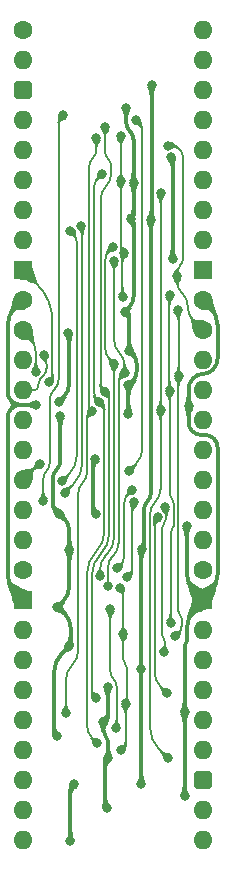
<source format=gbl>
%TF.GenerationSoftware,KiCad,Pcbnew,8.0.7*%
%TF.CreationDate,2025-01-14T12:17:26+02:00*%
%TF.ProjectId,Main Memory Select,4d61696e-204d-4656-9d6f-72792053656c,V0*%
%TF.SameCoordinates,Original*%
%TF.FileFunction,Copper,L2,Bot*%
%TF.FilePolarity,Positive*%
%FSLAX46Y46*%
G04 Gerber Fmt 4.6, Leading zero omitted, Abs format (unit mm)*
G04 Created by KiCad (PCBNEW 8.0.7) date 2025-01-14 12:17:26*
%MOMM*%
%LPD*%
G01*
G04 APERTURE LIST*
G04 Aperture macros list*
%AMRoundRect*
0 Rectangle with rounded corners*
0 $1 Rounding radius*
0 $2 $3 $4 $5 $6 $7 $8 $9 X,Y pos of 4 corners*
0 Add a 4 corners polygon primitive as box body*
4,1,4,$2,$3,$4,$5,$6,$7,$8,$9,$2,$3,0*
0 Add four circle primitives for the rounded corners*
1,1,$1+$1,$2,$3*
1,1,$1+$1,$4,$5*
1,1,$1+$1,$6,$7*
1,1,$1+$1,$8,$9*
0 Add four rect primitives between the rounded corners*
20,1,$1+$1,$2,$3,$4,$5,0*
20,1,$1+$1,$4,$5,$6,$7,0*
20,1,$1+$1,$6,$7,$8,$9,0*
20,1,$1+$1,$8,$9,$2,$3,0*%
G04 Aperture macros list end*
%TA.AperFunction,ComponentPad*%
%ADD10C,1.600000*%
%TD*%
%TA.AperFunction,ComponentPad*%
%ADD11O,1.600000X1.600000*%
%TD*%
%TA.AperFunction,ComponentPad*%
%ADD12RoundRect,0.400000X-0.400000X-0.400000X0.400000X-0.400000X0.400000X0.400000X-0.400000X0.400000X0*%
%TD*%
%TA.AperFunction,ComponentPad*%
%ADD13R,1.600000X1.600000*%
%TD*%
%TA.AperFunction,ViaPad*%
%ADD14C,0.800000*%
%TD*%
%TA.AperFunction,Conductor*%
%ADD15C,0.380000*%
%TD*%
%TA.AperFunction,Conductor*%
%ADD16C,0.200000*%
%TD*%
G04 APERTURE END LIST*
D10*
%TO.P,J1,1,Pin_1*%
%TO.N,unconnected-(J1-Pin_1-Pad1)*%
X0Y0D03*
D11*
%TO.P,J1,2,Pin_2*%
%TO.N,unconnected-(J1-Pin_2-Pad2)*%
X0Y-2540000D03*
D12*
%TO.P,J1,3,Pin_3*%
%TO.N,5V*%
X0Y-5080000D03*
D11*
%TO.P,J1,4,Pin_4*%
%TO.N,unconnected-(J1-Pin_4-Pad4)*%
X0Y-7620000D03*
%TO.P,J1,5,Pin_5*%
%TO.N,unconnected-(J1-Pin_5-Pad5)*%
X0Y-10160000D03*
%TO.P,J1,6,Pin_6*%
%TO.N,unconnected-(J1-Pin_6-Pad6)*%
X0Y-12700000D03*
%TO.P,J1,7,Pin_7*%
%TO.N,unconnected-(J1-Pin_7-Pad7)*%
X0Y-15240000D03*
%TO.P,J1,8,Pin_8*%
%TO.N,unconnected-(J1-Pin_8-Pad8)*%
X0Y-17780000D03*
D13*
%TO.P,J1,9,Pin_9*%
%TO.N,~{Main}_{M}*%
X0Y-20320000D03*
D10*
%TO.P,J1,10,Pin_10*%
%TO.N,GND*%
X0Y-22860000D03*
%TO.P,J1,11,Pin_11*%
%TO.N,A23_{M}*%
X0Y-25400000D03*
D11*
%TO.P,J1,12,Pin_12*%
%TO.N,A22_{M}*%
X0Y-27940000D03*
%TO.P,J1,13,Pin_13*%
%TO.N,A21_{M}*%
X0Y-30480000D03*
%TO.P,J1,14,Pin_14*%
%TO.N,unconnected-(J1-Pin_14-Pad14)*%
X0Y-33020000D03*
%TO.P,J1,15,Pin_15*%
%TO.N,Select 1_{ Device}X*%
X0Y-35560000D03*
%TO.P,J1,16,Pin_16*%
%TO.N,Select 0_{ Device}X*%
X0Y-38100000D03*
%TO.P,J1,17,Pin_17*%
%TO.N,unconnected-(J1-Pin_17-Pad17)*%
X0Y-40640000D03*
%TO.P,J1,18,Pin_18*%
%TO.N,Select 1_{ Device}Y*%
X0Y-43180000D03*
D10*
%TO.P,J1,19,Pin_19*%
%TO.N,Select 0_{ Device}Y*%
X0Y-45720000D03*
D13*
%TO.P,J1,20,Pin_20*%
%TO.N,GND*%
X0Y-48260000D03*
D11*
%TO.P,J1,21,Pin_21*%
%TO.N,unconnected-(J1-Pin_21-Pad21)*%
X0Y-50800000D03*
%TO.P,J1,22,Pin_22*%
%TO.N,unconnected-(J1-Pin_22-Pad22)*%
X0Y-53340000D03*
%TO.P,J1,23,Pin_23*%
%TO.N,unconnected-(J1-Pin_23-Pad23)*%
X0Y-55880000D03*
%TO.P,J1,24,Pin_24*%
%TO.N,unconnected-(J1-Pin_24-Pad24)*%
X0Y-58420000D03*
%TO.P,J1,25,Pin_25*%
%TO.N,unconnected-(J1-Pin_25-Pad25)*%
X0Y-60960000D03*
%TO.P,J1,26,Pin_26*%
%TO.N,unconnected-(J1-Pin_26-Pad26)*%
X0Y-63500000D03*
%TO.P,J1,27,Pin_27*%
%TO.N,unconnected-(J1-Pin_27-Pad27)*%
X0Y-66040000D03*
%TO.P,J1,28,Pin_28*%
%TO.N,unconnected-(J1-Pin_28-Pad28)*%
X0Y-68580000D03*
%TO.P,J1,29,Pin_29*%
%TO.N,unconnected-(J1-Pin_29-Pad29)*%
X15240000Y-68580000D03*
%TO.P,J1,30,Pin_30*%
%TO.N,unconnected-(J1-Pin_30-Pad30)*%
X15240000Y-66040000D03*
D12*
%TO.P,J1,31,Pin_31*%
%TO.N,5V*%
X15240000Y-63500000D03*
D11*
%TO.P,J1,32,Pin_32*%
%TO.N,unconnected-(J1-Pin_32-Pad32)*%
X15240000Y-60960000D03*
%TO.P,J1,33,Pin_33*%
%TO.N,unconnected-(J1-Pin_33-Pad33)*%
X15240000Y-58420000D03*
%TO.P,J1,34,Pin_34*%
%TO.N,unconnected-(J1-Pin_34-Pad34)*%
X15240000Y-55880000D03*
%TO.P,J1,35,Pin_35*%
%TO.N,unconnected-(J1-Pin_35-Pad35)*%
X15240000Y-53340000D03*
%TO.P,J1,36,Pin_36*%
%TO.N,~{Memory _{2..4MB}}_{ Device}Y*%
X15240000Y-50800000D03*
D13*
%TO.P,J1,37,Pin_37*%
%TO.N,GND*%
X15240000Y-48260000D03*
D10*
%TO.P,J1,38,Pin_38*%
%TO.N,~{Memory _{0..2MB}}_{ Device}Y*%
X15240000Y-45720000D03*
D11*
%TO.P,J1,39,Pin_39*%
%TO.N,unconnected-(J1-Pin_39-Pad39)*%
X15240000Y-43180000D03*
%TO.P,J1,40,Pin_40*%
%TO.N,unconnected-(J1-Pin_40-Pad40)*%
X15240000Y-40640000D03*
%TO.P,J1,41,Pin_41*%
%TO.N,unconnected-(J1-Pin_41-Pad41)*%
X15240000Y-38100000D03*
%TO.P,J1,42,Pin_42*%
%TO.N,unconnected-(J1-Pin_42-Pad42)*%
X15240000Y-35560000D03*
%TO.P,J1,43,Pin_43*%
%TO.N,unconnected-(J1-Pin_43-Pad43)*%
X15240000Y-33020000D03*
%TO.P,J1,44,Pin_44*%
%TO.N,unconnected-(J1-Pin_44-Pad44)*%
X15240000Y-30480000D03*
%TO.P,J1,45,Pin_45*%
%TO.N,unconnected-(J1-Pin_45-Pad45)*%
X15240000Y-27940000D03*
D10*
%TO.P,J1,46,Pin_46*%
%TO.N,~{Memory _{2..4MB}}_{ Device}X*%
X15240000Y-25400000D03*
%TO.P,J1,47,Pin_47*%
%TO.N,GND*%
X15240000Y-22860000D03*
D13*
%TO.P,J1,48,Pin_48*%
%TO.N,~{Memory _{0..2MB}}_{ Device}X*%
X15240000Y-20320000D03*
D11*
%TO.P,J1,49,Pin_49*%
%TO.N,unconnected-(J1-Pin_49-Pad49)*%
X15240000Y-17780000D03*
%TO.P,J1,50,Pin_50*%
%TO.N,unconnected-(J1-Pin_50-Pad50)*%
X15240000Y-15240000D03*
%TO.P,J1,51,Pin_51*%
%TO.N,unconnected-(J1-Pin_51-Pad51)*%
X15240000Y-12700000D03*
%TO.P,J1,52,Pin_52*%
%TO.N,unconnected-(J1-Pin_52-Pad52)*%
X15240000Y-10160000D03*
%TO.P,J1,53,Pin_53*%
%TO.N,unconnected-(J1-Pin_53-Pad53)*%
X15240000Y-7620000D03*
%TO.P,J1,54,Pin_54*%
%TO.N,unconnected-(J1-Pin_54-Pad54)*%
X15240000Y-5080000D03*
%TO.P,J1,55,Pin_55*%
%TO.N,unconnected-(J1-Pin_55-Pad55)*%
X15240000Y-2540000D03*
%TO.P,J1,56,Pin_56*%
%TO.N,unconnected-(J1-Pin_56-Pad56)*%
X15240000Y0D03*
%TD*%
D14*
%TO.N,/3.3V*%
X3872000Y-25643719D03*
X3048000Y-31496004D03*
%TO.N,/Memory 14..16MB ~{CS}*%
X6730258Y-12237683D03*
X6493344Y-31526839D03*
X6333000Y-60398341D03*
%TO.N,/Memory 12..14MB ~{CS}*%
X11712000Y-13843000D03*
X12302000Y-61644325D03*
X11684000Y-32209000D03*
%TO.N,/Memory 10..12MB ~{CS}*%
X3666004Y-57834325D03*
X6244142Y-9163216D03*
X5838842Y-32282903D03*
%TO.N,/Memory 8..10MB ~{CS}*%
X6985001Y-8254999D03*
X6953283Y-30638885D03*
X6221648Y-56546740D03*
%TO.N,/Memory 6..8MB ~{CS}*%
X12439000Y-30574200D03*
X12526000Y-50227863D03*
X12446002Y-22479000D03*
%TO.N,/Memory 4..6MB ~{CS}*%
X13208000Y-29319779D03*
X12926000Y-51351134D03*
X13134996Y-23749000D03*
%TO.N,/Memory 2..4MB ~{CS}*%
X8636000Y-29083000D03*
X7747000Y-19558000D03*
X7239000Y-47117000D03*
%TO.N,/Memory 0..2MB ~{CS}*%
X7620004Y-18415004D03*
X6561000Y-46238237D03*
X7747000Y-28269000D03*
%TO.N,5V*%
X10860000Y-16129000D03*
X10922000Y-4698988D03*
X4051885Y-68719115D03*
X10033000Y-63881000D03*
X10075960Y-43994000D03*
X10022500Y-54151325D03*
X4318001Y-63881000D03*
%TO.N,GND*%
X9144000Y-16002004D03*
X13889006Y-42037000D03*
X9017000Y-27178000D03*
X3187824Y-32669541D03*
X2921000Y-59817000D03*
X3949000Y-44069000D03*
X6223000Y-41021000D03*
X7222000Y-55675325D03*
X7112000Y-65913000D03*
X6161000Y-36322000D03*
X14097000Y-31877000D03*
X3937004Y-52197000D03*
X13716000Y-64897000D03*
X13716000Y-57785000D03*
X1143000Y-31750000D03*
X8762994Y-6604000D03*
X8962498Y-30099000D03*
X2921000Y-48895000D03*
X3111502Y-40957502D03*
X12700000Y-19431000D03*
X8636000Y-23876000D03*
X8890000Y-32512000D03*
X12573000Y-10795000D03*
X7242984Y-61648333D03*
X9398000Y-12954000D03*
X6841000Y-58596325D03*
%TO.N,/Memory 8..12MB_{ Device}X*%
X1750000Y-39880875D03*
X3429000Y-7239000D03*
%TO.N,A21_{M}*%
X1821000Y-27508525D03*
%TO.N,A23_{M}*%
X1121000Y-28938789D03*
%TO.N,~{Main}_{M}*%
X2221000Y-29835346D03*
%TO.N,~{Memory _{2..4MB}}_{ Device}X*%
X12335750Y-9823549D03*
X13083107Y-20880000D03*
%TO.N,~{Memory _{0..2MB}}_{ Device}X*%
X8320002Y-12827000D03*
X8608000Y-18901160D03*
X8320002Y-9017000D03*
X8480855Y-22603905D03*
%TO.N,/Memory 12..16MB_{ Device}X*%
X9608822Y-7657206D03*
X9017000Y-37338000D03*
%TO.N,/Memory 0..4MB_{ Device}Y*%
X8001000Y-45593000D03*
X9271000Y-38989000D03*
%TO.N,~{Memory _{2..4MB}}_{ Device}Y*%
X7919000Y-59117636D03*
X7421521Y-49077521D03*
%TO.N,~{Memory _{0..2MB}}_{ Device}Y*%
X8722001Y-57064253D03*
X8255000Y-47230980D03*
X8365000Y-61009325D03*
X8509000Y-51181000D03*
%TO.N,/Memory 4..8MB_{ Device}Y*%
X9449227Y-40015035D03*
X8868124Y-46354460D03*
%TO.N,/Memory 8..12MB_{ Device}Y*%
X12088988Y-40420786D03*
X11938000Y-52705000D03*
%TO.N,/Memory 12..16MB_{ Device}Y*%
X11475998Y-41275000D03*
X12192000Y-56134000D03*
%TO.N,Select 0_{ Device}X*%
X1453989Y-36773014D03*
%TO.N,/Memory 0..4MB_{ Device}X*%
X3330000Y-38221002D03*
X4045284Y-17027395D03*
%TO.N,/Memory 4..8MB_{ Device}X*%
X3576512Y-39190144D03*
X4939000Y-16578757D03*
%TD*%
D15*
%TO.N,GND*%
X3530251Y-41376251D02*
G75*
G02*
X3948999Y-42387200I-1010951J-1010949D01*
G01*
X12636500Y-10858500D02*
G75*
G02*
X12699999Y-11011802I-153300J-153300D01*
G01*
X16192500Y-34607500D02*
G75*
G03*
X15425987Y-34290005I-766500J-766500D01*
G01*
X9271000Y-16129004D02*
G75*
G02*
X9397995Y-16435609I-306600J-306596D01*
G01*
X9080497Y-8572497D02*
G75*
G02*
X9397995Y-9339017I-766497J-766503D01*
G01*
X14596000Y-48904000D02*
G75*
G03*
X13951951Y-50458753I1554700J-1554800D01*
G01*
X8762994Y-7805976D02*
G75*
G03*
X9080489Y-8572505I1084006J-24D01*
G01*
X14050000Y-31796765D02*
G75*
G03*
X14073490Y-31853510I80200J-35D01*
G01*
X14073500Y-31900500D02*
G75*
G03*
X14050014Y-31957234I56700J-56700D01*
G01*
X7222000Y-57945917D02*
G75*
G02*
X7031490Y-58405815I-650400J17D01*
G01*
X-1270000Y-30665987D02*
G75*
G03*
X-952500Y-31432500I1084022J4D01*
G01*
X16192500Y-34607500D02*
G75*
G02*
X16509995Y-35374012I-766500J-766500D01*
G01*
X6841000Y-59328079D02*
G75*
G03*
X7041988Y-59813321I686200J-21D01*
G01*
X4064000Y-51980204D02*
G75*
G02*
X4000501Y-52133501I-216800J4D01*
G01*
X3302002Y-52832002D02*
G75*
G03*
X2666998Y-54365032I1533018J-1533028D01*
G01*
X-1270000Y-46091974D02*
G75*
G03*
X-635001Y-47625001I2168040J4D01*
G01*
X14605000Y-48895000D02*
G75*
G03*
X14605000Y-47625000I-635000J635000D01*
G01*
X14605000Y-47625000D02*
G75*
G03*
X15875000Y-47625000I635000J635002D01*
G01*
X2667000Y-59690000D02*
G75*
G03*
X2794000Y-59817000I127000J0D01*
G01*
X14358542Y-33981457D02*
G75*
G03*
X15103429Y-34289988I744858J744857D01*
G01*
X7041992Y-59813317D02*
G75*
G02*
X7243000Y-60298554I-485292J-485283D01*
G01*
X13834000Y-51934000D02*
G75*
G03*
X13715991Y-52218877I284900J-284900D01*
G01*
X8962498Y-32388238D02*
G75*
G02*
X8926237Y-32475739I-123798J38D01*
G01*
X5969000Y-40587394D02*
G75*
G03*
X6095998Y-40894002I433600J-6D01*
G01*
X-952500Y-32067500D02*
G75*
G03*
X-952500Y-31432500I-317499J317500D01*
G01*
X-185987Y-31750000D02*
G75*
G03*
X-952500Y-32067500I-1J-1084011D01*
G01*
X-952500Y-31432500D02*
G75*
G03*
X-185987Y-31750000I766517J766522D01*
G01*
X-635000Y-23495000D02*
G75*
G03*
X-1270002Y-25028025I1533030J-1533030D01*
G01*
X16510000Y-27803432D02*
G75*
G02*
X16121448Y-28741448I-1326600J32D01*
G01*
X9398000Y-15568398D02*
G75*
G02*
X9271000Y-15875004I-433600J-2D01*
G01*
X6985000Y-65696197D02*
G75*
G03*
X7048499Y-65849501I216800J-3D01*
G01*
X3949000Y-47140094D02*
G75*
G02*
X3435001Y-48381001I-1754920J4D01*
G01*
X7113992Y-61777325D02*
G75*
G03*
X6985026Y-62088739I311408J-311375D01*
G01*
X13889006Y-45953708D02*
G75*
G03*
X14564507Y-47584499I2306294J8D01*
G01*
X3092901Y-48939901D02*
G75*
G03*
X2984500Y-48894999I-108401J-108399D01*
G01*
X-952500Y-32067500D02*
G75*
G03*
X-1270000Y-32834012I766513J-766513D01*
G01*
X8826500Y-24066500D02*
G75*
G02*
X9016997Y-24526407I-459900J-459900D01*
G01*
X15875000Y-23495000D02*
G75*
G02*
X16509989Y-25028025I-1533000J-1533000D01*
G01*
X2863912Y-37268088D02*
G75*
G03*
X2539985Y-38050080I781988J-782012D01*
G01*
X14430999Y-29510999D02*
G75*
G03*
X14050005Y-30430815I919801J-919801D01*
G01*
X9652000Y-28921946D02*
G75*
G02*
X9307252Y-29754252I-1177060J-4D01*
G01*
X9398000Y-22575184D02*
G75*
G02*
X9016999Y-23494999I-1300820J4D01*
G01*
X9334500Y-27495500D02*
G75*
G02*
X9651995Y-28262012I-766500J-766500D01*
G01*
X13952000Y-51649122D02*
G75*
G02*
X13833993Y-51933993I-402900J22D01*
G01*
X14050000Y-33236570D02*
G75*
G03*
X14358533Y-33981466I1053400J-30D01*
G01*
X16058507Y-28804407D02*
G75*
G02*
X15272457Y-29129982I-786007J786007D01*
G01*
X3187824Y-36486095D02*
G75*
G02*
X2863918Y-37268094I-1105924J-5D01*
G01*
X16510000Y-46091974D02*
G75*
G02*
X15875001Y-47625001I-2168040J4D01*
G01*
X6065000Y-36418000D02*
G75*
G03*
X5968985Y-36649764I231800J-231800D01*
G01*
X3556000Y-49403000D02*
G75*
G02*
X4064000Y-50629420I-1226420J-1226420D01*
G01*
X15272457Y-29130000D02*
G75*
G03*
X14486438Y-29455623I43J-1111600D01*
G01*
X2540000Y-39981887D02*
G75*
G03*
X2825748Y-40671754I975620J-3D01*
G01*
X15875000Y-47625000D02*
X14605000Y-48895000D01*
%TO.N,5V*%
X10039500Y-63869903D02*
G75*
G02*
X10036249Y-63877749I-11100J3D01*
G01*
X10572999Y-39919519D02*
G75*
G03*
X10286004Y-40612400I692901J-692881D01*
G01*
X10057730Y-44012230D02*
G75*
G03*
X10039517Y-44056241I43970J-43970D01*
G01*
X10860000Y-39226637D02*
G75*
G02*
X10572997Y-39919517I-979890J7D01*
G01*
X10922000Y-16023159D02*
G75*
G02*
X10891012Y-16098012I-105800J-41D01*
G01*
X10285998Y-43635442D02*
G75*
G02*
X10180966Y-43888968I-358598J42D01*
G01*
X4184943Y-64014058D02*
G75*
G03*
X4051885Y-64335288I321257J-321242D01*
G01*
X10039500Y-44056241D02*
X10039500Y-56191144D01*
%TO.N,/3.3V*%
X3904500Y-25676219D02*
G75*
G02*
X3937002Y-25754680I-78500J-78481D01*
G01*
X3937000Y-29978386D02*
G75*
G02*
X3492497Y-31051501I-1517620J6D01*
G01*
D16*
%TO.N,/Memory 4..8MB_{ Device}X*%
X5000000Y-16639757D02*
G75*
G02*
X5060973Y-16787024I-147300J-147243D01*
G01*
X5061000Y-36655964D02*
G75*
G02*
X4318754Y-38447898I-2534180J4D01*
G01*
%TO.N,/Memory 0..4MB_{ Device}X*%
X4308642Y-17290753D02*
G75*
G02*
X4572003Y-17926555I-635802J-635807D01*
G01*
X4572000Y-36100775D02*
G75*
G02*
X3951000Y-37600002I-2120240J5D01*
G01*
%TO.N,Select 0_{ Device}X*%
X1390487Y-36773014D02*
G75*
G03*
X1282094Y-36817927I13J-153286D01*
G01*
%TO.N,/Memory 12..16MB_{ Device}Y*%
X11175998Y-54399576D02*
G75*
G03*
X11683997Y-55626001I1734422J-4D01*
G01*
X11325998Y-41425000D02*
G75*
G03*
X11176012Y-41787132I362102J-362100D01*
G01*
%TO.N,/Memory 8..12MB_{ Device}Y*%
X12065000Y-52488197D02*
G75*
G02*
X12001501Y-52641501I-216800J-3D01*
G01*
X12000999Y-41739949D02*
G75*
G03*
X11826029Y-42162433I422501J-422451D01*
G01*
X12132493Y-40464291D02*
G75*
G02*
X12175994Y-40569321I-104993J-105009D01*
G01*
X11945500Y-51554500D02*
G75*
G02*
X12065001Y-51842998I-288500J-288500D01*
G01*
X12175998Y-41317464D02*
G75*
G02*
X12001020Y-41739970I-597498J-36D01*
G01*
X11826000Y-51266001D02*
G75*
G03*
X11945500Y-51554500I408000J1D01*
G01*
%TO.N,/Memory 4..8MB_{ Device}Y*%
X9290000Y-45634272D02*
G75*
G02*
X9079078Y-46143538I-720200J-28D01*
G01*
X9369613Y-40094648D02*
G75*
G03*
X9290031Y-40286852I192187J-192152D01*
G01*
%TO.N,~{Memory _{0..2MB}}_{ Device}Y*%
X8678000Y-53679000D02*
G75*
G02*
X8846999Y-54087002I-408000J-408000D01*
G01*
X8382000Y-47357980D02*
G75*
G02*
X8509012Y-47664585I-306600J-306620D01*
G01*
X8509000Y-53270997D02*
G75*
G03*
X8677999Y-53679001I577000J-3D01*
G01*
X8722001Y-60399886D02*
G75*
G02*
X8543500Y-60830824I-609401J-14D01*
G01*
X8847000Y-56850866D02*
G75*
G02*
X8784520Y-57001773I-213400J-34D01*
G01*
%TO.N,~{Memory _{2..4MB}}_{ Device}Y*%
X7972001Y-59027157D02*
G75*
G02*
X7945526Y-59091161I-90501J-43D01*
G01*
X7696761Y-54973495D02*
G75*
G02*
X7972021Y-55637983I-664461J-664505D01*
G01*
X7421521Y-54309006D02*
G75*
G03*
X7696775Y-54973481I939679J6D01*
G01*
%TO.N,/Memory 0..4MB_{ Device}Y*%
X8585935Y-44594453D02*
G75*
G02*
X8293465Y-45300530I-998545J3D01*
G01*
X8928467Y-39331532D02*
G75*
G03*
X8585915Y-40158479I826933J-826968D01*
G01*
%TO.N,/Memory 12..16MB_{ Device}X*%
X9879411Y-7927795D02*
G75*
G02*
X10150046Y-8581054I-653211J-653305D01*
G01*
X10150000Y-35403848D02*
G75*
G02*
X9583498Y-36771498I-1934160J8D01*
G01*
%TO.N,~{Memory _{0..2MB}}_{ Device}X*%
X8527500Y-18981660D02*
G75*
G03*
X8446990Y-19176004I194300J-194340D01*
G01*
X8320002Y-18409516D02*
G75*
G03*
X8464019Y-18757143I491598J16D01*
G01*
X8447000Y-22546110D02*
G75*
G03*
X8463931Y-22586973I57800J10D01*
G01*
%TO.N,~{Memory _{2..4MB}}_{ Device}X*%
X13526553Y-22289553D02*
G75*
G02*
X13969986Y-23360128I-1070553J-1070547D01*
G01*
X13083107Y-21363053D02*
G75*
G03*
X13424679Y-22187675I1166193J3D01*
G01*
X13293774Y-10118774D02*
G75*
G02*
X13588981Y-10831511I-712774J-712726D01*
G01*
X13326742Y-19947256D02*
G75*
G03*
X13083129Y-20535446I588158J-588144D01*
G01*
X13589000Y-19327279D02*
G75*
G02*
X13336061Y-19937954I-863600J-21D01*
G01*
X13970000Y-23431500D02*
G75*
G03*
X14463920Y-24623908I1686300J0D01*
G01*
X13232883Y-10057883D02*
G75*
G03*
X12667149Y-9823579I-565683J-565717D01*
G01*
%TO.N,~{Main}_{M}*%
X2521000Y-29323213D02*
G75*
G02*
X2371000Y-29685346I-512140J3D01*
G01*
X1260500Y-21580500D02*
G75*
G02*
X2521000Y-24623616I-3043122J-3043118D01*
G01*
%TO.N,A23_{M}*%
X560500Y-25960500D02*
G75*
G02*
X1121000Y-27313666I-1353170J-1353168D01*
G01*
%TO.N,A21_{M}*%
X1505987Y-29560408D02*
G75*
G03*
X1309204Y-30035500I475113J-475092D01*
G01*
X1926500Y-28088500D02*
G75*
G02*
X2032000Y-28343199I-254700J-254700D01*
G01*
X1226099Y-30396901D02*
G75*
G02*
X1025480Y-30479991I-200599J200601D01*
G01*
X1309198Y-30196282D02*
G75*
G02*
X1226098Y-30396900I-283718J2D01*
G01*
X2032000Y-28614198D02*
G75*
G02*
X1734875Y-29331520I-1014453J3D01*
G01*
X1821000Y-27833800D02*
G75*
G03*
X1926500Y-28088500I360200J0D01*
G01*
%TO.N,/Memory 8..12MB_{ Device}X*%
X3048000Y-29560184D02*
G75*
G02*
X2666999Y-30479999I-1300820J4D01*
G01*
X3238500Y-7429500D02*
G75*
G03*
X3048003Y-7889407I459900J-459900D01*
G01*
X2667000Y-30480000D02*
G75*
G03*
X2286006Y-31399815I919800J-919800D01*
G01*
X2286000Y-36704990D02*
G75*
G02*
X2018000Y-37352000I-915010J0D01*
G01*
X2018000Y-37352000D02*
G75*
G03*
X1750004Y-37999009I647000J-647000D01*
G01*
%TO.N,/Memory 0..2MB ~{CS}*%
X7312002Y-18723006D02*
G75*
G03*
X7003996Y-19466588I743598J-743594D01*
G01*
X7728000Y-43008806D02*
G75*
G02*
X7144498Y-44417498I-1992200J6D01*
G01*
X6998429Y-44563570D02*
G75*
G03*
X6561019Y-45619618I1056071J-1056030D01*
G01*
X7737500Y-28278500D02*
G75*
G03*
X7728015Y-28301435I22900J-22900D01*
G01*
X7004000Y-27000619D02*
G75*
G03*
X7375500Y-27897500I1268380J-1D01*
G01*
%TO.N,/Memory 2..4MB ~{CS}*%
X8128000Y-43440382D02*
G75*
G02*
X7683499Y-44513499I-1517620J2D01*
G01*
X8382000Y-29337000D02*
G75*
G03*
X8128004Y-29950210I613200J-613200D01*
G01*
X7250000Y-46539187D02*
G75*
G03*
X7239014Y-46565743I26500J-26513D01*
G01*
X8191500Y-27342450D02*
G75*
G02*
X8636028Y-28415567I-1073100J-1073150D01*
G01*
X7261000Y-46512630D02*
G75*
G02*
X7249994Y-46539181I-37600J30D01*
G01*
X7239000Y-45910730D02*
G75*
G03*
X7250006Y-45937281I37600J30D01*
G01*
X7250000Y-45937287D02*
G75*
G02*
X7260957Y-45963843I-26600J-26513D01*
G01*
X7747000Y-26269332D02*
G75*
G03*
X8191498Y-27342452I1517610J-8D01*
G01*
X7581341Y-44615658D02*
G75*
G03*
X7239022Y-45442143I826459J-826442D01*
G01*
%TO.N,/Memory 4..6MB ~{CS}*%
X13189000Y-49190959D02*
G75*
G03*
X13325488Y-49520512I466000J-41D01*
G01*
X13325500Y-49520500D02*
G75*
G02*
X13461983Y-49850040I-329500J-329500D01*
G01*
X13198500Y-29329279D02*
G75*
G03*
X13189000Y-29352214I22900J-22921D01*
G01*
X13171498Y-23785502D02*
G75*
G02*
X13207989Y-23873625I-88098J-88098D01*
G01*
X13462000Y-50436124D02*
G75*
G02*
X13193986Y-51083120I-915000J24D01*
G01*
%TO.N,/Memory 6..8MB ~{CS}*%
X12440529Y-22484473D02*
G75*
G03*
X12435034Y-22497685I13171J-13227D01*
G01*
X12614000Y-39665000D02*
G75*
G02*
X12789005Y-40087487I-422500J-422500D01*
G01*
X12435056Y-30567467D02*
G75*
G03*
X12437009Y-30572247I6744J-33D01*
G01*
X12789000Y-41978030D02*
G75*
G02*
X12657491Y-42295491I-449000J30D01*
G01*
X12439000Y-39242512D02*
G75*
G03*
X12614004Y-39664996I597500J12D01*
G01*
X12657500Y-42295500D02*
G75*
G03*
X12525987Y-42612969I317500J-317500D01*
G01*
%TO.N,/Memory 8..10MB ~{CS}*%
X7239000Y-10922000D02*
G75*
G02*
X7492996Y-11535210I-613200J-613200D01*
G01*
X6594500Y-44401814D02*
G75*
G03*
X5860998Y-46172639I1770820J-1770826D01*
G01*
X5861000Y-55931075D02*
G75*
G03*
X6041304Y-56366436I615700J-25D01*
G01*
X6985000Y-10308789D02*
G75*
G03*
X7238997Y-10922003I867200J-11D01*
G01*
X7048500Y-13271500D02*
G75*
G03*
X6604007Y-14344617I1073100J-1073100D01*
G01*
X7140641Y-30826243D02*
G75*
G02*
X7328018Y-31278566I-452341J-452357D01*
G01*
X7493000Y-12198382D02*
G75*
G02*
X7048499Y-13271499I-1517620J2D01*
G01*
X6604000Y-30042621D02*
G75*
G03*
X6778644Y-30464240I596300J21D01*
G01*
X7328000Y-42630988D02*
G75*
G02*
X6594502Y-44401816I-2504330J-2D01*
G01*
%TO.N,/Memory 10..12MB ~{CS}*%
X4699000Y-52551561D02*
G75*
G02*
X4182502Y-53798498I-1763440J1D01*
G01*
X5080000Y-38345361D02*
G75*
G03*
X4698979Y-39265176I919800J-919839D01*
G01*
X4182502Y-53798498D02*
G75*
G03*
X3666005Y-55045434I1246928J-1246932D01*
G01*
X5649921Y-32471824D02*
G75*
G03*
X5461009Y-32927919I456079J-456076D01*
G01*
X5941571Y-10873429D02*
G75*
G03*
X5638988Y-11603900I730429J-730471D01*
G01*
X6244142Y-10142957D02*
G75*
G02*
X5941569Y-10873427I-1033052J7D01*
G01*
X5639000Y-31941751D02*
G75*
G03*
X5738922Y-32182981I341150J1D01*
G01*
X5461000Y-37425545D02*
G75*
G02*
X5079998Y-38345359I-1300820J5D01*
G01*
%TO.N,/Memory 12..14MB ~{CS}*%
X10775998Y-59039276D02*
G75*
G03*
X11538999Y-60881324I2605042J-4D01*
G01*
X11229999Y-39955483D02*
G75*
G03*
X10776038Y-41051538I1096101J-1096017D01*
G01*
X11684000Y-38859427D02*
G75*
G02*
X11229998Y-39955482I-1550070J7D01*
G01*
X11698000Y-13857000D02*
G75*
G03*
X11684000Y-13890798I33800J-33800D01*
G01*
%TO.N,/Memory 14..16MB ~{CS}*%
X5461000Y-58909743D02*
G75*
G03*
X5896998Y-59962343I1488590J-7D01*
G01*
X6039000Y-30751225D02*
G75*
G03*
X6266173Y-31299666I775620J5D01*
G01*
X6928000Y-42465302D02*
G75*
G02*
X6194500Y-44236128I-2504330J2D01*
G01*
X6710672Y-31744167D02*
G75*
G02*
X6927971Y-32268843I-524672J-524633D01*
G01*
X6194500Y-44236128D02*
G75*
G03*
X5461001Y-46006953I1770820J-1770822D01*
G01*
X6384629Y-12583312D02*
G75*
G03*
X6039009Y-13417734I834371J-834388D01*
G01*
D15*
%TO.N,/3.3V*%
X3492500Y-31051504D02*
X3048000Y-31496004D01*
X3904500Y-25676219D02*
X3872000Y-25643719D01*
X3937000Y-25754680D02*
X3937000Y-29978386D01*
D16*
%TO.N,/Memory 14..16MB ~{CS}*%
X5461000Y-58909743D02*
X5461000Y-46006953D01*
X6928000Y-42465302D02*
X6928000Y-32268843D01*
X5897000Y-59962341D02*
X6333000Y-60398341D01*
X6039000Y-30751225D02*
X6039000Y-13417734D01*
X6493344Y-31526839D02*
X6710672Y-31744167D01*
X6493344Y-31526839D02*
X6266172Y-31299667D01*
X6730258Y-12237683D02*
X6384629Y-12583312D01*
%TO.N,/Memory 12..14MB ~{CS}*%
X11684000Y-38859427D02*
X11684000Y-32209000D01*
X10775998Y-59039276D02*
X10775998Y-41051538D01*
X11712000Y-13843000D02*
X11698000Y-13857000D01*
X11538999Y-60881324D02*
X12302000Y-61644325D01*
X11684000Y-13890798D02*
X11684000Y-32209000D01*
%TO.N,/Memory 10..12MB ~{CS}*%
X4699000Y-52551561D02*
X4699000Y-39265176D01*
X3666004Y-55045434D02*
X3666004Y-57834325D01*
X5838842Y-32282903D02*
X5738921Y-32182982D01*
X6244142Y-9163216D02*
X6244142Y-10142957D01*
X5639000Y-11603900D02*
X5639000Y-31941751D01*
X5838842Y-32282903D02*
X5649921Y-32471824D01*
X5461000Y-32927919D02*
X5461000Y-37425545D01*
%TO.N,/Memory 8..10MB ~{CS}*%
X6953283Y-30638885D02*
X7140641Y-30826243D01*
X6041324Y-56366416D02*
X6221648Y-56546740D01*
X7328000Y-31278566D02*
X7328000Y-42630988D01*
X6985001Y-8254999D02*
X6985000Y-8255000D01*
X7493000Y-11535210D02*
X7493000Y-12198382D01*
X6985000Y-10308789D02*
X6985000Y-8255000D01*
X6604000Y-14344617D02*
X6604000Y-30042621D01*
X6953283Y-30638885D02*
X6778641Y-30464243D01*
X5861000Y-46172639D02*
X5861000Y-55931075D01*
%TO.N,/Memory 6..8MB ~{CS}*%
X12440529Y-22484473D02*
X12446002Y-22479000D01*
X12789000Y-40087487D02*
X12789000Y-41978030D01*
X12526000Y-50227863D02*
X12526000Y-42612969D01*
X12435056Y-22497685D02*
X12435056Y-30567467D01*
X12439000Y-30574200D02*
X12439000Y-39242512D01*
X12437028Y-30572228D02*
X12439000Y-30574200D01*
%TO.N,/Memory 4..6MB ~{CS}*%
X13198500Y-29329279D02*
X13208000Y-29319779D01*
X13462000Y-49850040D02*
X13462000Y-50436124D01*
X13189000Y-49190959D02*
X13189000Y-29352214D01*
X12926000Y-51351134D02*
X13194000Y-51083134D01*
X13134996Y-23749000D02*
X13171498Y-23785502D01*
X13208000Y-29319779D02*
X13208000Y-23873625D01*
%TO.N,/Memory 2..4MB ~{CS}*%
X7747000Y-19558000D02*
X7747000Y-26269332D01*
X7683499Y-44513499D02*
X7581341Y-44615658D01*
X8128000Y-43440382D02*
X8128000Y-29950210D01*
X8636000Y-28415567D02*
X8636000Y-29083000D01*
X7239000Y-45910730D02*
X7239000Y-45442143D01*
X8382000Y-29337000D02*
X8636000Y-29083000D01*
X7239000Y-46565743D02*
X7239000Y-47117000D01*
X7261000Y-46512630D02*
X7261000Y-45963843D01*
%TO.N,/Memory 0..2MB ~{CS}*%
X7312002Y-18723006D02*
X7620004Y-18415004D01*
X7728000Y-43008806D02*
X7728000Y-28301435D01*
X6561000Y-45619618D02*
X6561000Y-46238237D01*
X7747000Y-28269000D02*
X7375500Y-27897500D01*
X7737500Y-28278500D02*
X7747000Y-28269000D01*
X7004000Y-19466588D02*
X7004000Y-27000619D01*
X7144499Y-44417499D02*
X6998429Y-44563570D01*
D15*
%TO.N,5V*%
X4184943Y-64014058D02*
X4318001Y-63881000D01*
X10075960Y-43994000D02*
X10057730Y-44012230D01*
X10285998Y-40612400D02*
X10285998Y-43635442D01*
X10922000Y-16023159D02*
X10922000Y-4698988D01*
X10860000Y-16129000D02*
X10860000Y-39226637D01*
X10075960Y-43994000D02*
X10180979Y-43888981D01*
X10036250Y-63877750D02*
X10033000Y-63881000D01*
X10039500Y-63869903D02*
X10039500Y-56191144D01*
X4051885Y-64335288D02*
X4051885Y-68719115D01*
X10860000Y-16129000D02*
X10891000Y-16098000D01*
%TO.N,GND*%
X8962498Y-30099000D02*
X8962498Y-32388238D01*
X14050000Y-31957234D02*
X14050000Y-33236570D01*
X-635000Y-47625000D02*
X0Y-48260000D01*
X-1270000Y-30665987D02*
X-1270000Y-25028025D01*
X13952000Y-50458753D02*
X13952000Y-51649122D01*
X8762994Y-7805976D02*
X8762994Y-6604000D01*
X3435000Y-48381000D02*
X2921000Y-48895000D01*
X4000502Y-52133502D02*
X3937004Y-52197000D01*
X2794000Y-59817000D02*
X2921000Y-59817000D01*
X-1270000Y-46091974D02*
X-1270000Y-32834012D01*
X6096000Y-40894000D02*
X6223000Y-41021000D01*
X3302002Y-52832002D02*
X3937004Y-52197000D01*
X9017000Y-27178000D02*
X9017000Y-24526407D01*
X14050000Y-31796765D02*
X14050000Y-30430815D01*
X6065000Y-36418000D02*
X6161000Y-36322000D01*
X12636500Y-10858500D02*
X12573000Y-10795000D01*
X3530251Y-41376251D02*
X3111502Y-40957502D01*
X12700000Y-11011802D02*
X12700000Y-19431000D01*
X9398000Y-9339017D02*
X9398000Y-12954000D01*
X8826500Y-24066500D02*
X8636000Y-23876000D01*
X6841000Y-59328079D02*
X6841000Y-58596325D01*
X8962498Y-30099000D02*
X9307249Y-29754249D01*
X-185987Y-31750000D02*
X1143000Y-31750000D01*
X3111502Y-40957502D02*
X2825751Y-40671751D01*
X2921000Y-48895000D02*
X2984500Y-48895000D01*
X8636000Y-23876000D02*
X9017000Y-23495000D01*
X13889006Y-42037000D02*
X13889006Y-45953708D01*
X14073500Y-31853500D02*
X14097000Y-31877000D01*
X9398000Y-16435609D02*
X9398000Y-22575184D01*
X7113992Y-61777325D02*
X7242984Y-61648333D01*
X-635000Y-23495000D02*
X0Y-22860000D01*
X2667000Y-54365032D02*
X2667000Y-59690000D01*
X7048500Y-65849500D02*
X7112000Y-65913000D01*
X14430999Y-29510999D02*
X14486407Y-29455592D01*
X3949000Y-44069000D02*
X3949000Y-47140094D01*
X14605000Y-47625000D02*
X14564503Y-47584503D01*
X3187824Y-32669541D02*
X3187824Y-36486095D01*
X6985000Y-65696197D02*
X6985000Y-62088739D01*
X16121457Y-28741457D02*
X16058507Y-28804407D01*
X16510000Y-27803432D02*
X16510000Y-25028025D01*
X9398000Y-15568398D02*
X9398000Y-12954000D01*
X15425987Y-34290000D02*
X15103429Y-34290000D01*
X13716000Y-57785000D02*
X13716000Y-64897000D01*
X13716000Y-52218877D02*
X13716000Y-57785000D01*
X4064000Y-51980204D02*
X4064000Y-50629420D01*
X7031500Y-58405825D02*
X6841000Y-58596325D01*
X3949000Y-42387200D02*
X3949000Y-44069000D01*
X2540000Y-38050080D02*
X2540000Y-39981887D01*
X14596000Y-48904000D02*
X14605000Y-48895000D01*
X9017000Y-27178000D02*
X9334500Y-27495500D01*
X8926249Y-32475751D02*
X8890000Y-32512000D01*
X7222000Y-57945917D02*
X7222000Y-55675325D01*
X9271000Y-16129004D02*
X9144000Y-16002004D01*
X14073500Y-31900500D02*
X14097000Y-31877000D01*
X9652000Y-28921946D02*
X9652000Y-28262012D01*
X9271000Y-15875004D02*
X9144000Y-16002004D01*
X3092901Y-48939901D02*
X3556000Y-49403000D01*
X15875000Y-23495000D02*
X15240000Y-22860000D01*
X16510000Y-35374012D02*
X16510000Y-46091974D01*
X7242984Y-60298554D02*
X7242984Y-61648333D01*
X5969000Y-40587394D02*
X5969000Y-36649764D01*
D16*
%TO.N,/Memory 8..12MB_{ Device}X*%
X2286000Y-31399815D02*
X2286000Y-36704990D01*
X1750000Y-39880875D02*
X1750000Y-37999009D01*
X3048000Y-29560184D02*
X3048000Y-7889407D01*
X3429000Y-7239000D02*
X3238500Y-7429500D01*
%TO.N,A21_{M}*%
X1505987Y-29560408D02*
X1734875Y-29331520D01*
X2032000Y-28343199D02*
X2032000Y-28614198D01*
X1821000Y-27508525D02*
X1821000Y-27833800D01*
X1025480Y-30480000D02*
X0Y-30480000D01*
X1309198Y-30035500D02*
X1309198Y-30196282D01*
%TO.N,A23_{M}*%
X1121000Y-28938789D02*
X1121000Y-27313666D01*
X560500Y-25960500D02*
X0Y-25400000D01*
%TO.N,~{Main}_{M}*%
X2521000Y-29323213D02*
X2521000Y-24623616D01*
X2221000Y-29835346D02*
X2371000Y-29685346D01*
X1260500Y-21580500D02*
X0Y-20320000D01*
%TO.N,~{Memory _{2..4MB}}_{ Device}X*%
X13526553Y-22289553D02*
X13424677Y-22187677D01*
X14463914Y-24623914D02*
X15240000Y-25400000D01*
X13970000Y-23360128D02*
X13970000Y-23431500D01*
X13083107Y-21363053D02*
X13083107Y-20880000D01*
X13293774Y-10118774D02*
X13232883Y-10057883D01*
X13083107Y-20880000D02*
X13083107Y-20535446D01*
X12335750Y-9823549D02*
X12667149Y-9823549D01*
X13589000Y-10831511D02*
X13589000Y-19327279D01*
X13326742Y-19947256D02*
X13336053Y-19937946D01*
%TO.N,~{Memory _{0..2MB}}_{ Device}X*%
X8463927Y-22586977D02*
X8480855Y-22603905D01*
X8447000Y-19176004D02*
X8447000Y-22546110D01*
X8464001Y-18757161D02*
X8608000Y-18901160D01*
X8527500Y-18981660D02*
X8608000Y-18901160D01*
X8320002Y-9017000D02*
X8320002Y-12827000D01*
X8320002Y-18409516D02*
X8320002Y-12827000D01*
%TO.N,/Memory 12..16MB_{ Device}X*%
X10150000Y-8581054D02*
X10150000Y-35403848D01*
X9583500Y-36771500D02*
X9017000Y-37338000D01*
X9879411Y-7927795D02*
X9608822Y-7657206D01*
%TO.N,/Memory 0..4MB_{ Device}Y*%
X9271000Y-38989000D02*
X8928467Y-39331532D01*
X8585935Y-44594453D02*
X8585935Y-40158479D01*
X8001000Y-45593000D02*
X8293467Y-45300532D01*
%TO.N,~{Memory _{2..4MB}}_{ Device}Y*%
X7972001Y-59027157D02*
X7972001Y-55637983D01*
X7945500Y-59091135D02*
X7919000Y-59117636D01*
X7421521Y-49077521D02*
X7421521Y-54309006D01*
%TO.N,~{Memory _{0..2MB}}_{ Device}Y*%
X8509000Y-51181000D02*
X8509000Y-53270997D01*
X8722001Y-57064253D02*
X8722001Y-60399886D01*
X8365000Y-61009325D02*
X8543500Y-60830824D01*
X8509000Y-47664585D02*
X8509000Y-51181000D01*
X8255000Y-47230980D02*
X8382000Y-47357980D01*
X8722001Y-57064253D02*
X8784500Y-57001753D01*
X8847000Y-54087002D02*
X8847000Y-56850866D01*
%TO.N,/Memory 4..8MB_{ Device}Y*%
X9079062Y-46143522D02*
X8868124Y-46354460D01*
X9290000Y-45634272D02*
X9290000Y-40286852D01*
X9449227Y-40015035D02*
X9369613Y-40094648D01*
%TO.N,/Memory 8..12MB_{ Device}Y*%
X11826000Y-42162433D02*
X11826000Y-51266001D01*
X12175998Y-40569321D02*
X12175998Y-41317464D01*
X12065000Y-52488197D02*
X12065000Y-51842998D01*
X12088988Y-40420786D02*
X12132493Y-40464291D01*
X12001500Y-52641500D02*
X11938000Y-52705000D01*
%TO.N,/Memory 12..16MB_{ Device}Y*%
X11175998Y-54399576D02*
X11175998Y-41787132D01*
X12192000Y-56134000D02*
X11683999Y-55625999D01*
X11475998Y-41275000D02*
X11325998Y-41425000D01*
%TO.N,Select 0_{ Device}X*%
X1453989Y-36773014D02*
X1390487Y-36773014D01*
X1282083Y-36817916D02*
X0Y-38100000D01*
%TO.N,/Memory 0..4MB_{ Device}X*%
X4308642Y-17290753D02*
X4045284Y-17027395D01*
X4572000Y-17926555D02*
X4572000Y-36100775D01*
X3951000Y-37600002D02*
X3330000Y-38221002D01*
%TO.N,/Memory 4..8MB_{ Device}X*%
X5061000Y-16787024D02*
X5061000Y-36655964D01*
X5000000Y-16639757D02*
X4939000Y-16578757D01*
X3576512Y-39190144D02*
X4318756Y-38447900D01*
%TD*%
%TA.AperFunction,Conductor*%
%TO.N,GND*%
G36*
X9532628Y-16001975D02*
G01*
X9540892Y-16005423D01*
X9544294Y-16013372D01*
X9548576Y-16178923D01*
X9548577Y-16178933D01*
X9559487Y-16304246D01*
X9572488Y-16412165D01*
X9572528Y-16412549D01*
X9583393Y-16537328D01*
X9583433Y-16538040D01*
X9587690Y-16702598D01*
X9584478Y-16710957D01*
X9576297Y-16714597D01*
X9575994Y-16714601D01*
X9218264Y-16714601D01*
X9209991Y-16711174D01*
X9206664Y-16704424D01*
X9190672Y-16582619D01*
X9190672Y-16582616D01*
X9164401Y-16538040D01*
X9142143Y-16500272D01*
X9067594Y-16440944D01*
X9067592Y-16440943D01*
X9067585Y-16440937D01*
X8972766Y-16378379D01*
X8971689Y-16377576D01*
X8870922Y-16293039D01*
X8866787Y-16285097D01*
X8869479Y-16276556D01*
X8870140Y-16275831D01*
X9140559Y-16004456D01*
X9148824Y-16001016D01*
X9532628Y-16001975D01*
G37*
%TD.AperFunction*%
%TD*%
%TA.AperFunction,Conductor*%
%TO.N,GND*%
G36*
X14451848Y-47987070D02*
G01*
X15235666Y-48257451D01*
X15242367Y-48263386D01*
X15242375Y-48263401D01*
X15242377Y-48263405D01*
X15622539Y-49047353D01*
X15623066Y-49056292D01*
X15617117Y-49062985D01*
X15615124Y-49063737D01*
X15352495Y-49136199D01*
X15076355Y-49248987D01*
X15076349Y-49248989D01*
X15076347Y-49248991D01*
X14938266Y-49323688D01*
X14800177Y-49398390D01*
X14524027Y-49584379D01*
X14524008Y-49584392D01*
X14252489Y-49803247D01*
X14243898Y-49805771D01*
X14242119Y-49805439D01*
X13893667Y-49712062D01*
X13886562Y-49706611D01*
X13885394Y-49697733D01*
X13885871Y-49696318D01*
X13992650Y-49436690D01*
X14104487Y-49128163D01*
X14216325Y-48783037D01*
X14328162Y-48401310D01*
X14436756Y-47995115D01*
X14442203Y-47988009D01*
X14451081Y-47986835D01*
X14451848Y-47987070D01*
G37*
%TD.AperFunction*%
%TD*%
%TA.AperFunction,Conductor*%
%TO.N,GND*%
G36*
X7408276Y-57925521D02*
G01*
X7411703Y-57933794D01*
X7411699Y-57934087D01*
X7406703Y-58133279D01*
X7406617Y-58134431D01*
X7388122Y-58283048D01*
X7387764Y-58284809D01*
X7352018Y-58410267D01*
X7351607Y-58411462D01*
X7294085Y-58553136D01*
X7294009Y-58553317D01*
X7215079Y-58738761D01*
X7208686Y-58745031D01*
X7199862Y-58744999D01*
X6843176Y-58598220D01*
X6839340Y-58595659D01*
X6567896Y-58323255D01*
X6564484Y-58314975D01*
X6567925Y-58306708D01*
X6569385Y-58305474D01*
X6689647Y-58219712D01*
X6692284Y-58218303D01*
X6818817Y-58170344D01*
X6927785Y-58130033D01*
X7003579Y-58059938D01*
X7030075Y-57931431D01*
X7035102Y-57924021D01*
X7041534Y-57922094D01*
X7400003Y-57922094D01*
X7408276Y-57925521D01*
G37*
%TD.AperFunction*%
%TD*%
%TA.AperFunction,Conductor*%
%TO.N,GND*%
G36*
X-978962Y-46712399D02*
G01*
X-977441Y-46713445D01*
X-707399Y-46932947D01*
X-432729Y-47119610D01*
X-158058Y-47269673D01*
X116611Y-47383136D01*
X377760Y-47456216D01*
X384804Y-47461745D01*
X385874Y-47470636D01*
X385121Y-47472616D01*
X2389Y-48256600D01*
X-4319Y-48262530D01*
X-4330Y-48262534D01*
X-4339Y-48262537D01*
X-788091Y-48530590D01*
X-797028Y-48530025D01*
X-802947Y-48523306D01*
X-803194Y-48522490D01*
X-909831Y-48116109D01*
X-1019639Y-47734235D01*
X-1129478Y-47388866D01*
X-1239289Y-47080176D01*
X-1344172Y-46820293D01*
X-1344090Y-46811338D01*
X-1337701Y-46805064D01*
X-1336354Y-46804614D01*
X-987839Y-46711230D01*
X-978962Y-46712399D01*
G37*
%TD.AperFunction*%
%TD*%
%TA.AperFunction,Conductor*%
%TO.N,GND*%
G36*
X6157009Y-40311831D02*
G01*
X6160336Y-40318581D01*
X6176326Y-40440385D01*
X6176326Y-40440387D01*
X6203016Y-40485674D01*
X6224855Y-40522731D01*
X6299404Y-40582059D01*
X6299407Y-40582061D01*
X6394232Y-40644622D01*
X6395309Y-40645425D01*
X6496077Y-40729964D01*
X6500212Y-40737906D01*
X6497520Y-40746447D01*
X6496845Y-40747186D01*
X6226441Y-41018546D01*
X6218174Y-41021987D01*
X6218124Y-41021987D01*
X5834372Y-41021028D01*
X5826107Y-41017580D01*
X5822705Y-41009632D01*
X5818424Y-40844080D01*
X5807512Y-40718761D01*
X5794507Y-40610800D01*
X5794474Y-40610490D01*
X5783604Y-40485652D01*
X5783567Y-40484984D01*
X5779310Y-40320405D01*
X5782522Y-40312048D01*
X5790703Y-40308408D01*
X5791006Y-40308404D01*
X6148736Y-40308404D01*
X6157009Y-40311831D01*
G37*
%TD.AperFunction*%
%TD*%
%TA.AperFunction,Conductor*%
%TO.N,GND*%
G36*
X9584267Y-15292834D02*
G01*
X9587694Y-15301107D01*
X9587690Y-15301410D01*
X9583433Y-15465966D01*
X9583393Y-15466678D01*
X9572527Y-15591457D01*
X9572487Y-15591841D01*
X9559488Y-15699760D01*
X9557799Y-15719161D01*
X9548576Y-15825084D01*
X9548576Y-15825098D01*
X9544294Y-15990635D01*
X9540654Y-15998816D01*
X9532627Y-16002032D01*
X9148875Y-16002991D01*
X9140594Y-15999585D01*
X9140558Y-15999550D01*
X9139827Y-15998816D01*
X8870153Y-15728189D01*
X8866742Y-15719910D01*
X8870183Y-15711643D01*
X8870913Y-15710975D01*
X8971698Y-15626421D01*
X8972755Y-15625633D01*
X9067594Y-15563063D01*
X9142143Y-15503734D01*
X9190672Y-15421390D01*
X9206664Y-15299584D01*
X9211138Y-15291827D01*
X9218264Y-15289407D01*
X9575994Y-15289407D01*
X9584267Y-15292834D01*
G37*
%TD.AperFunction*%
%TD*%
%TA.AperFunction,Conductor*%
%TO.N,GND*%
G36*
X7246389Y-61650751D02*
G01*
X7246419Y-61650780D01*
X7419946Y-61824921D01*
X7516803Y-61922120D01*
X7520215Y-61930400D01*
X7516774Y-61938667D01*
X7516009Y-61939364D01*
X7414726Y-62023841D01*
X7413593Y-62024676D01*
X7362142Y-62058007D01*
X7317785Y-62086742D01*
X7270319Y-62123573D01*
X7242121Y-62145454D01*
X7192696Y-62227353D01*
X7192695Y-62227357D01*
X7176360Y-62349242D01*
X7171865Y-62356987D01*
X7164764Y-62359388D01*
X6807035Y-62359388D01*
X6798762Y-62355961D01*
X6795335Y-62347688D01*
X6795340Y-62347358D01*
X6795490Y-62342027D01*
X6799979Y-62183173D01*
X6800024Y-62182454D01*
X6811873Y-62057961D01*
X6811910Y-62057629D01*
X6826093Y-61949936D01*
X6837993Y-61824907D01*
X6842663Y-61659671D01*
X6846322Y-61651500D01*
X6854327Y-61648304D01*
X7238108Y-61647345D01*
X7246389Y-61650751D01*
G37*
%TD.AperFunction*%
%TD*%
%TA.AperFunction,Conductor*%
%TO.N,GND*%
G36*
X14222142Y-46705601D02*
G01*
X14497819Y-46926212D01*
X14497826Y-46926217D01*
X14497835Y-46926224D01*
X14778926Y-47114568D01*
X15060018Y-47266312D01*
X15060024Y-47266314D01*
X15060025Y-47266315D01*
X15341101Y-47381453D01*
X15341104Y-47381454D01*
X15341109Y-47381456D01*
X15341115Y-47381457D01*
X15341122Y-47381460D01*
X15432305Y-47406938D01*
X15608802Y-47456256D01*
X15615846Y-47461781D01*
X15616920Y-47470672D01*
X15616213Y-47472558D01*
X15242472Y-48256537D01*
X15235819Y-48262530D01*
X15235798Y-48262537D01*
X14451801Y-48538686D01*
X14442859Y-48538203D01*
X14436879Y-48531538D01*
X14436643Y-48530790D01*
X14325134Y-48130414D01*
X14210268Y-47754586D01*
X14095402Y-47415358D01*
X13980536Y-47112730D01*
X13870377Y-46857603D01*
X13870244Y-46848650D01*
X13876481Y-46842225D01*
X13876567Y-46842188D01*
X14210356Y-46703927D01*
X14219309Y-46703927D01*
X14222142Y-46705601D01*
G37*
%TD.AperFunction*%
%TD*%
%TA.AperFunction,Conductor*%
%TO.N,GND*%
G36*
X9003816Y-23727346D02*
G01*
X9010079Y-23733563D01*
X9089009Y-23919004D01*
X9089085Y-23919185D01*
X9146606Y-24060859D01*
X9147017Y-24062054D01*
X9182764Y-24187511D01*
X9183122Y-24189272D01*
X9201617Y-24337889D01*
X9201703Y-24339041D01*
X9206699Y-24538234D01*
X9203481Y-24546590D01*
X9195296Y-24550223D01*
X9195003Y-24550227D01*
X8836534Y-24550227D01*
X8828261Y-24546800D01*
X8825075Y-24540890D01*
X8822139Y-24526650D01*
X8798579Y-24412383D01*
X8722785Y-24342289D01*
X8722783Y-24342288D01*
X8613904Y-24302010D01*
X8613830Y-24301942D01*
X8613817Y-24301978D01*
X8487286Y-24254020D01*
X8484640Y-24252605D01*
X8364391Y-24166854D01*
X8359645Y-24159260D01*
X8361658Y-24150535D01*
X8362892Y-24149072D01*
X8634342Y-23876663D01*
X8638173Y-23874105D01*
X8994864Y-23727325D01*
X9003816Y-23727346D01*
G37*
%TD.AperFunction*%
%TD*%
%TA.AperFunction,Conductor*%
%TO.N,GND*%
G36*
X16227934Y-46711285D02*
G01*
X16576446Y-46804664D01*
X16583550Y-46810115D01*
X16584719Y-46818993D01*
X16584267Y-46820344D01*
X16479376Y-47080193D01*
X16371585Y-47383148D01*
X16369529Y-47388927D01*
X16345751Y-47463679D01*
X16259678Y-47734272D01*
X16149847Y-48116152D01*
X16043194Y-48522515D01*
X16037779Y-48529647D01*
X16028907Y-48530862D01*
X16028090Y-48530615D01*
X15244338Y-48262537D01*
X15237620Y-48256617D01*
X15237611Y-48256600D01*
X14854907Y-47472617D01*
X14854357Y-47463679D01*
X14860288Y-47456970D01*
X14862269Y-47456217D01*
X15102772Y-47388927D01*
X15123431Y-47383147D01*
X15398114Y-47269695D01*
X15672797Y-47119643D01*
X15947480Y-46932991D01*
X16217528Y-46713506D01*
X16226108Y-46710948D01*
X16227934Y-46711285D01*
G37*
%TD.AperFunction*%
%TD*%
%TA.AperFunction,Conductor*%
%TO.N,5V*%
G36*
X10472071Y-43265665D02*
G01*
X10475498Y-43273938D01*
X10475498Y-43982330D01*
X10472071Y-43990603D01*
X10463827Y-43994030D01*
X10080835Y-43994987D01*
X10072554Y-43991581D01*
X10072518Y-43991546D01*
X10071578Y-43990603D01*
X9801819Y-43719890D01*
X9798408Y-43711611D01*
X9801849Y-43703344D01*
X9802295Y-43702923D01*
X9823687Y-43683732D01*
X9897947Y-43617112D01*
X9898333Y-43616781D01*
X9982443Y-43548406D01*
X10044525Y-43482088D01*
X10082878Y-43394520D01*
X10094952Y-43272782D01*
X10099179Y-43264889D01*
X10106595Y-43262238D01*
X10463798Y-43262238D01*
X10472071Y-43265665D01*
G37*
%TD.AperFunction*%
%TD*%
%TA.AperFunction,Conductor*%
%TO.N,5V*%
G36*
X4321406Y-63883418D02*
G01*
X4321436Y-63883447D01*
X4330241Y-63892283D01*
X4591768Y-64154735D01*
X4595180Y-64163015D01*
X4591739Y-64171282D01*
X4590922Y-64172022D01*
X4488562Y-64256402D01*
X4487315Y-64257299D01*
X4389509Y-64318351D01*
X4389503Y-64318354D01*
X4311583Y-64375804D01*
X4311582Y-64375806D01*
X4260331Y-64456825D01*
X4260331Y-64456826D01*
X4243292Y-64578904D01*
X4238754Y-64586624D01*
X4231704Y-64588987D01*
X3873980Y-64588987D01*
X3865707Y-64585560D01*
X3862280Y-64577287D01*
X3862286Y-64576899D01*
X3867706Y-64413521D01*
X3867769Y-64412653D01*
X3881613Y-64288851D01*
X3881677Y-64288379D01*
X3886628Y-64256402D01*
X3898248Y-64181345D01*
X3912164Y-64056900D01*
X3917626Y-63892281D01*
X3921326Y-63884128D01*
X3929289Y-63880971D01*
X4313125Y-63880012D01*
X4321406Y-63883418D01*
G37*
%TD.AperFunction*%
%TD*%
%TA.AperFunction,Conductor*%
%TO.N,5V*%
G36*
X10221880Y-54151371D02*
G01*
X10225307Y-54159644D01*
X10224779Y-54163120D01*
X10181490Y-54302261D01*
X10178031Y-54307582D01*
X10061476Y-54409774D01*
X10056908Y-54412246D01*
X9908051Y-54453792D01*
X9902456Y-54453964D01*
X9760591Y-54423582D01*
X9754246Y-54419857D01*
X9656031Y-54307912D01*
X9653137Y-54299725D01*
X9654632Y-54262940D01*
X9658392Y-54254815D01*
X9661640Y-54252695D01*
X9700101Y-54235920D01*
X9702730Y-54235127D01*
X9766469Y-54223857D01*
X9798664Y-54211334D01*
X9824441Y-54201309D01*
X9824441Y-54201308D01*
X9824443Y-54201308D01*
X9846341Y-54154670D01*
X9852960Y-54148639D01*
X9856932Y-54147944D01*
X10213607Y-54147944D01*
X10221880Y-54151371D01*
G37*
%TD.AperFunction*%
%TD*%
%TA.AperFunction,Conductor*%
%TO.N,5V*%
G36*
X10434237Y-44142372D02*
G01*
X10440555Y-44148719D01*
X10440534Y-44157673D01*
X10440330Y-44158134D01*
X10373597Y-44300612D01*
X10373256Y-44301283D01*
X10313668Y-44409744D01*
X10313666Y-44409747D01*
X10268331Y-44505567D01*
X10268328Y-44505574D01*
X10239563Y-44620530D01*
X10230166Y-44775755D01*
X10226245Y-44783806D01*
X10218487Y-44786748D01*
X9860998Y-44786748D01*
X9852725Y-44783321D01*
X9849300Y-44775252D01*
X9846658Y-44623449D01*
X9846658Y-44623437D01*
X9835252Y-44507202D01*
X9834849Y-44505569D01*
X9811226Y-44409744D01*
X9810958Y-44408655D01*
X9769451Y-44298408D01*
X9710904Y-44157868D01*
X9710887Y-44148915D01*
X9717202Y-44142572D01*
X10071460Y-43994875D01*
X10080409Y-43994855D01*
X10434237Y-44142372D01*
G37*
%TD.AperFunction*%
%TD*%
%TA.AperFunction,Conductor*%
%TO.N,/Memory 0..4MB_{ Device}X*%
G36*
X4410981Y-16879611D02*
G01*
X4415760Y-16883288D01*
X4418899Y-16887380D01*
X4420635Y-16890567D01*
X4478560Y-17052795D01*
X4478944Y-17054110D01*
X4509096Y-17185385D01*
X4509237Y-17186102D01*
X4528381Y-17302453D01*
X4558772Y-17434762D01*
X4603976Y-17561363D01*
X4618985Y-17603396D01*
X4618539Y-17612339D01*
X4612443Y-17618139D01*
X4447415Y-17686497D01*
X4438461Y-17686497D01*
X4432816Y-17681555D01*
X4363146Y-17561363D01*
X4277067Y-17497605D01*
X4173826Y-17469033D01*
X4173828Y-17469033D01*
X4173819Y-17469031D01*
X4173815Y-17469030D01*
X4173806Y-17469028D01*
X4048194Y-17445646D01*
X4046842Y-17445311D01*
X3904403Y-17400760D01*
X3897530Y-17395019D01*
X3896729Y-17386100D01*
X3897079Y-17385135D01*
X3931153Y-17302461D01*
X4043044Y-17030978D01*
X4049364Y-17024637D01*
X4049371Y-17024633D01*
X4402032Y-16879588D01*
X4410981Y-16879611D01*
G37*
%TD.AperFunction*%
%TD*%
%TA.AperFunction,Conductor*%
%TO.N,/Memory 12..16MB_{ Device}Y*%
G36*
X11479403Y-41277418D02*
G01*
X11479433Y-41277447D01*
X11604372Y-41402828D01*
X11749170Y-41548138D01*
X11752582Y-41556418D01*
X11749141Y-41564685D01*
X11747742Y-41565875D01*
X11623478Y-41655807D01*
X11620971Y-41657189D01*
X11491777Y-41708979D01*
X11491774Y-41708980D01*
X11381223Y-41753257D01*
X11381222Y-41753258D01*
X11304635Y-41827928D01*
X11277876Y-41962021D01*
X11272896Y-41969463D01*
X11266402Y-41971431D01*
X11088198Y-41971431D01*
X11079925Y-41968004D01*
X11076498Y-41959731D01*
X11076498Y-41286668D01*
X11079925Y-41278395D01*
X11088165Y-41274969D01*
X11471122Y-41274012D01*
X11479403Y-41277418D01*
G37*
%TD.AperFunction*%
%TD*%
%TA.AperFunction,Conductor*%
%TO.N,/Memory 4..8MB_{ Device}Y*%
G36*
X9376117Y-45696798D02*
G01*
X9384315Y-45700401D01*
X9387564Y-45708745D01*
X9387517Y-45709577D01*
X9373485Y-45860686D01*
X9373150Y-45862582D01*
X9343275Y-45976101D01*
X9342995Y-45977011D01*
X9308500Y-46074912D01*
X9279974Y-46189839D01*
X9268903Y-46343627D01*
X9264891Y-46351633D01*
X9257262Y-46354487D01*
X8875950Y-46355439D01*
X8867669Y-46352033D01*
X8865107Y-46348206D01*
X8799695Y-46189839D01*
X8719978Y-45996836D01*
X8719987Y-45987883D01*
X8726325Y-45981557D01*
X8727390Y-45981177D01*
X8861858Y-45940524D01*
X8863069Y-45940229D01*
X8991125Y-45916200D01*
X9093458Y-45885126D01*
X9161857Y-45819772D01*
X9186719Y-45702270D01*
X9191785Y-45694887D01*
X9198415Y-45692997D01*
X9376117Y-45696798D01*
G37*
%TD.AperFunction*%
%TD*%
%TA.AperFunction,Conductor*%
%TO.N,~{Memory _{0..2MB}}_{ Device}Y*%
G36*
X8643009Y-47230950D02*
G01*
X8651274Y-47234398D01*
X8654680Y-47242679D01*
X8654676Y-47242966D01*
X8650226Y-47407615D01*
X8650182Y-47408359D01*
X8638825Y-47533155D01*
X8638781Y-47533557D01*
X8625192Y-47641476D01*
X8613784Y-47766840D01*
X8613783Y-47766848D01*
X8609308Y-47932470D01*
X8605659Y-47940648D01*
X8597612Y-47943854D01*
X8418841Y-47943854D01*
X8410568Y-47940427D01*
X8407314Y-47934159D01*
X8384373Y-47802241D01*
X8384373Y-47802240D01*
X8317648Y-47722493D01*
X8219559Y-47670553D01*
X8219550Y-47670548D01*
X8139169Y-47631147D01*
X8101852Y-47612855D01*
X8099888Y-47611638D01*
X7982740Y-47521927D01*
X7978256Y-47514176D01*
X7980565Y-47505524D01*
X7981553Y-47504393D01*
X8251559Y-47233432D01*
X8259824Y-47229992D01*
X8643009Y-47230950D01*
G37*
%TD.AperFunction*%
%TD*%
%TA.AperFunction,Conductor*%
%TO.N,~{Memory _{0..2MB}}_{ Device}Y*%
G36*
X8818157Y-60331791D02*
G01*
X8821584Y-60340064D01*
X8821577Y-60340474D01*
X8816088Y-60497108D01*
X8816014Y-60498070D01*
X8801968Y-60616989D01*
X8801896Y-60617505D01*
X8785061Y-60720439D01*
X8770930Y-60840075D01*
X8770928Y-60840099D01*
X8765394Y-60998063D01*
X8761679Y-61006211D01*
X8753730Y-61009353D01*
X8369875Y-61010312D01*
X8361594Y-61006906D01*
X8361558Y-61006871D01*
X8092111Y-60736471D01*
X8088699Y-60728191D01*
X8092140Y-60719924D01*
X8093805Y-60718547D01*
X8227942Y-60627177D01*
X8231013Y-60625688D01*
X8374475Y-60580533D01*
X8374756Y-60580448D01*
X8500275Y-60545086D01*
X8588623Y-60475788D01*
X8619937Y-60337479D01*
X8625106Y-60330168D01*
X8631348Y-60328364D01*
X8809884Y-60328364D01*
X8818157Y-60331791D01*
G37*
%TD.AperFunction*%
%TD*%
%TA.AperFunction,Conductor*%
%TO.N,/Memory 12..16MB_{ Device}X*%
G36*
X9976019Y-7508806D02*
G01*
X9982336Y-7515154D01*
X9982521Y-7515635D01*
X10042549Y-7682103D01*
X10042918Y-7683333D01*
X10074388Y-7814024D01*
X10074529Y-7814698D01*
X10095263Y-7930322D01*
X10095268Y-7930349D01*
X10126970Y-8061979D01*
X10126971Y-8061983D01*
X10126972Y-8061985D01*
X10149685Y-8124958D01*
X10187590Y-8230055D01*
X10187173Y-8239001D01*
X10181062Y-8244834D01*
X10016042Y-8313200D01*
X10007087Y-8313201D01*
X10001460Y-8308290D01*
X9931174Y-8187896D01*
X9931172Y-8187894D01*
X9844072Y-8124960D01*
X9844069Y-8124958D01*
X9739595Y-8097591D01*
X9612780Y-8075220D01*
X9611357Y-8074876D01*
X9467993Y-8030544D01*
X9461101Y-8024826D01*
X9460271Y-8015910D01*
X9460625Y-8014926D01*
X9606582Y-7660789D01*
X9612902Y-7654448D01*
X9612909Y-7654444D01*
X9967068Y-7508783D01*
X9976019Y-7508806D01*
G37*
%TD.AperFunction*%
%TD*%
%TA.AperFunction,Conductor*%
%TO.N,~{Memory _{0..2MB}}_{ Device}X*%
G36*
X8418623Y-18205110D02*
G01*
X8421836Y-18211157D01*
X8447630Y-18344385D01*
X8521720Y-18420121D01*
X8629080Y-18466169D01*
X8738874Y-18512381D01*
X8755249Y-18519274D01*
X8757629Y-18520623D01*
X8879864Y-18610266D01*
X8884509Y-18617922D01*
X8882380Y-18626620D01*
X8881233Y-18627960D01*
X8611441Y-18898706D01*
X8603174Y-18902147D01*
X8603124Y-18902147D01*
X8219755Y-18901189D01*
X8211490Y-18897741D01*
X8208084Y-18889460D01*
X8209247Y-18727749D01*
X8209250Y-18727581D01*
X8212224Y-18604574D01*
X8212225Y-18604574D01*
X8212226Y-18604507D01*
X8215777Y-18498268D01*
X8215999Y-18489060D01*
X8216091Y-18487884D01*
X8225686Y-18415004D01*
X8218943Y-18363792D01*
X8218846Y-18362218D01*
X8219918Y-18213298D01*
X8223405Y-18205050D01*
X8231618Y-18201683D01*
X8410350Y-18201683D01*
X8418623Y-18205110D01*
G37*
%TD.AperFunction*%
%TD*%
%TA.AperFunction,Conductor*%
%TO.N,~{Memory _{2..4MB}}_{ Device}X*%
G36*
X13132754Y-20052377D02*
G01*
X13281276Y-20151610D01*
X13286251Y-20159055D01*
X13285454Y-20166120D01*
X13232351Y-20284702D01*
X13232350Y-20284704D01*
X13243137Y-20385275D01*
X13243138Y-20385277D01*
X13298809Y-20479028D01*
X13298818Y-20479042D01*
X13375888Y-20585565D01*
X13376694Y-20586846D01*
X13446476Y-20715526D01*
X13447407Y-20724432D01*
X13441768Y-20731388D01*
X13440683Y-20731906D01*
X13087050Y-20878960D01*
X13078097Y-20878972D01*
X12724592Y-20731530D01*
X12718277Y-20725184D01*
X12718299Y-20716229D01*
X12718380Y-20716037D01*
X12793171Y-20547277D01*
X12793572Y-20546461D01*
X12859609Y-20424271D01*
X12860155Y-20423365D01*
X12927330Y-20322836D01*
X12927569Y-20322496D01*
X12955022Y-20284704D01*
X13010428Y-20208431D01*
X13116644Y-20055432D01*
X13124176Y-20050591D01*
X13132754Y-20052377D01*
G37*
%TD.AperFunction*%
%TD*%
%TA.AperFunction,Conductor*%
%TO.N,~{Memory _{2..4MB}}_{ Device}X*%
G36*
X12499490Y-9458814D02*
G01*
X12499750Y-9458926D01*
X12668186Y-9534915D01*
X12669144Y-9535402D01*
X12788161Y-9603219D01*
X12789905Y-9604213D01*
X12790909Y-9604855D01*
X12889725Y-9675375D01*
X12889987Y-9675568D01*
X13002775Y-9761373D01*
X13114323Y-9839913D01*
X13155630Y-9868998D01*
X13160422Y-9876563D01*
X13158622Y-9885065D01*
X13059380Y-10033601D01*
X13051935Y-10038576D01*
X13044808Y-10037751D01*
X12927653Y-9984461D01*
X12927652Y-9984461D01*
X12902671Y-9986515D01*
X12827726Y-9992680D01*
X12734410Y-10044721D01*
X12734404Y-10044724D01*
X12628559Y-10118405D01*
X12627385Y-10119123D01*
X12500188Y-10187032D01*
X12491276Y-10187906D01*
X12484357Y-10182221D01*
X12483875Y-10181203D01*
X12458060Y-10119123D01*
X12336788Y-9827490D01*
X12336776Y-9818541D01*
X12484189Y-9465106D01*
X12490535Y-9458792D01*
X12499490Y-9458814D01*
G37*
%TD.AperFunction*%
%TD*%
%TA.AperFunction,Conductor*%
%TO.N,~{Main}_{M}*%
G36*
X2617573Y-29142255D02*
G01*
X2621000Y-29150528D01*
X2621000Y-29823675D01*
X2617573Y-29831948D01*
X2609329Y-29835375D01*
X2225875Y-29836333D01*
X2217594Y-29832927D01*
X2217558Y-29832892D01*
X2208373Y-29823675D01*
X1947826Y-29562206D01*
X1944414Y-29553926D01*
X1947855Y-29545659D01*
X1949238Y-29544482D01*
X2073532Y-29454517D01*
X2076024Y-29453143D01*
X2205229Y-29401335D01*
X2205231Y-29401335D01*
X2278929Y-29371802D01*
X2315780Y-29357036D01*
X2392364Y-29282346D01*
X2419122Y-29148238D01*
X2424102Y-29140796D01*
X2430596Y-29138828D01*
X2609300Y-29138828D01*
X2617573Y-29142255D01*
G37*
%TD.AperFunction*%
%TD*%
%TA.AperFunction,Conductor*%
%TO.N,A23_{M}*%
G36*
X736485Y-25098641D02*
G01*
X742809Y-25104981D01*
X743086Y-25105723D01*
X860167Y-25454691D01*
X860623Y-25456531D01*
X904426Y-25725333D01*
X904544Y-25726326D01*
X922763Y-25965538D01*
X941754Y-26082075D01*
X966799Y-26235766D01*
X966800Y-26235768D01*
X966800Y-26235771D01*
X1084693Y-26587158D01*
X1084076Y-26596092D01*
X1078078Y-26601689D01*
X912589Y-26670238D01*
X903635Y-26670238D01*
X898159Y-26665579D01*
X739076Y-26408107D01*
X739075Y-26408106D01*
X544263Y-26294702D01*
X310655Y-26260774D01*
X310642Y-26260772D01*
X310626Y-26260770D01*
X30975Y-26233362D01*
X28960Y-26232984D01*
X-293457Y-26142658D01*
X-300499Y-26137127D01*
X-301567Y-26128236D01*
X-301114Y-26126924D01*
X-135185Y-25725333D01*
X-2237Y-25403567D01*
X4086Y-25397232D01*
X727530Y-25098630D01*
X736485Y-25098641D01*
G37*
%TD.AperFunction*%
%TD*%
%TA.AperFunction,Conductor*%
%TO.N,A21_{M}*%
G36*
X2207809Y-27508493D02*
G01*
X2216072Y-27511939D01*
X2219479Y-27520220D01*
X2219392Y-27521618D01*
X2200450Y-27675889D01*
X2199750Y-27678682D01*
X2154244Y-27796401D01*
X2153934Y-27797128D01*
X2106498Y-27898815D01*
X2081461Y-28015479D01*
X2101664Y-28168540D01*
X2099350Y-28177190D01*
X2093093Y-28181372D01*
X1920223Y-28227691D01*
X1911345Y-28226522D01*
X1906184Y-28220345D01*
X1890682Y-28177190D01*
X1862108Y-28097645D01*
X1805413Y-28014461D01*
X1735408Y-27953782D01*
X1661654Y-27898815D01*
X1648161Y-27888759D01*
X1647395Y-27888136D01*
X1612944Y-27857618D01*
X1547439Y-27799590D01*
X1543519Y-27791541D01*
X1546440Y-27783076D01*
X1546888Y-27782599D01*
X1817301Y-27511015D01*
X1825564Y-27507571D01*
X2207809Y-27508493D01*
G37*
%TD.AperFunction*%
%TD*%
%TA.AperFunction,Conductor*%
%TO.N,/Memory 8..12MB_{ Device}X*%
G36*
X3432405Y-7241418D02*
G01*
X3432435Y-7241447D01*
X3441043Y-7250086D01*
X3701774Y-7511738D01*
X3705186Y-7520018D01*
X3701745Y-7528285D01*
X3699963Y-7529740D01*
X3561553Y-7621757D01*
X3558258Y-7623273D01*
X3408778Y-7665515D01*
X3408311Y-7665637D01*
X3337069Y-7682629D01*
X3276588Y-7697055D01*
X3276587Y-7697055D01*
X3276585Y-7697056D01*
X3183343Y-7763984D01*
X3150133Y-7904160D01*
X3144891Y-7911421D01*
X3138748Y-7913163D01*
X2960301Y-7913163D01*
X2952028Y-7909736D01*
X2948601Y-7901463D01*
X2948616Y-7900877D01*
X2956389Y-7745966D01*
X2956539Y-7744593D01*
X2969967Y-7665515D01*
X2976452Y-7627319D01*
X2976598Y-7626602D01*
X2977740Y-7621757D01*
X3000488Y-7525193D01*
X3020576Y-7406890D01*
X3028443Y-7250084D01*
X3032280Y-7241995D01*
X3040098Y-7238972D01*
X3424124Y-7238012D01*
X3432405Y-7241418D01*
G37*
%TD.AperFunction*%
%TD*%
%TA.AperFunction,Conductor*%
%TO.N,/Memory 2..4MB ~{CS}*%
G36*
X8277404Y-28934433D02*
G01*
X8631688Y-29080166D01*
X8638035Y-29086482D01*
X8638053Y-29086524D01*
X8784091Y-29440477D01*
X8784078Y-29449431D01*
X8777737Y-29455755D01*
X8776524Y-29456179D01*
X8633517Y-29497517D01*
X8631894Y-29497863D01*
X8498858Y-29516534D01*
X8498856Y-29516534D01*
X8390006Y-29540916D01*
X8308743Y-29602884D01*
X8261174Y-29725281D01*
X8254983Y-29731751D01*
X8247987Y-29732518D01*
X8072818Y-29697677D01*
X8065372Y-29692702D01*
X8063602Y-29684041D01*
X8097906Y-29501720D01*
X8098680Y-29497517D01*
X8123286Y-29363796D01*
X8123403Y-29363236D01*
X8150943Y-29246047D01*
X8151196Y-29245147D01*
X8194216Y-29113126D01*
X8194445Y-29112491D01*
X8262093Y-28940968D01*
X8268315Y-28934531D01*
X8277269Y-28934379D01*
X8277404Y-28934433D01*
G37*
%TD.AperFunction*%
%TD*%
%TA.AperFunction,Conductor*%
%TO.N,/Memory 4..6MB ~{CS}*%
G36*
X13331440Y-50694057D02*
G01*
X13496464Y-50762418D01*
X13502796Y-50768750D01*
X13502996Y-50777184D01*
X13442526Y-50945435D01*
X13442522Y-50945446D01*
X13411279Y-51077320D01*
X13391094Y-51193223D01*
X13390952Y-51193913D01*
X13359945Y-51324796D01*
X13359571Y-51326056D01*
X13299691Y-51492686D01*
X13293668Y-51499313D01*
X13284723Y-51499740D01*
X13284230Y-51499550D01*
X12930126Y-51353911D01*
X12923778Y-51347594D01*
X12777805Y-50993417D01*
X12777821Y-50984464D01*
X12784164Y-50978143D01*
X12785153Y-50977786D01*
X12928201Y-50933373D01*
X12929580Y-50933037D01*
X13055990Y-50910311D01*
X13160036Y-50882523D01*
X13246782Y-50819300D01*
X13316852Y-50698976D01*
X13323976Y-50693553D01*
X13331440Y-50694057D01*
G37*
%TD.AperFunction*%
%TD*%
%TA.AperFunction,Conductor*%
%TO.N,/Memory 8..10MB ~{CS}*%
G36*
X5959940Y-55870154D02*
G01*
X5963074Y-55875826D01*
X5994674Y-56014428D01*
X5994674Y-56014429D01*
X6022897Y-56036274D01*
X6083766Y-56083388D01*
X6210179Y-56118160D01*
X6210540Y-56118265D01*
X6354916Y-56162997D01*
X6358021Y-56164491D01*
X6492801Y-56255963D01*
X6497722Y-56263444D01*
X6495912Y-56272214D01*
X6494519Y-56273903D01*
X6225089Y-56544286D01*
X6216822Y-56547727D01*
X6216772Y-56547727D01*
X5832891Y-56546768D01*
X5824626Y-56543320D01*
X5821228Y-56535505D01*
X5815340Y-56377708D01*
X5815339Y-56377700D01*
X5815338Y-56377686D01*
X5800300Y-56258225D01*
X5800299Y-56258220D01*
X5782389Y-56155484D01*
X5782316Y-56154997D01*
X5767372Y-56036274D01*
X5767288Y-56035249D01*
X5761508Y-55880341D01*
X5761500Y-55879905D01*
X5761500Y-55878427D01*
X5764927Y-55870154D01*
X5773200Y-55866727D01*
X5951667Y-55866727D01*
X5959940Y-55870154D01*
G37*
%TD.AperFunction*%
%TD*%
%TA.AperFunction,Conductor*%
%TO.N,/Memory 8..10MB ~{CS}*%
G36*
X7342138Y-30638857D02*
G01*
X7350403Y-30642305D01*
X7353797Y-30650017D01*
X7361053Y-30807135D01*
X7361053Y-30807138D01*
X7379580Y-30925801D01*
X7379585Y-30925832D01*
X7401625Y-31027646D01*
X7401750Y-31028316D01*
X7420130Y-31146037D01*
X7420258Y-31147302D01*
X7427435Y-31302680D01*
X7424393Y-31311103D01*
X7416287Y-31314908D01*
X7415747Y-31314920D01*
X7237277Y-31314920D01*
X7229004Y-31311493D01*
X7225885Y-31305888D01*
X7221548Y-31287372D01*
X7193170Y-31166191D01*
X7193168Y-31166189D01*
X7147189Y-31132404D01*
X7101208Y-31098618D01*
X7073597Y-31091725D01*
X6971105Y-31066139D01*
X6970671Y-31066021D01*
X6825498Y-31023789D01*
X6821644Y-31021837D01*
X6796191Y-31002307D01*
X6796187Y-31002305D01*
X6796185Y-31002303D01*
X6796182Y-31002301D01*
X6796179Y-31002300D01*
X6783296Y-30996963D01*
X6781268Y-30995878D01*
X6682260Y-30929636D01*
X6677289Y-30922188D01*
X6679042Y-30913406D01*
X6680471Y-30911661D01*
X6949842Y-30641337D01*
X6958107Y-30637897D01*
X7342138Y-30638857D01*
G37*
%TD.AperFunction*%
%TD*%
%TA.AperFunction,Conductor*%
%TO.N,/Memory 8..10MB ~{CS}*%
G36*
X6702893Y-29959104D02*
G01*
X6706040Y-29964832D01*
X6736737Y-30102567D01*
X6736737Y-30102568D01*
X6736738Y-30102569D01*
X6823501Y-30172637D01*
X6932330Y-30204913D01*
X6946956Y-30209251D01*
X6947252Y-30209343D01*
X7088772Y-30255436D01*
X7091766Y-30256913D01*
X7207528Y-30336404D01*
X7224544Y-30348089D01*
X7229424Y-30355597D01*
X7227566Y-30364357D01*
X7226209Y-30365993D01*
X6956724Y-30636431D01*
X6948457Y-30639872D01*
X6948407Y-30639872D01*
X6564607Y-30638913D01*
X6556342Y-30635465D01*
X6552941Y-30627566D01*
X6548157Y-30469193D01*
X6535935Y-30349076D01*
X6521376Y-30245691D01*
X6521323Y-30245251D01*
X6509166Y-30125771D01*
X6509112Y-30124953D01*
X6504364Y-29967730D01*
X6507540Y-29959357D01*
X6515706Y-29955682D01*
X6516059Y-29955677D01*
X6694620Y-29955677D01*
X6702893Y-29959104D01*
G37*
%TD.AperFunction*%
%TD*%
%TA.AperFunction,Conductor*%
%TO.N,/Memory 10..12MB ~{CS}*%
G36*
X5842247Y-32285321D02*
G01*
X5842283Y-32285356D01*
X6111630Y-32555656D01*
X6115042Y-32563936D01*
X6111601Y-32572203D01*
X6109834Y-32573649D01*
X5971991Y-32665578D01*
X5968724Y-32667091D01*
X5820048Y-32709717D01*
X5819596Y-32709837D01*
X5688686Y-32741778D01*
X5596085Y-32809024D01*
X5563124Y-32948950D01*
X5557892Y-32956217D01*
X5551736Y-32957967D01*
X5373277Y-32957967D01*
X5365004Y-32954540D01*
X5361577Y-32946267D01*
X5361591Y-32945704D01*
X5363715Y-32901584D01*
X5369063Y-32790559D01*
X5369198Y-32789271D01*
X5388348Y-32671731D01*
X5388472Y-32671094D01*
X5411441Y-32569451D01*
X5430746Y-32450962D01*
X5438306Y-32294010D01*
X5442126Y-32285913D01*
X5449962Y-32282875D01*
X5833966Y-32281915D01*
X5842247Y-32285321D01*
G37*
%TD.AperFunction*%
%TD*%
%TA.AperFunction,Conductor*%
%TO.N,/Memory 14..16MB ~{CS}*%
G36*
X6148040Y-30864475D02*
G01*
X6152515Y-30870149D01*
X6196793Y-30990015D01*
X6196792Y-30990015D01*
X6271495Y-31055908D01*
X6271494Y-31055908D01*
X6328742Y-31073510D01*
X6372062Y-31086831D01*
X6496796Y-31111046D01*
X6497997Y-31111348D01*
X6634174Y-31153497D01*
X6641061Y-31159215D01*
X6641889Y-31168131D01*
X6641528Y-31169134D01*
X6495397Y-31523314D01*
X6489073Y-31529655D01*
X6489032Y-31529672D01*
X6134983Y-31675308D01*
X6126028Y-31675286D01*
X6119712Y-31668939D01*
X6119568Y-31668571D01*
X6067839Y-31529672D01*
X6055037Y-31495297D01*
X6054667Y-31494118D01*
X6020218Y-31359341D01*
X6019972Y-31358100D01*
X6002721Y-31237467D01*
X6002685Y-31237190D01*
X5985924Y-31095933D01*
X5985922Y-31095921D01*
X5985920Y-31095904D01*
X5954785Y-30911004D01*
X5956791Y-30902277D01*
X5964038Y-30897587D01*
X6139257Y-30862728D01*
X6148040Y-30864475D01*
G37*
%TD.AperFunction*%
%TD*%
%TA.AperFunction,Conductor*%
%TO.N,/Memory 14..16MB ~{CS}*%
G36*
X6860581Y-31378423D02*
G01*
X6866897Y-31384770D01*
X6867069Y-31385214D01*
X6930503Y-31559234D01*
X6930912Y-31560612D01*
X6962231Y-31696410D01*
X6962459Y-31697755D01*
X6975914Y-31819633D01*
X6975932Y-31819808D01*
X6989506Y-31962335D01*
X6989509Y-31962361D01*
X7019476Y-32148315D01*
X7017409Y-32157028D01*
X7010207Y-32161651D01*
X6834976Y-32196496D01*
X6826193Y-32194749D01*
X6821692Y-32189001D01*
X6778630Y-32069965D01*
X6778630Y-32069964D01*
X6706380Y-32002590D01*
X6706379Y-32002589D01*
X6645352Y-31981724D01*
X6608887Y-31969257D01*
X6608883Y-31969256D01*
X6608880Y-31969255D01*
X6510675Y-31948063D01*
X6487209Y-31942999D01*
X6486143Y-31942715D01*
X6352398Y-31900242D01*
X6345550Y-31894472D01*
X6344788Y-31885550D01*
X6345116Y-31884647D01*
X6491291Y-31530361D01*
X6497613Y-31524022D01*
X6851628Y-31378401D01*
X6860581Y-31378423D01*
G37*
%TD.AperFunction*%
%TD*%
%TA.AperFunction,Conductor*%
%TO.N,/3.3V*%
G36*
X3430449Y-30860418D02*
G01*
X3719832Y-31070667D01*
X3724509Y-31078300D01*
X3722479Y-31086923D01*
X3635291Y-31209175D01*
X3635275Y-31209198D01*
X3572735Y-31305821D01*
X3572728Y-31305834D01*
X3525967Y-31393797D01*
X3479430Y-31499429D01*
X3422014Y-31638284D01*
X3415686Y-31644620D01*
X3406751Y-31644633D01*
X3051924Y-31498668D01*
X3045577Y-31492352D01*
X3045556Y-31492302D01*
X2899665Y-31137960D01*
X2899684Y-31129006D01*
X2906030Y-31122687D01*
X2906657Y-31122450D01*
X3037710Y-31077747D01*
X3038683Y-31077463D01*
X3148536Y-31050661D01*
X3239936Y-31020940D01*
X3326362Y-30963676D01*
X3414754Y-30862198D01*
X3422769Y-30858213D01*
X3430449Y-30860418D01*
G37*
%TD.AperFunction*%
%TD*%
%TA.AperFunction,Conductor*%
%TO.N,/3.3V*%
G36*
X4259404Y-25643687D02*
G01*
X4267666Y-25647134D01*
X4271072Y-25655415D01*
X4271038Y-25656279D01*
X4257000Y-25839769D01*
X4256654Y-25841835D01*
X4221096Y-25977865D01*
X4220768Y-25978913D01*
X4192036Y-26057727D01*
X4178040Y-26096118D01*
X4163631Y-26151244D01*
X4142079Y-26233693D01*
X4127827Y-26419983D01*
X4123779Y-26427970D01*
X4116161Y-26430790D01*
X3757824Y-26430790D01*
X3749551Y-26427363D01*
X3746159Y-26419999D01*
X3746158Y-26419983D01*
X3734048Y-26264519D01*
X3698363Y-26151248D01*
X3698363Y-26151247D01*
X3698362Y-26151244D01*
X3644708Y-26057727D01*
X3578127Y-25951157D01*
X3577543Y-25950105D01*
X3507914Y-25807953D01*
X3507353Y-25799016D01*
X3513275Y-25792300D01*
X3513888Y-25792022D01*
X3869829Y-25643623D01*
X3874350Y-25642724D01*
X4259404Y-25643687D01*
G37*
%TD.AperFunction*%
%TD*%
%TA.AperFunction,Conductor*%
%TO.N,/Memory 14..16MB ~{CS}*%
G36*
X5903659Y-59826698D02*
G01*
X6000756Y-59926864D01*
X6100289Y-59967954D01*
X6206688Y-59976255D01*
X6330271Y-59985256D01*
X6332586Y-59985661D01*
X6473412Y-60025231D01*
X6480450Y-60030768D01*
X6481511Y-60039660D01*
X6481066Y-60040949D01*
X6335443Y-60394639D01*
X6329124Y-60400985D01*
X6329075Y-60401005D01*
X5974910Y-60546698D01*
X5965955Y-60546676D01*
X5959639Y-60540329D01*
X5959407Y-60539719D01*
X5910210Y-60397302D01*
X5909847Y-60396016D01*
X5884260Y-60280673D01*
X5884252Y-60280637D01*
X5862389Y-60180600D01*
X5862388Y-60180597D01*
X5820517Y-60073628D01*
X5820515Y-60073624D01*
X5740600Y-59946225D01*
X5739106Y-59937396D01*
X5743633Y-59930544D01*
X5888384Y-59825376D01*
X5897089Y-59823286D01*
X5903659Y-59826698D01*
G37*
%TD.AperFunction*%
%TD*%
%TA.AperFunction,Conductor*%
%TO.N,/Memory 14..16MB ~{CS}*%
G36*
X6372283Y-12089372D02*
G01*
X6726301Y-12234996D01*
X6732648Y-12241312D01*
X6732669Y-12241361D01*
X6878316Y-12595057D01*
X6878297Y-12604012D01*
X6871952Y-12610331D01*
X6870647Y-12610780D01*
X6737623Y-12647962D01*
X6735333Y-12648362D01*
X6617348Y-12657056D01*
X6617317Y-12657058D01*
X6617285Y-12657061D01*
X6534669Y-12664113D01*
X6515984Y-12665708D01*
X6515980Y-12665709D01*
X6422900Y-12706334D01*
X6335110Y-12803554D01*
X6327022Y-12807398D01*
X6319926Y-12805441D01*
X6317102Y-12803554D01*
X6171040Y-12705958D01*
X6166066Y-12698514D01*
X6167337Y-12690507D01*
X6239797Y-12561398D01*
X6273933Y-12453241D01*
X6289036Y-12352957D01*
X6289087Y-12352655D01*
X6309631Y-12238311D01*
X6310042Y-12236703D01*
X6356746Y-12096497D01*
X6362610Y-12089733D01*
X6371543Y-12089097D01*
X6372283Y-12089372D01*
G37*
%TD.AperFunction*%
%TD*%
%TA.AperFunction,Conductor*%
%TO.N,/Memory 12..14MB ~{CS}*%
G36*
X11968716Y-32326703D02*
G01*
X12041952Y-32357237D01*
X12048270Y-32363584D01*
X12048249Y-32372538D01*
X12047900Y-32373297D01*
X11974360Y-32519362D01*
X11973611Y-32520642D01*
X11900734Y-32628732D01*
X11840262Y-32723135D01*
X11799158Y-32838240D01*
X11784947Y-32998335D01*
X11780802Y-33006272D01*
X11773293Y-33009000D01*
X11594707Y-33009000D01*
X11586434Y-33005573D01*
X11583053Y-32998335D01*
X11568840Y-32838240D01*
X11568840Y-32838238D01*
X11527738Y-32723138D01*
X11467261Y-32628728D01*
X11394382Y-32520635D01*
X11393642Y-32519370D01*
X11320099Y-32373297D01*
X11319439Y-32364367D01*
X11325288Y-32357586D01*
X11326047Y-32357237D01*
X11679500Y-32209875D01*
X11688449Y-32209855D01*
X11968716Y-32326703D01*
G37*
%TD.AperFunction*%
%TD*%
%TA.AperFunction,Conductor*%
%TO.N,/Memory 12..14MB ~{CS}*%
G36*
X11815235Y-61014801D02*
G01*
X11938484Y-61117951D01*
X11938486Y-61117952D01*
X11938490Y-61117955D01*
X12048941Y-61170279D01*
X12158463Y-61194274D01*
X12286425Y-61219174D01*
X12287844Y-61219545D01*
X12389472Y-61253107D01*
X12443139Y-61270832D01*
X12449920Y-61276681D01*
X12450580Y-61285611D01*
X12450290Y-61286394D01*
X12304563Y-61640520D01*
X12298245Y-61646867D01*
X12298195Y-61646888D01*
X11944069Y-61792615D01*
X11935115Y-61792594D01*
X11928797Y-61786247D01*
X11928507Y-61785464D01*
X11877222Y-61630177D01*
X11876849Y-61628750D01*
X11851949Y-61500788D01*
X11827954Y-61391266D01*
X11775630Y-61280815D01*
X11775627Y-61280811D01*
X11775626Y-61280809D01*
X11672476Y-61157560D01*
X11669794Y-61149016D01*
X11673174Y-61141779D01*
X11799454Y-61015499D01*
X11807726Y-61012073D01*
X11815235Y-61014801D01*
G37*
%TD.AperFunction*%
%TD*%
%TA.AperFunction,Conductor*%
%TO.N,/Memory 12..14MB ~{CS}*%
G36*
X11781566Y-31412427D02*
G01*
X11784947Y-31419665D01*
X11799158Y-31579758D01*
X11840262Y-31694862D01*
X11900734Y-31789266D01*
X11973611Y-31897355D01*
X11974360Y-31898635D01*
X12047900Y-32044702D01*
X12048560Y-32053632D01*
X12042711Y-32060413D01*
X12041952Y-32060762D01*
X11688502Y-32208123D01*
X11679548Y-32208144D01*
X11679498Y-32208123D01*
X11326046Y-32060762D01*
X11319728Y-32054415D01*
X11319749Y-32045461D01*
X11320083Y-32044734D01*
X11393646Y-31898620D01*
X11394378Y-31897369D01*
X11467261Y-31789271D01*
X11527738Y-31694860D01*
X11568840Y-31579761D01*
X11583053Y-31419664D01*
X11587198Y-31411728D01*
X11594707Y-31409000D01*
X11773293Y-31409000D01*
X11781566Y-31412427D01*
G37*
%TD.AperFunction*%
%TD*%
%TA.AperFunction,Conductor*%
%TO.N,/Memory 12..14MB ~{CS}*%
G36*
X12069761Y-13991157D02*
G01*
X12076079Y-13997504D01*
X12076058Y-14006458D01*
X12075622Y-14007387D01*
X11999098Y-14153411D01*
X11998089Y-14155008D01*
X11918371Y-14261110D01*
X11849777Y-14353016D01*
X11801958Y-14466334D01*
X11801957Y-14466337D01*
X11785100Y-14626951D01*
X11780828Y-14634822D01*
X11773464Y-14637430D01*
X11594860Y-14637430D01*
X11586587Y-14634003D01*
X11583192Y-14626601D01*
X11580048Y-14584489D01*
X11571467Y-14469536D01*
X11536740Y-14354815D01*
X11484123Y-14259906D01*
X11418213Y-14151920D01*
X11417678Y-14150940D01*
X11347861Y-14007216D01*
X11347328Y-13998277D01*
X11353273Y-13991580D01*
X11353867Y-13991312D01*
X11707500Y-13843875D01*
X11716449Y-13843855D01*
X12069761Y-13991157D01*
G37*
%TD.AperFunction*%
%TD*%
%TA.AperFunction,Conductor*%
%TO.N,/Memory 10..12MB ~{CS}*%
G36*
X3763570Y-57037752D02*
G01*
X3766951Y-57044990D01*
X3781162Y-57205083D01*
X3822266Y-57320187D01*
X3882738Y-57414591D01*
X3955615Y-57522680D01*
X3956364Y-57523960D01*
X4029904Y-57670027D01*
X4030564Y-57678957D01*
X4024715Y-57685738D01*
X4023956Y-57686087D01*
X3670506Y-57833448D01*
X3661552Y-57833469D01*
X3661502Y-57833448D01*
X3308050Y-57686087D01*
X3301732Y-57679740D01*
X3301753Y-57670786D01*
X3302087Y-57670059D01*
X3375650Y-57523945D01*
X3376382Y-57522694D01*
X3449265Y-57414596D01*
X3509742Y-57320185D01*
X3550844Y-57205086D01*
X3565057Y-57044989D01*
X3569202Y-57037053D01*
X3576711Y-57034325D01*
X3755297Y-57034325D01*
X3763570Y-57037752D01*
G37*
%TD.AperFunction*%
%TD*%
%TA.AperFunction,Conductor*%
%TO.N,/Memory 10..12MB ~{CS}*%
G36*
X6528858Y-9280919D02*
G01*
X6602094Y-9311453D01*
X6608412Y-9317800D01*
X6608391Y-9326754D01*
X6608042Y-9327513D01*
X6534502Y-9473578D01*
X6533753Y-9474858D01*
X6460876Y-9582948D01*
X6400404Y-9677351D01*
X6359300Y-9792456D01*
X6345089Y-9952551D01*
X6340944Y-9960488D01*
X6333435Y-9963216D01*
X6154849Y-9963216D01*
X6146576Y-9959789D01*
X6143195Y-9952551D01*
X6128982Y-9792456D01*
X6128982Y-9792454D01*
X6087880Y-9677354D01*
X6027403Y-9582944D01*
X5954524Y-9474851D01*
X5953784Y-9473586D01*
X5880241Y-9327513D01*
X5879581Y-9318583D01*
X5885430Y-9311802D01*
X5886189Y-9311453D01*
X6239642Y-9164091D01*
X6248591Y-9164071D01*
X6528858Y-9280919D01*
G37*
%TD.AperFunction*%
%TD*%
%TA.AperFunction,Conductor*%
%TO.N,/Memory 8..10MB ~{CS}*%
G36*
X7269717Y-8372702D02*
G01*
X7342953Y-8403236D01*
X7349271Y-8409583D01*
X7349250Y-8418537D01*
X7348901Y-8419296D01*
X7275361Y-8565361D01*
X7274612Y-8566641D01*
X7201735Y-8674732D01*
X7141262Y-8769134D01*
X7100158Y-8884239D01*
X7085947Y-9044334D01*
X7081802Y-9052271D01*
X7074293Y-9054999D01*
X6895707Y-9054999D01*
X6887434Y-9051572D01*
X6884053Y-9044334D01*
X6869840Y-8884239D01*
X6869840Y-8884237D01*
X6828738Y-8769138D01*
X6819561Y-8754812D01*
X6768264Y-8674731D01*
X6744348Y-8639259D01*
X6695382Y-8566634D01*
X6694642Y-8565369D01*
X6621098Y-8419293D01*
X6620439Y-8410366D01*
X6626288Y-8403585D01*
X6627033Y-8403242D01*
X6980501Y-8255874D01*
X6989450Y-8255854D01*
X7269717Y-8372702D01*
G37*
%TD.AperFunction*%
%TD*%
%TA.AperFunction,Conductor*%
%TO.N,/Memory 6..8MB ~{CS}*%
G36*
X12623566Y-49431290D02*
G01*
X12626947Y-49438528D01*
X12641158Y-49598621D01*
X12682262Y-49713725D01*
X12742734Y-49808129D01*
X12815611Y-49916218D01*
X12816360Y-49917498D01*
X12889900Y-50063565D01*
X12890560Y-50072495D01*
X12884711Y-50079276D01*
X12883952Y-50079625D01*
X12530502Y-50226986D01*
X12521548Y-50227007D01*
X12521498Y-50226986D01*
X12168046Y-50079625D01*
X12161728Y-50073278D01*
X12161749Y-50064324D01*
X12162083Y-50063597D01*
X12235646Y-49917483D01*
X12236378Y-49916232D01*
X12309261Y-49808134D01*
X12369738Y-49713723D01*
X12410840Y-49598624D01*
X12425053Y-49438527D01*
X12429198Y-49430591D01*
X12436707Y-49427863D01*
X12615293Y-49427863D01*
X12623566Y-49431290D01*
G37*
%TD.AperFunction*%
%TD*%
%TA.AperFunction,Conductor*%
%TO.N,/Memory 6..8MB ~{CS}*%
G36*
X12532646Y-29778412D02*
G01*
X12536025Y-29785624D01*
X12550610Y-29945781D01*
X12550611Y-29945782D01*
X12592661Y-30060635D01*
X12654284Y-30154704D01*
X12728117Y-30262507D01*
X12728902Y-30263832D01*
X12802861Y-30409889D01*
X12803541Y-30418818D01*
X12797709Y-30425613D01*
X12796925Y-30425974D01*
X12443502Y-30573323D01*
X12434548Y-30573344D01*
X12434498Y-30573323D01*
X12081024Y-30425953D01*
X12074706Y-30419606D01*
X12074727Y-30410652D01*
X12075051Y-30409941D01*
X12148081Y-30264174D01*
X12148798Y-30262940D01*
X12149086Y-30262507D01*
X12220687Y-30154871D01*
X12280059Y-30060383D01*
X12320265Y-29945334D01*
X12334128Y-29785673D01*
X12338257Y-29777727D01*
X12345784Y-29774985D01*
X12524373Y-29774985D01*
X12532646Y-29778412D01*
G37*
%TD.AperFunction*%
%TD*%
%TA.AperFunction,Conductor*%
%TO.N,/Memory 6..8MB ~{CS}*%
G36*
X12769393Y-22612827D02*
G01*
X12803880Y-22627206D01*
X12810198Y-22633553D01*
X12810177Y-22642507D01*
X12809794Y-22643333D01*
X12735096Y-22789364D01*
X12734247Y-22790771D01*
X12658713Y-22898067D01*
X12595044Y-22991537D01*
X12551312Y-23105949D01*
X12551311Y-23105953D01*
X12536064Y-23266231D01*
X12531869Y-23274142D01*
X12524417Y-23276823D01*
X12345822Y-23276823D01*
X12337549Y-23273396D01*
X12334162Y-23266095D01*
X12320921Y-23107196D01*
X12320920Y-23107193D01*
X12320920Y-23107191D01*
X12282308Y-22992241D01*
X12281881Y-22991537D01*
X12224900Y-22897619D01*
X12154749Y-22789567D01*
X12154091Y-22788413D01*
X12082007Y-22643264D01*
X12081397Y-22634332D01*
X12087283Y-22627583D01*
X12087963Y-22627272D01*
X12441502Y-22479875D01*
X12450451Y-22479855D01*
X12769393Y-22612827D01*
G37*
%TD.AperFunction*%
%TD*%
%TA.AperFunction,Conductor*%
%TO.N,/Memory 6..8MB ~{CS}*%
G36*
X12723716Y-30691903D02*
G01*
X12796952Y-30722437D01*
X12803270Y-30728784D01*
X12803249Y-30737738D01*
X12802900Y-30738497D01*
X12729360Y-30884562D01*
X12728611Y-30885842D01*
X12655734Y-30993932D01*
X12595262Y-31088335D01*
X12554158Y-31203440D01*
X12539947Y-31363535D01*
X12535802Y-31371472D01*
X12528293Y-31374200D01*
X12349707Y-31374200D01*
X12341434Y-31370773D01*
X12338053Y-31363535D01*
X12323840Y-31203440D01*
X12323840Y-31203438D01*
X12282738Y-31088338D01*
X12222261Y-30993928D01*
X12149382Y-30885835D01*
X12148642Y-30884570D01*
X12075099Y-30738497D01*
X12074439Y-30729567D01*
X12080288Y-30722786D01*
X12081047Y-30722437D01*
X12434500Y-30575075D01*
X12443449Y-30575055D01*
X12723716Y-30691903D01*
G37*
%TD.AperFunction*%
%TD*%
%TA.AperFunction,Conductor*%
%TO.N,/Memory 4..6MB ~{CS}*%
G36*
X13553470Y-29462811D02*
G01*
X13565823Y-29467962D01*
X13572141Y-29474309D01*
X13572120Y-29483263D01*
X13571712Y-29484138D01*
X13496155Y-29630159D01*
X13495231Y-29631657D01*
X13417713Y-29738403D01*
X13379553Y-29792025D01*
X13351725Y-29831130D01*
X13351724Y-29831133D01*
X13306060Y-29945030D01*
X13295186Y-30054005D01*
X13290076Y-30105224D01*
X13290052Y-30105462D01*
X13285821Y-30113354D01*
X13278410Y-30116000D01*
X13099809Y-30116000D01*
X13091536Y-30112573D01*
X13088146Y-30105224D01*
X13075621Y-29947198D01*
X13075621Y-29947197D01*
X13038841Y-29832349D01*
X12983696Y-29737586D01*
X12916867Y-29631657D01*
X12915548Y-29629566D01*
X12914945Y-29628487D01*
X12843938Y-29484022D01*
X12843364Y-29475086D01*
X12849277Y-29468361D01*
X12849923Y-29468067D01*
X13203500Y-29320654D01*
X13212449Y-29320634D01*
X13553470Y-29462811D01*
G37*
%TD.AperFunction*%
%TD*%
%TA.AperFunction,Conductor*%
%TO.N,/Memory 4..6MB ~{CS}*%
G36*
X13305566Y-28523206D02*
G01*
X13308947Y-28530444D01*
X13323158Y-28690537D01*
X13364262Y-28805641D01*
X13424734Y-28900045D01*
X13497611Y-29008134D01*
X13498360Y-29009414D01*
X13571900Y-29155481D01*
X13572560Y-29164411D01*
X13566711Y-29171192D01*
X13565952Y-29171541D01*
X13212502Y-29318902D01*
X13203548Y-29318923D01*
X13203498Y-29318902D01*
X12850046Y-29171541D01*
X12843728Y-29165194D01*
X12843749Y-29156240D01*
X12844083Y-29155513D01*
X12917646Y-29009399D01*
X12918378Y-29008148D01*
X12991261Y-28900050D01*
X13051738Y-28805639D01*
X13092840Y-28690540D01*
X13107053Y-28530443D01*
X13111198Y-28522507D01*
X13118707Y-28519779D01*
X13297293Y-28519779D01*
X13305566Y-28523206D01*
G37*
%TD.AperFunction*%
%TD*%
%TA.AperFunction,Conductor*%
%TO.N,/Memory 4..6MB ~{CS}*%
G36*
X13493386Y-23897419D02*
G01*
X13499704Y-23903766D01*
X13499683Y-23912720D01*
X13499528Y-23913074D01*
X13435558Y-24053285D01*
X13435346Y-24053727D01*
X13380623Y-24161469D01*
X13340690Y-24256929D01*
X13316276Y-24370925D01*
X13308562Y-24523370D01*
X13304721Y-24531460D01*
X13296877Y-24534479D01*
X13118274Y-24534479D01*
X13110001Y-24531052D01*
X13106672Y-24524291D01*
X13106552Y-24523370D01*
X13085585Y-24362512D01*
X13085583Y-24362508D01*
X13085583Y-24362507D01*
X13054879Y-24304643D01*
X13027053Y-24252203D01*
X12945563Y-24164733D01*
X12945352Y-24164500D01*
X12854748Y-24061843D01*
X12853299Y-24059795D01*
X12771821Y-23913522D01*
X12770789Y-23904626D01*
X12776348Y-23897607D01*
X12777525Y-23897035D01*
X13130496Y-23749875D01*
X13139445Y-23749855D01*
X13493386Y-23897419D01*
G37*
%TD.AperFunction*%
%TD*%
%TA.AperFunction,Conductor*%
%TO.N,/Memory 2..4MB ~{CS}*%
G36*
X8031716Y-19675703D02*
G01*
X8104952Y-19706237D01*
X8111270Y-19712584D01*
X8111249Y-19721538D01*
X8110900Y-19722297D01*
X8037360Y-19868362D01*
X8036611Y-19869642D01*
X7963734Y-19977732D01*
X7903262Y-20072135D01*
X7862158Y-20187240D01*
X7847947Y-20347335D01*
X7843802Y-20355272D01*
X7836293Y-20358000D01*
X7657707Y-20358000D01*
X7649434Y-20354573D01*
X7646053Y-20347335D01*
X7631840Y-20187240D01*
X7631840Y-20187238D01*
X7590738Y-20072138D01*
X7530261Y-19977728D01*
X7457382Y-19869635D01*
X7456642Y-19868370D01*
X7383099Y-19722297D01*
X7382439Y-19713367D01*
X7388288Y-19706586D01*
X7389047Y-19706237D01*
X7742500Y-19558875D01*
X7751449Y-19558855D01*
X8031716Y-19675703D01*
G37*
%TD.AperFunction*%
%TD*%
%TA.AperFunction,Conductor*%
%TO.N,/Memory 2..4MB ~{CS}*%
G36*
X8730355Y-28284479D02*
G01*
X8734915Y-28291479D01*
X8769188Y-28450506D01*
X8769188Y-28450507D01*
X8813655Y-28565758D01*
X8867115Y-28661006D01*
X8930451Y-28770424D01*
X8930910Y-28771301D01*
X8934519Y-28778969D01*
X9000343Y-28918857D01*
X9000764Y-28927801D01*
X8994737Y-28934425D01*
X8994260Y-28934636D01*
X8640658Y-29082109D01*
X8631703Y-29082131D01*
X8631654Y-29082111D01*
X8278420Y-28934916D01*
X8272101Y-28928570D01*
X8272120Y-28919616D01*
X8272631Y-28918546D01*
X8348468Y-28778962D01*
X8349581Y-28777281D01*
X8431872Y-28673764D01*
X8500401Y-28583582D01*
X8539729Y-28474113D01*
X8535343Y-28322224D01*
X8538529Y-28313858D01*
X8545206Y-28310333D01*
X8721650Y-28282388D01*
X8730355Y-28284479D01*
G37*
%TD.AperFunction*%
%TD*%
%TA.AperFunction,Conductor*%
%TO.N,/Memory 0..2MB ~{CS}*%
G36*
X7261585Y-18266509D02*
G01*
X7615877Y-18412226D01*
X7622225Y-18418543D01*
X7622244Y-18418589D01*
X7768039Y-18772333D01*
X7768023Y-18781287D01*
X7761680Y-18787608D01*
X7760332Y-18788070D01*
X7618203Y-18827264D01*
X7616100Y-18827642D01*
X7486535Y-18838837D01*
X7377605Y-18852814D01*
X7377604Y-18852814D01*
X7286758Y-18903876D01*
X7215643Y-19018006D01*
X7208359Y-19023215D01*
X7201236Y-19022627D01*
X7036090Y-18954222D01*
X7029758Y-18947890D01*
X7029619Y-18939288D01*
X7088890Y-18782051D01*
X7124705Y-18659582D01*
X7151315Y-18552453D01*
X7151436Y-18552008D01*
X7187062Y-18430189D01*
X7187344Y-18429346D01*
X7191399Y-18418589D01*
X7246201Y-18273207D01*
X7252325Y-18266676D01*
X7261275Y-18266388D01*
X7261585Y-18266509D01*
G37*
%TD.AperFunction*%
%TD*%
%TA.AperFunction,Conductor*%
%TO.N,/Memory 0..2MB ~{CS}*%
G36*
X8092470Y-28412032D02*
G01*
X8104823Y-28417183D01*
X8111141Y-28423530D01*
X8111120Y-28432484D01*
X8110712Y-28433359D01*
X8035155Y-28579380D01*
X8034231Y-28580878D01*
X7956713Y-28687624D01*
X7918553Y-28741246D01*
X7890725Y-28780351D01*
X7890724Y-28780354D01*
X7845060Y-28894251D01*
X7834186Y-29003226D01*
X7829076Y-29054445D01*
X7829052Y-29054683D01*
X7824821Y-29062575D01*
X7817410Y-29065221D01*
X7638809Y-29065221D01*
X7630536Y-29061794D01*
X7627146Y-29054445D01*
X7614621Y-28896419D01*
X7614621Y-28896418D01*
X7577841Y-28781570D01*
X7522696Y-28686807D01*
X7455867Y-28580878D01*
X7454548Y-28578787D01*
X7453945Y-28577708D01*
X7382938Y-28433243D01*
X7382364Y-28424307D01*
X7388277Y-28417582D01*
X7388923Y-28417288D01*
X7742500Y-28269875D01*
X7751449Y-28269855D01*
X8092470Y-28412032D01*
G37*
%TD.AperFunction*%
%TD*%
%TA.AperFunction,Conductor*%
%TO.N,/Memory 0..2MB ~{CS}*%
G36*
X6651883Y-45516302D02*
G01*
X6659517Y-45520980D01*
X6661750Y-45528047D01*
X6659471Y-45668076D01*
X6659472Y-45668079D01*
X6700678Y-45767973D01*
X6769947Y-45849471D01*
X6851017Y-45943697D01*
X6852355Y-45945609D01*
X6924128Y-46073699D01*
X6925182Y-46082591D01*
X6919640Y-46089625D01*
X6918421Y-46090218D01*
X6565345Y-46237348D01*
X6556391Y-46237367D01*
X6556341Y-46237346D01*
X6202881Y-46089932D01*
X6196565Y-46083585D01*
X6196587Y-46074630D01*
X6196861Y-46074021D01*
X6262943Y-45937995D01*
X6263584Y-45936847D01*
X6327077Y-45836755D01*
X6327083Y-45836758D01*
X6327090Y-45836733D01*
X6382330Y-45750123D01*
X6428319Y-45644433D01*
X6461944Y-45497264D01*
X6467127Y-45489963D01*
X6475178Y-45488315D01*
X6651883Y-45516302D01*
G37*
%TD.AperFunction*%
%TD*%
%TA.AperFunction,Conductor*%
%TO.N,/Memory 0..2MB ~{CS}*%
G36*
X7365126Y-27733976D02*
G01*
X7453400Y-27822728D01*
X7545392Y-27855674D01*
X7643917Y-27857950D01*
X7757517Y-27861749D01*
X7760136Y-27862136D01*
X7887194Y-27896014D01*
X7894304Y-27901455D01*
X7895484Y-27910332D01*
X7894998Y-27911772D01*
X7749443Y-28265298D01*
X7743124Y-28271644D01*
X7743075Y-28271664D01*
X7389163Y-28417253D01*
X7380208Y-28417231D01*
X7373892Y-28410884D01*
X7373573Y-28410012D01*
X7331493Y-28279022D01*
X7331062Y-28277175D01*
X7314886Y-28168577D01*
X7314853Y-28168330D01*
X7303538Y-28073010D01*
X7272304Y-27971694D01*
X7204338Y-27857950D01*
X7201745Y-27853610D01*
X7200444Y-27844751D01*
X7204910Y-27838145D01*
X7349957Y-27732762D01*
X7358662Y-27730672D01*
X7365126Y-27733976D01*
G37*
%TD.AperFunction*%
%TD*%
%TA.AperFunction,Conductor*%
%TO.N,5V*%
G36*
X11280529Y-4847465D02*
G01*
X11286847Y-4853812D01*
X11286826Y-4862766D01*
X11286732Y-4862987D01*
X11223558Y-5006183D01*
X11223493Y-5006325D01*
X11172858Y-5117064D01*
X11172853Y-5117077D01*
X11138202Y-5215573D01*
X11118340Y-5332568D01*
X11112429Y-5487733D01*
X11108689Y-5495870D01*
X11100737Y-5498988D01*
X10743263Y-5498988D01*
X10734990Y-5495561D01*
X10731571Y-5487734D01*
X10731571Y-5487733D01*
X10725658Y-5332575D01*
X10705794Y-5215570D01*
X10671145Y-5117079D01*
X10671143Y-5117075D01*
X10671139Y-5117064D01*
X10620504Y-5006326D01*
X10620439Y-5006183D01*
X10557266Y-4862984D01*
X10557063Y-4854034D01*
X10563250Y-4847559D01*
X10563399Y-4847494D01*
X10917500Y-4699863D01*
X10926449Y-4699843D01*
X11280529Y-4847465D01*
G37*
%TD.AperFunction*%
%TD*%
%TA.AperFunction,Conductor*%
%TO.N,5V*%
G36*
X11109450Y-15344760D02*
G01*
X11112841Y-15352122D01*
X11122894Y-15481004D01*
X11127392Y-15538661D01*
X11164094Y-15676291D01*
X11207709Y-15793514D01*
X11208048Y-15794579D01*
X11244331Y-15930635D01*
X11244691Y-15932740D01*
X11259018Y-16116421D01*
X11256244Y-16124936D01*
X11248263Y-16128996D01*
X11247382Y-16129031D01*
X10862355Y-16129994D01*
X10857824Y-16129093D01*
X10501899Y-15980701D01*
X10495581Y-15974354D01*
X10495602Y-15965400D01*
X10495869Y-15964807D01*
X10565212Y-15822580D01*
X10565753Y-15821597D01*
X10631600Y-15714824D01*
X10684391Y-15621041D01*
X10719351Y-15507589D01*
X10731177Y-15352144D01*
X10735221Y-15344156D01*
X10742843Y-15341333D01*
X11101177Y-15341333D01*
X11109450Y-15344760D01*
G37*
%TD.AperFunction*%
%TD*%
%TA.AperFunction,Conductor*%
%TO.N,5V*%
G36*
X11218529Y-16277477D02*
G01*
X11224847Y-16283824D01*
X11224826Y-16292778D01*
X11224732Y-16292999D01*
X11161558Y-16436195D01*
X11161493Y-16436337D01*
X11110858Y-16547076D01*
X11110853Y-16547089D01*
X11076202Y-16645585D01*
X11056340Y-16762580D01*
X11050429Y-16917745D01*
X11046689Y-16925882D01*
X11038737Y-16929000D01*
X10681263Y-16929000D01*
X10672990Y-16925573D01*
X10669571Y-16917746D01*
X10669571Y-16917745D01*
X10663658Y-16762587D01*
X10643794Y-16645582D01*
X10609145Y-16547091D01*
X10609143Y-16547087D01*
X10609139Y-16547076D01*
X10558504Y-16436338D01*
X10558439Y-16436195D01*
X10495266Y-16292996D01*
X10495063Y-16284046D01*
X10501250Y-16277571D01*
X10501399Y-16277506D01*
X10855500Y-16129875D01*
X10864449Y-16129855D01*
X11218529Y-16277477D01*
G37*
%TD.AperFunction*%
%TD*%
%TA.AperFunction,Conductor*%
%TO.N,5V*%
G36*
X10226470Y-63085720D02*
G01*
X10229890Y-63093590D01*
X10235218Y-63248129D01*
X10253578Y-63365004D01*
X10253578Y-63365006D01*
X10253676Y-63365300D01*
X10286386Y-63463527D01*
X10335194Y-63573737D01*
X10335418Y-63574241D01*
X10335430Y-63574301D01*
X10335442Y-63574297D01*
X10397788Y-63717024D01*
X10397959Y-63725977D01*
X10391749Y-63732429D01*
X10391568Y-63732506D01*
X10037502Y-63880123D01*
X10028548Y-63880144D01*
X10028498Y-63880123D01*
X9999781Y-63868150D01*
X9674513Y-63732540D01*
X9668196Y-63726194D01*
X9668217Y-63717240D01*
X9668302Y-63717041D01*
X9732127Y-63573930D01*
X9732197Y-63573776D01*
X9784477Y-63463333D01*
X9821035Y-63365298D01*
X9842492Y-63248648D01*
X9849028Y-63093500D01*
X9852800Y-63085379D01*
X9860718Y-63082293D01*
X10218197Y-63082293D01*
X10226470Y-63085720D01*
G37*
%TD.AperFunction*%
%TD*%
%TA.AperFunction,Conductor*%
%TO.N,5V*%
G36*
X4238895Y-67922542D02*
G01*
X4242314Y-67930370D01*
X4248225Y-68085533D01*
X4268087Y-68202527D01*
X4302738Y-68301023D01*
X4302743Y-68301036D01*
X4353368Y-68411751D01*
X4353433Y-68411894D01*
X4416617Y-68555116D01*
X4416821Y-68564068D01*
X4410634Y-68570543D01*
X4410414Y-68570637D01*
X4056387Y-68718238D01*
X4047433Y-68718259D01*
X4047383Y-68718238D01*
X3693355Y-68570637D01*
X3687037Y-68564290D01*
X3687058Y-68555336D01*
X3687121Y-68555186D01*
X3750335Y-68411894D01*
X3801030Y-68301022D01*
X3835679Y-68202531D01*
X3855543Y-68085527D01*
X3861456Y-67930368D01*
X3865196Y-67922233D01*
X3873148Y-67919115D01*
X4230622Y-67919115D01*
X4238895Y-67922542D01*
G37*
%TD.AperFunction*%
%TD*%
%TA.AperFunction,Conductor*%
%TO.N,GND*%
G36*
X9321027Y-30247477D02*
G01*
X9327345Y-30253824D01*
X9327324Y-30262778D01*
X9327230Y-30262999D01*
X9264056Y-30406195D01*
X9263991Y-30406337D01*
X9213356Y-30517076D01*
X9213351Y-30517089D01*
X9178700Y-30615585D01*
X9158838Y-30732580D01*
X9152927Y-30887745D01*
X9149187Y-30895882D01*
X9141235Y-30899000D01*
X8783761Y-30899000D01*
X8775488Y-30895573D01*
X8772069Y-30887746D01*
X8772069Y-30887745D01*
X8766156Y-30732587D01*
X8746292Y-30615582D01*
X8711643Y-30517091D01*
X8711641Y-30517087D01*
X8711637Y-30517076D01*
X8661002Y-30406338D01*
X8660937Y-30406195D01*
X8597764Y-30262996D01*
X8597561Y-30254046D01*
X8603748Y-30247571D01*
X8603897Y-30247506D01*
X8957998Y-30099875D01*
X8966947Y-30099855D01*
X9321027Y-30247477D01*
G37*
%TD.AperFunction*%
%TD*%
%TA.AperFunction,Conductor*%
%TO.N,GND*%
G36*
X9149891Y-31729848D02*
G01*
X9153287Y-31737272D01*
X9166797Y-31922960D01*
X9166798Y-31922964D01*
X9200898Y-32060365D01*
X9200900Y-32060372D01*
X9200901Y-32060374D01*
X9241424Y-32177548D01*
X9241723Y-32178554D01*
X9275458Y-32314488D01*
X9275771Y-32316457D01*
X9289089Y-32499482D01*
X9286272Y-32507982D01*
X9278269Y-32512000D01*
X9277449Y-32512031D01*
X8892355Y-32512994D01*
X8887824Y-32512093D01*
X8531972Y-32363731D01*
X8525655Y-32357385D01*
X8525676Y-32348431D01*
X8525991Y-32347739D01*
X8541986Y-32315456D01*
X8596403Y-32205625D01*
X8597036Y-32204510D01*
X8665450Y-32098456D01*
X8721296Y-32005549D01*
X8758791Y-31892735D01*
X8771613Y-31737160D01*
X8775707Y-31729196D01*
X8783273Y-31726421D01*
X9141618Y-31726421D01*
X9149891Y-31729848D01*
G37*
%TD.AperFunction*%
%TD*%
%TA.AperFunction,Conductor*%
%TO.N,GND*%
G36*
X14397307Y-32001203D02*
G01*
X14455204Y-32025342D01*
X14461522Y-32031689D01*
X14461501Y-32040643D01*
X14461265Y-32041172D01*
X14393473Y-32183506D01*
X14393045Y-32184321D01*
X14330880Y-32292083D01*
X14330865Y-32292111D01*
X14282461Y-32387084D01*
X14282458Y-32387091D01*
X14251132Y-32501435D01*
X14251131Y-32501440D01*
X14240731Y-32656733D01*
X14236759Y-32664758D01*
X14229057Y-32667651D01*
X13871569Y-32667651D01*
X13863296Y-32664224D01*
X13859870Y-32656082D01*
X13858176Y-32505210D01*
X13858176Y-32505189D01*
X13855528Y-32470876D01*
X13849228Y-32389204D01*
X13849227Y-32389200D01*
X13849227Y-32389198D01*
X13827934Y-32290680D01*
X13789080Y-32180637D01*
X13731851Y-32040829D01*
X13731888Y-32031876D01*
X13738175Y-32025600D01*
X14092500Y-31877875D01*
X14101449Y-31877855D01*
X14397307Y-32001203D01*
G37*
%TD.AperFunction*%
%TD*%
%TA.AperFunction,Conductor*%
%TO.N,GND*%
G36*
X9121523Y-6752477D02*
G01*
X9127841Y-6758824D01*
X9127820Y-6767778D01*
X9127726Y-6767999D01*
X9064552Y-6911195D01*
X9064487Y-6911337D01*
X9013852Y-7022076D01*
X9013847Y-7022089D01*
X8979196Y-7120585D01*
X8959334Y-7237580D01*
X8953423Y-7392745D01*
X8949683Y-7400882D01*
X8941731Y-7404000D01*
X8584257Y-7404000D01*
X8575984Y-7400573D01*
X8572565Y-7392746D01*
X8572565Y-7392745D01*
X8566652Y-7237587D01*
X8546788Y-7120582D01*
X8512139Y-7022091D01*
X8512137Y-7022087D01*
X8512133Y-7022076D01*
X8461498Y-6911338D01*
X8461433Y-6911195D01*
X8398260Y-6767996D01*
X8398057Y-6759046D01*
X8404244Y-6752571D01*
X8404393Y-6752506D01*
X8758494Y-6604875D01*
X8767443Y-6604855D01*
X9121523Y-6752477D01*
G37*
%TD.AperFunction*%
%TD*%
%TA.AperFunction,Conductor*%
%TO.N,GND*%
G36*
X3306423Y-48256561D02*
G01*
X3563508Y-48505372D01*
X3567069Y-48513588D01*
X3564152Y-48521511D01*
X3472728Y-48625331D01*
X3472722Y-48625339D01*
X3415152Y-48714832D01*
X3415149Y-48714838D01*
X3378896Y-48801701D01*
X3378881Y-48801740D01*
X3344074Y-48905872D01*
X3343928Y-48906285D01*
X3294801Y-49036785D01*
X3288679Y-49043320D01*
X3279729Y-49043613D01*
X3279399Y-49043483D01*
X2924816Y-48897574D01*
X2918469Y-48891256D01*
X2918462Y-48891240D01*
X2772548Y-48536676D01*
X2772569Y-48527723D01*
X2778915Y-48521405D01*
X2779256Y-48521272D01*
X2909009Y-48473450D01*
X2909527Y-48473274D01*
X3014158Y-48440544D01*
X3101441Y-48406115D01*
X3189936Y-48349185D01*
X3290345Y-48256375D01*
X3298746Y-48253277D01*
X3306423Y-48256561D01*
G37*
%TD.AperFunction*%
%TD*%
%TA.AperFunction,Conductor*%
%TO.N,GND*%
G36*
X3578464Y-52048458D02*
G01*
X3933199Y-52194436D01*
X3939546Y-52200754D01*
X3939567Y-52200804D01*
X4085532Y-52555508D01*
X4085511Y-52564462D01*
X4079164Y-52570780D01*
X4078942Y-52570869D01*
X3933032Y-52627448D01*
X3932886Y-52627503D01*
X3818756Y-52670011D01*
X3818749Y-52670013D01*
X3818747Y-52670015D01*
X3802568Y-52677772D01*
X3724604Y-52715157D01*
X3627821Y-52783849D01*
X3627820Y-52783849D01*
X3513930Y-52889381D01*
X3505533Y-52892491D01*
X3497705Y-52889072D01*
X3244931Y-52636298D01*
X3241504Y-52628025D01*
X3244620Y-52620075D01*
X3350155Y-52506180D01*
X3418844Y-52409399D01*
X3463987Y-52315255D01*
X3506539Y-52201010D01*
X3563134Y-52055060D01*
X3569321Y-52048586D01*
X3578273Y-52048382D01*
X3578464Y-52048458D01*
G37*
%TD.AperFunction*%
%TD*%
%TA.AperFunction,Conductor*%
%TO.N,GND*%
G36*
X9204010Y-26381427D02*
G01*
X9207429Y-26389255D01*
X9213340Y-26544418D01*
X9233202Y-26661412D01*
X9267853Y-26759908D01*
X9267858Y-26759921D01*
X9318483Y-26870636D01*
X9318548Y-26870779D01*
X9381732Y-27014001D01*
X9381936Y-27022953D01*
X9375749Y-27029428D01*
X9375529Y-27029522D01*
X9021502Y-27177123D01*
X9012548Y-27177144D01*
X9012498Y-27177123D01*
X8658470Y-27029522D01*
X8652152Y-27023175D01*
X8652173Y-27014221D01*
X8652236Y-27014071D01*
X8715450Y-26870779D01*
X8766145Y-26759907D01*
X8800794Y-26661416D01*
X8820658Y-26544412D01*
X8826571Y-26389253D01*
X8830311Y-26381118D01*
X8838263Y-26378000D01*
X9195737Y-26378000D01*
X9204010Y-26381427D01*
G37*
%TD.AperFunction*%
%TD*%
%TA.AperFunction,Conductor*%
%TO.N,GND*%
G36*
X14237330Y-31089776D02*
G01*
X14240731Y-31097267D01*
X14251131Y-31252558D01*
X14251131Y-31252562D01*
X14251132Y-31252564D01*
X14282459Y-31366910D01*
X14330875Y-31461906D01*
X14356344Y-31506056D01*
X14393045Y-31569676D01*
X14393473Y-31570491D01*
X14461265Y-31712827D01*
X14461729Y-31721770D01*
X14455733Y-31728421D01*
X14455204Y-31728657D01*
X14101502Y-31876123D01*
X14092548Y-31876144D01*
X14092498Y-31876123D01*
X13738177Y-31728400D01*
X13731859Y-31722053D01*
X13731851Y-31713170D01*
X13789080Y-31573362D01*
X13827934Y-31463319D01*
X13849227Y-31364801D01*
X13858176Y-31248810D01*
X13859870Y-31097917D01*
X13863389Y-31089684D01*
X13871569Y-31086349D01*
X14229057Y-31086349D01*
X14237330Y-31089776D01*
G37*
%TD.AperFunction*%
%TD*%
%TA.AperFunction,Conductor*%
%TO.N,GND*%
G36*
X3479118Y-40808931D02*
G01*
X3485434Y-40815278D01*
X3485463Y-40815349D01*
X3537862Y-40945129D01*
X3537863Y-40945129D01*
X3537870Y-40945147D01*
X3578763Y-41045475D01*
X3578764Y-41045477D01*
X3578774Y-41045499D01*
X3619348Y-41129536D01*
X3619353Y-41129544D01*
X3675247Y-41221468D01*
X3755469Y-41335961D01*
X3757410Y-41344703D01*
X3752764Y-41352141D01*
X3463227Y-41562501D01*
X3454520Y-41564591D01*
X3447600Y-41560802D01*
X3365224Y-41468004D01*
X3365223Y-41468003D01*
X3283332Y-41417628D01*
X3196537Y-41393451D01*
X3196513Y-41393445D01*
X3092997Y-41371442D01*
X3091759Y-41371107D01*
X2970361Y-41330996D01*
X2963581Y-41325147D01*
X2962923Y-41316216D01*
X2963207Y-41315448D01*
X3109058Y-40961202D01*
X3115376Y-40954857D01*
X3470163Y-40808909D01*
X3479118Y-40808931D01*
G37*
%TD.AperFunction*%
%TD*%
%TA.AperFunction,Conductor*%
%TO.N,GND*%
G36*
X12960796Y-10794969D02*
G01*
X12969060Y-10798417D01*
X12972466Y-10806698D01*
X12972454Y-10807192D01*
X12964395Y-10987156D01*
X12964275Y-10988383D01*
X12943835Y-11123468D01*
X12943718Y-11124120D01*
X12919214Y-11240936D01*
X12919212Y-11240948D01*
X12898632Y-11376963D01*
X12890500Y-11558561D01*
X12886707Y-11566673D01*
X12878812Y-11569738D01*
X12520435Y-11569738D01*
X12512162Y-11566311D01*
X12508811Y-11559371D01*
X12508718Y-11558561D01*
X12490850Y-11402740D01*
X12478930Y-11376964D01*
X12440291Y-11293411D01*
X12440286Y-11293404D01*
X12368694Y-11205464D01*
X12368630Y-11205385D01*
X12286925Y-11103242D01*
X12285752Y-11101466D01*
X12209545Y-10959437D01*
X12208654Y-10950528D01*
X12214324Y-10943597D01*
X12215333Y-10943117D01*
X12570829Y-10794904D01*
X12575350Y-10794005D01*
X12960796Y-10794969D01*
G37*
%TD.AperFunction*%
%TD*%
%TA.AperFunction,Conductor*%
%TO.N,GND*%
G36*
X12887010Y-18634427D02*
G01*
X12890429Y-18642255D01*
X12896340Y-18797418D01*
X12916202Y-18914412D01*
X12950853Y-19012908D01*
X12950858Y-19012921D01*
X13001483Y-19123636D01*
X13001548Y-19123779D01*
X13064732Y-19267001D01*
X13064936Y-19275953D01*
X13058749Y-19282428D01*
X13058529Y-19282522D01*
X12704502Y-19430123D01*
X12695548Y-19430144D01*
X12695498Y-19430123D01*
X12341470Y-19282522D01*
X12335152Y-19276175D01*
X12335173Y-19267221D01*
X12335236Y-19267071D01*
X12398450Y-19123779D01*
X12449145Y-19012907D01*
X12483794Y-18914416D01*
X12503658Y-18797412D01*
X12509571Y-18642253D01*
X12513311Y-18634118D01*
X12521263Y-18631000D01*
X12878737Y-18631000D01*
X12887010Y-18634427D01*
G37*
%TD.AperFunction*%
%TD*%
%TA.AperFunction,Conductor*%
%TO.N,GND*%
G36*
X9585010Y-12157427D02*
G01*
X9588429Y-12165255D01*
X9594340Y-12320418D01*
X9614202Y-12437412D01*
X9648853Y-12535908D01*
X9648858Y-12535921D01*
X9699483Y-12646636D01*
X9699548Y-12646779D01*
X9762732Y-12790001D01*
X9762936Y-12798953D01*
X9756749Y-12805428D01*
X9756529Y-12805522D01*
X9402502Y-12953123D01*
X9393548Y-12953144D01*
X9393498Y-12953123D01*
X9039470Y-12805522D01*
X9033152Y-12799175D01*
X9033173Y-12790221D01*
X9033236Y-12790071D01*
X9096450Y-12646779D01*
X9147145Y-12535907D01*
X9181794Y-12437416D01*
X9201658Y-12320412D01*
X9207571Y-12165253D01*
X9211311Y-12157118D01*
X9219263Y-12154000D01*
X9576737Y-12154000D01*
X9585010Y-12157427D01*
G37*
%TD.AperFunction*%
%TD*%
%TA.AperFunction,Conductor*%
%TO.N,GND*%
G36*
X7199075Y-58744616D02*
G01*
X7205394Y-58750961D01*
X7205375Y-58759916D01*
X7205082Y-58760563D01*
X7139158Y-58895147D01*
X7138695Y-58896001D01*
X7076029Y-59000875D01*
X7030697Y-59093994D01*
X7011858Y-59203627D01*
X7027268Y-59347868D01*
X7024739Y-59356458D01*
X7017916Y-59360586D01*
X6667290Y-59430320D01*
X6658508Y-59428573D01*
X6653533Y-59421127D01*
X6653511Y-59421017D01*
X6641315Y-59356458D01*
X6623036Y-59259693D01*
X6600024Y-59136358D01*
X6574921Y-59031165D01*
X6535978Y-58912663D01*
X6475668Y-58760074D01*
X6475814Y-58751122D01*
X6482042Y-58744979D01*
X6836304Y-58597221D01*
X6845257Y-58597200D01*
X7199075Y-58744616D01*
G37*
%TD.AperFunction*%
%TD*%
%TA.AperFunction,Conductor*%
%TO.N,GND*%
G36*
X9320386Y-29456548D02*
G01*
X9539558Y-29568226D01*
X9639071Y-29618932D01*
X9644886Y-29625742D01*
X9644184Y-29634669D01*
X9644108Y-29634814D01*
X9568293Y-29778601D01*
X9568156Y-29778855D01*
X9507627Y-29887089D01*
X9507607Y-29887126D01*
X9456005Y-29980967D01*
X9455992Y-29980992D01*
X9401444Y-30092068D01*
X9401434Y-30092090D01*
X9336617Y-30241540D01*
X9330181Y-30247767D01*
X9321433Y-30247706D01*
X8966554Y-30101745D01*
X8960206Y-30095428D01*
X8960186Y-30095381D01*
X8913051Y-29980974D01*
X8814220Y-29741086D01*
X8814237Y-29732132D01*
X8820581Y-29725812D01*
X8821355Y-29725525D01*
X8950265Y-29683142D01*
X8951358Y-29682842D01*
X9062935Y-29657885D01*
X9154539Y-29628280D01*
X9234341Y-29568226D01*
X9305308Y-29460534D01*
X9312720Y-29455514D01*
X9320386Y-29456548D01*
G37*
%TD.AperFunction*%
%TD*%
%TA.AperFunction,Conductor*%
%TO.N,GND*%
G36*
X994428Y-31391250D02*
G01*
X994522Y-31391470D01*
X1142123Y-31745498D01*
X1142144Y-31754452D01*
X1142123Y-31754502D01*
X994522Y-32108529D01*
X988175Y-32114847D01*
X979221Y-32114826D01*
X979001Y-32114732D01*
X835803Y-32051558D01*
X835660Y-32051493D01*
X724921Y-32000858D01*
X724908Y-32000853D01*
X626412Y-31966202D01*
X509418Y-31946340D01*
X354254Y-31940428D01*
X346118Y-31936688D01*
X343000Y-31928736D01*
X343000Y-31571263D01*
X346427Y-31562990D01*
X354253Y-31559571D01*
X509412Y-31553658D01*
X509418Y-31553657D01*
X626412Y-31533795D01*
X626413Y-31533794D01*
X626416Y-31533794D01*
X724907Y-31499145D01*
X724915Y-31499141D01*
X724921Y-31499139D01*
X759915Y-31483137D01*
X835779Y-31448450D01*
X979003Y-31385266D01*
X987953Y-31385063D01*
X994428Y-31391250D01*
G37*
%TD.AperFunction*%
%TD*%
%TA.AperFunction,Conductor*%
%TO.N,GND*%
G36*
X2792888Y-40282776D02*
G01*
X2854094Y-40396962D01*
X2854095Y-40396963D01*
X2926907Y-40466643D01*
X3014283Y-40506014D01*
X3014290Y-40506016D01*
X3123898Y-40538520D01*
X3124452Y-40538699D01*
X3252937Y-40583859D01*
X3259605Y-40589835D01*
X3260095Y-40598777D01*
X3259874Y-40599355D01*
X3113742Y-40953916D01*
X3107421Y-40960259D01*
X3107375Y-40960279D01*
X2752640Y-41106178D01*
X2743686Y-41106155D01*
X2737424Y-41099937D01*
X2668556Y-40938061D01*
X2613702Y-40816784D01*
X2565086Y-40712713D01*
X2565026Y-40712583D01*
X2513551Y-40598777D01*
X2510252Y-40591483D01*
X2510150Y-40591249D01*
X2441432Y-40429725D01*
X2441347Y-40420773D01*
X2447617Y-40414382D01*
X2778100Y-40277494D01*
X2787053Y-40277494D01*
X2792888Y-40282776D01*
G37*
%TD.AperFunction*%
%TD*%
%TA.AperFunction,Conductor*%
%TO.N,GND*%
G36*
X8954793Y-23299799D02*
G01*
X9244514Y-23510293D01*
X9249193Y-23517929D01*
X9247296Y-23526361D01*
X9174137Y-23633387D01*
X9125468Y-23720969D01*
X9125465Y-23720976D01*
X9091789Y-23801515D01*
X9091780Y-23801538D01*
X9057162Y-23896842D01*
X9057064Y-23897101D01*
X9009884Y-24017974D01*
X9003684Y-24024435D01*
X8994731Y-24024619D01*
X8994534Y-24024540D01*
X8639924Y-23878664D01*
X8633577Y-23872348D01*
X8633556Y-23872298D01*
X8535191Y-23633387D01*
X8487755Y-23518174D01*
X8487774Y-23509221D01*
X8494120Y-23502902D01*
X8494998Y-23502581D01*
X8606466Y-23466876D01*
X8607912Y-23466514D01*
X8704625Y-23448786D01*
X8786282Y-23429539D01*
X8863164Y-23385590D01*
X8939236Y-23301419D01*
X8947325Y-23297580D01*
X8954793Y-23299799D01*
G37*
%TD.AperFunction*%
%TD*%
%TA.AperFunction,Conductor*%
%TO.N,GND*%
G36*
X14247535Y-42185477D02*
G01*
X14253853Y-42191824D01*
X14253832Y-42200778D01*
X14253738Y-42200999D01*
X14190564Y-42344195D01*
X14190499Y-42344337D01*
X14139864Y-42455076D01*
X14139859Y-42455089D01*
X14105208Y-42553585D01*
X14085346Y-42670580D01*
X14079435Y-42825745D01*
X14075695Y-42833882D01*
X14067743Y-42837000D01*
X13710269Y-42837000D01*
X13701996Y-42833573D01*
X13698577Y-42825746D01*
X13698577Y-42825745D01*
X13692664Y-42670587D01*
X13672800Y-42553582D01*
X13638151Y-42455091D01*
X13638149Y-42455087D01*
X13638145Y-42455076D01*
X13587510Y-42344338D01*
X13587445Y-42344195D01*
X13524272Y-42200996D01*
X13524069Y-42192046D01*
X13530256Y-42185571D01*
X13530405Y-42185506D01*
X13884506Y-42037875D01*
X13893455Y-42037855D01*
X14247535Y-42185477D01*
G37*
%TD.AperFunction*%
%TD*%
%TA.AperFunction,Conductor*%
%TO.N,GND*%
G36*
X-727649Y-22558580D02*
G01*
X-3992Y-22857279D01*
X2345Y-22863601D01*
X198843Y-23339321D01*
X301153Y-23587014D01*
X301144Y-23595969D01*
X294806Y-23602295D01*
X293577Y-23602724D01*
X-202Y-23687332D01*
X-2223Y-23687726D01*
X-251561Y-23713808D01*
X-391870Y-23733300D01*
X-462027Y-23743046D01*
X-649706Y-23840708D01*
X-825428Y-24064200D01*
X-833234Y-24068584D01*
X-840474Y-24067099D01*
X-1151288Y-23887648D01*
X-1156739Y-23880544D01*
X-1155930Y-23872338D01*
X-1008737Y-23574098D01*
X-1008734Y-23574092D01*
X-938637Y-23339321D01*
X-938634Y-23339306D01*
X-902422Y-23125931D01*
X-902345Y-23125523D01*
X-852060Y-22882013D01*
X-851664Y-22880568D01*
X-743149Y-22565595D01*
X-737214Y-22558889D01*
X-728276Y-22558344D01*
X-727649Y-22558580D01*
G37*
%TD.AperFunction*%
%TD*%
%TA.AperFunction,Conductor*%
%TO.N,GND*%
G36*
X2855054Y-59118312D02*
G01*
X2858375Y-59125010D01*
X2874602Y-59244495D01*
X2923680Y-59324594D01*
X2923682Y-59324596D01*
X2998645Y-59381820D01*
X2998644Y-59381820D01*
X3093281Y-59442402D01*
X3094449Y-59443255D01*
X3185850Y-59519206D01*
X3193992Y-59525971D01*
X3198164Y-59533894D01*
X3195513Y-59542448D01*
X3194802Y-59543229D01*
X2924441Y-59814546D01*
X2916174Y-59817987D01*
X2916124Y-59817987D01*
X2532368Y-59817028D01*
X2524103Y-59813580D01*
X2520701Y-59805636D01*
X2516424Y-59642677D01*
X2505512Y-59519204D01*
X2492508Y-59412844D01*
X2492473Y-59412511D01*
X2481606Y-59289552D01*
X2481566Y-59288838D01*
X2477315Y-59126892D01*
X2480524Y-59118532D01*
X2488704Y-59114889D01*
X2489011Y-59114885D01*
X2846781Y-59114885D01*
X2855054Y-59118312D01*
G37*
%TD.AperFunction*%
%TD*%
%TA.AperFunction,Conductor*%
%TO.N,GND*%
G36*
X4307529Y-44217477D02*
G01*
X4313847Y-44223824D01*
X4313826Y-44232778D01*
X4313732Y-44232999D01*
X4250558Y-44376195D01*
X4250493Y-44376337D01*
X4199858Y-44487076D01*
X4199853Y-44487089D01*
X4165202Y-44585585D01*
X4145340Y-44702580D01*
X4139429Y-44857745D01*
X4135689Y-44865882D01*
X4127737Y-44869000D01*
X3770263Y-44869000D01*
X3761990Y-44865573D01*
X3758571Y-44857746D01*
X3758571Y-44857745D01*
X3752658Y-44702587D01*
X3732794Y-44585582D01*
X3698145Y-44487091D01*
X3698143Y-44487087D01*
X3698139Y-44487076D01*
X3647504Y-44376338D01*
X3647439Y-44376195D01*
X3584266Y-44232996D01*
X3584063Y-44224046D01*
X3590250Y-44217571D01*
X3590399Y-44217506D01*
X3944500Y-44069875D01*
X3953449Y-44069855D01*
X4307529Y-44217477D01*
G37*
%TD.AperFunction*%
%TD*%
%TA.AperFunction,Conductor*%
%TO.N,GND*%
G36*
X3546353Y-32818018D02*
G01*
X3552671Y-32824365D01*
X3552650Y-32833319D01*
X3552556Y-32833540D01*
X3489382Y-32976736D01*
X3489317Y-32976878D01*
X3438682Y-33087617D01*
X3438677Y-33087630D01*
X3404026Y-33186126D01*
X3384164Y-33303121D01*
X3378253Y-33458286D01*
X3374513Y-33466423D01*
X3366561Y-33469541D01*
X3009087Y-33469541D01*
X3000814Y-33466114D01*
X2997395Y-33458287D01*
X2997395Y-33458286D01*
X2991482Y-33303128D01*
X2971618Y-33186123D01*
X2936969Y-33087632D01*
X2936967Y-33087628D01*
X2936963Y-33087617D01*
X2886328Y-32976879D01*
X2886263Y-32976736D01*
X2823090Y-32833537D01*
X2822887Y-32824587D01*
X2829074Y-32818112D01*
X2829223Y-32818047D01*
X3183324Y-32670416D01*
X3192273Y-32670396D01*
X3546353Y-32818018D01*
G37*
%TD.AperFunction*%
%TD*%
%TA.AperFunction,Conductor*%
%TO.N,GND*%
G36*
X7172838Y-65141689D02*
G01*
X7176189Y-65148629D01*
X7194149Y-65305261D01*
X7244707Y-65414587D01*
X7244712Y-65414594D01*
X7316287Y-65502512D01*
X7316351Y-65502591D01*
X7398073Y-65604755D01*
X7399246Y-65606531D01*
X7475453Y-65748560D01*
X7476345Y-65757471D01*
X7470675Y-65764402D01*
X7469645Y-65764891D01*
X7114175Y-65913093D01*
X7109644Y-65913994D01*
X6724204Y-65913030D01*
X6715939Y-65909582D01*
X6712533Y-65901301D01*
X6712543Y-65900854D01*
X6720604Y-65720834D01*
X6720724Y-65719615D01*
X6741169Y-65584498D01*
X6741275Y-65583905D01*
X6765784Y-65467069D01*
X6786368Y-65331035D01*
X6794500Y-65149439D01*
X6798293Y-65141327D01*
X6806188Y-65138262D01*
X7164565Y-65138262D01*
X7172838Y-65141689D01*
G37*
%TD.AperFunction*%
%TD*%
%TA.AperFunction,Conductor*%
%TO.N,GND*%
G36*
X9756529Y-13102477D02*
G01*
X9762847Y-13108824D01*
X9762826Y-13117778D01*
X9762732Y-13117999D01*
X9699558Y-13261195D01*
X9699493Y-13261337D01*
X9648858Y-13372076D01*
X9648853Y-13372089D01*
X9614202Y-13470585D01*
X9594340Y-13587580D01*
X9588429Y-13742745D01*
X9584689Y-13750882D01*
X9576737Y-13754000D01*
X9219263Y-13754000D01*
X9210990Y-13750573D01*
X9207571Y-13742746D01*
X9207571Y-13742745D01*
X9201658Y-13587587D01*
X9181794Y-13470582D01*
X9147145Y-13372091D01*
X9147143Y-13372087D01*
X9147139Y-13372076D01*
X9096504Y-13261338D01*
X9096439Y-13261195D01*
X9033266Y-13117996D01*
X9033063Y-13109046D01*
X9039250Y-13102571D01*
X9039399Y-13102506D01*
X9393500Y-12954875D01*
X9402449Y-12954855D01*
X9756529Y-13102477D01*
G37*
%TD.AperFunction*%
%TD*%
%TA.AperFunction,Conductor*%
%TO.N,GND*%
G36*
X13903010Y-64100427D02*
G01*
X13906429Y-64108255D01*
X13912340Y-64263418D01*
X13932202Y-64380412D01*
X13966853Y-64478908D01*
X13966858Y-64478921D01*
X14017483Y-64589636D01*
X14017548Y-64589779D01*
X14080732Y-64733001D01*
X14080936Y-64741953D01*
X14074749Y-64748428D01*
X14074529Y-64748522D01*
X13720502Y-64896123D01*
X13711548Y-64896144D01*
X13711498Y-64896123D01*
X13357470Y-64748522D01*
X13351152Y-64742175D01*
X13351173Y-64733221D01*
X13351236Y-64733071D01*
X13414450Y-64589779D01*
X13465145Y-64478907D01*
X13499794Y-64380416D01*
X13519658Y-64263412D01*
X13525571Y-64108253D01*
X13529311Y-64100118D01*
X13537263Y-64097000D01*
X13894737Y-64097000D01*
X13903010Y-64100427D01*
G37*
%TD.AperFunction*%
%TD*%
%TA.AperFunction,Conductor*%
%TO.N,GND*%
G36*
X14074529Y-57933477D02*
G01*
X14080847Y-57939824D01*
X14080826Y-57948778D01*
X14080732Y-57948999D01*
X14017558Y-58092195D01*
X14017493Y-58092337D01*
X13966858Y-58203076D01*
X13966853Y-58203089D01*
X13932202Y-58301585D01*
X13912340Y-58418580D01*
X13906429Y-58573745D01*
X13902689Y-58581882D01*
X13894737Y-58585000D01*
X13537263Y-58585000D01*
X13528990Y-58581573D01*
X13525571Y-58573746D01*
X13525571Y-58573745D01*
X13519658Y-58418587D01*
X13499794Y-58301582D01*
X13465145Y-58203091D01*
X13465143Y-58203087D01*
X13465139Y-58203076D01*
X13414504Y-58092338D01*
X13414439Y-58092195D01*
X13351266Y-57948996D01*
X13351063Y-57940046D01*
X13357250Y-57933571D01*
X13357399Y-57933506D01*
X13711500Y-57785875D01*
X13720449Y-57785855D01*
X14074529Y-57933477D01*
G37*
%TD.AperFunction*%
%TD*%
%TA.AperFunction,Conductor*%
%TO.N,GND*%
G36*
X13903010Y-56988427D02*
G01*
X13906429Y-56996255D01*
X13912340Y-57151418D01*
X13932202Y-57268412D01*
X13966853Y-57366908D01*
X13966858Y-57366921D01*
X14017483Y-57477636D01*
X14017548Y-57477779D01*
X14080732Y-57621001D01*
X14080936Y-57629953D01*
X14074749Y-57636428D01*
X14074529Y-57636522D01*
X13720502Y-57784123D01*
X13711548Y-57784144D01*
X13711498Y-57784123D01*
X13357470Y-57636522D01*
X13351152Y-57630175D01*
X13351173Y-57621221D01*
X13351236Y-57621071D01*
X13414450Y-57477779D01*
X13465145Y-57366907D01*
X13499794Y-57268416D01*
X13519658Y-57151412D01*
X13525571Y-56996253D01*
X13529311Y-56988118D01*
X13537263Y-56985000D01*
X13894737Y-56985000D01*
X13903010Y-56988427D01*
G37*
%TD.AperFunction*%
%TD*%
%TA.AperFunction,Conductor*%
%TO.N,GND*%
G36*
X4251085Y-51425688D02*
G01*
X4254500Y-51433438D01*
X4262631Y-51615020D01*
X4262634Y-51615050D01*
X4283213Y-51751049D01*
X4283215Y-51751061D01*
X4307719Y-51867874D01*
X4307836Y-51868525D01*
X4328278Y-52003615D01*
X4328398Y-52004843D01*
X4336457Y-52184807D01*
X4333404Y-52193225D01*
X4325292Y-52197018D01*
X4324798Y-52197030D01*
X3939359Y-52197994D01*
X3934828Y-52197093D01*
X3579357Y-52048890D01*
X3573040Y-52042544D01*
X3573061Y-52033590D01*
X3573543Y-52032574D01*
X3649758Y-51890525D01*
X3650924Y-51888760D01*
X3732650Y-51786590D01*
X3804291Y-51698590D01*
X3854851Y-51589258D01*
X3872811Y-51432627D01*
X3877158Y-51424799D01*
X3884435Y-51422261D01*
X4242812Y-51422261D01*
X4251085Y-51425688D01*
G37*
%TD.AperFunction*%
%TD*%
%TA.AperFunction,Conductor*%
%TO.N,GND*%
G36*
X4136010Y-43272427D02*
G01*
X4139429Y-43280255D01*
X4145340Y-43435418D01*
X4165202Y-43552412D01*
X4199853Y-43650908D01*
X4199858Y-43650921D01*
X4250483Y-43761636D01*
X4250548Y-43761779D01*
X4313732Y-43905001D01*
X4313936Y-43913953D01*
X4307749Y-43920428D01*
X4307529Y-43920522D01*
X3953502Y-44068123D01*
X3944548Y-44068144D01*
X3944498Y-44068123D01*
X3590470Y-43920522D01*
X3584152Y-43914175D01*
X3584173Y-43905221D01*
X3584236Y-43905071D01*
X3647450Y-43761779D01*
X3698145Y-43650907D01*
X3732794Y-43552416D01*
X3752658Y-43435412D01*
X3758571Y-43280253D01*
X3762311Y-43272118D01*
X3770263Y-43269000D01*
X4127737Y-43269000D01*
X4136010Y-43272427D01*
G37*
%TD.AperFunction*%
%TD*%
%TA.AperFunction,Conductor*%
%TO.N,GND*%
G36*
X9384975Y-27029281D02*
G01*
X9391167Y-27035338D01*
X9459309Y-27189061D01*
X9517697Y-27302547D01*
X9571199Y-27398972D01*
X9571372Y-27399296D01*
X9629517Y-27512309D01*
X9629809Y-27512921D01*
X9697575Y-27665794D01*
X9697795Y-27674746D01*
X9691620Y-27681231D01*
X9691356Y-27681344D01*
X9360892Y-27818223D01*
X9351938Y-27818223D01*
X9346251Y-27813208D01*
X9284370Y-27704646D01*
X9207969Y-27644688D01*
X9207965Y-27644686D01*
X9116319Y-27616032D01*
X9004187Y-27592534D01*
X9003009Y-27592223D01*
X8875996Y-27551428D01*
X8869167Y-27545635D01*
X8868434Y-27536710D01*
X8868747Y-27535856D01*
X9014760Y-27181583D01*
X9021080Y-27175242D01*
X9021087Y-27175238D01*
X9376021Y-27029258D01*
X9384975Y-27029281D01*
G37*
%TD.AperFunction*%
%TD*%
%TA.AperFunction,Conductor*%
%TO.N,GND*%
G36*
X7580529Y-55823802D02*
G01*
X7586847Y-55830149D01*
X7586826Y-55839103D01*
X7586732Y-55839324D01*
X7523558Y-55982520D01*
X7523493Y-55982662D01*
X7472858Y-56093401D01*
X7472853Y-56093414D01*
X7438202Y-56191910D01*
X7418340Y-56308905D01*
X7412429Y-56464070D01*
X7408689Y-56472207D01*
X7400737Y-56475325D01*
X7043263Y-56475325D01*
X7034990Y-56471898D01*
X7031571Y-56464071D01*
X7031571Y-56464070D01*
X7025658Y-56308912D01*
X7005794Y-56191907D01*
X6971145Y-56093416D01*
X6971143Y-56093412D01*
X6971139Y-56093401D01*
X6920504Y-55982663D01*
X6920439Y-55982520D01*
X6857266Y-55839321D01*
X6857063Y-55830371D01*
X6863250Y-55823896D01*
X6863399Y-55823831D01*
X7217500Y-55676200D01*
X7226449Y-55676180D01*
X7580529Y-55823802D01*
G37*
%TD.AperFunction*%
%TD*%
%TA.AperFunction,Conductor*%
%TO.N,GND*%
G36*
X3211569Y-48620974D02*
G01*
X3212060Y-48621498D01*
X3332514Y-48758428D01*
X3333572Y-48759831D01*
X3408634Y-48876643D01*
X3409106Y-48877446D01*
X3466860Y-48985325D01*
X3542646Y-49103265D01*
X3542647Y-49103266D01*
X3542651Y-49103272D01*
X3664656Y-49241963D01*
X3667547Y-49250438D01*
X3664144Y-49257964D01*
X3410745Y-49511363D01*
X3402472Y-49514790D01*
X3394998Y-49512092D01*
X3274578Y-49412118D01*
X3274577Y-49412117D01*
X3166108Y-49362564D01*
X3058408Y-49340966D01*
X2932930Y-49318197D01*
X2931395Y-49317809D01*
X2779924Y-49268460D01*
X2773119Y-49262639D01*
X2772424Y-49253712D01*
X2772723Y-49252895D01*
X2919396Y-48896470D01*
X2921964Y-48892630D01*
X2938031Y-48876643D01*
X3195024Y-48620931D01*
X3203304Y-48617526D01*
X3211569Y-48620974D01*
G37*
%TD.AperFunction*%
%TD*%
%TA.AperFunction,Conductor*%
%TO.N,GND*%
G36*
X15976578Y-22558602D02*
G01*
X15982902Y-22564942D01*
X15983149Y-22565595D01*
X16091671Y-22880554D01*
X16092067Y-22881998D01*
X16142375Y-23125495D01*
X16142452Y-23125903D01*
X16178692Y-23339264D01*
X16178694Y-23339272D01*
X16248815Y-23574037D01*
X16248816Y-23574040D01*
X16396013Y-23872268D01*
X16396601Y-23881203D01*
X16391371Y-23887579D01*
X16080556Y-24067027D01*
X16071678Y-24068195D01*
X16065509Y-24064126D01*
X15889779Y-23840636D01*
X15889775Y-23840633D01*
X15702084Y-23742992D01*
X15491603Y-23713781D01*
X15242240Y-23687720D01*
X15240218Y-23687326D01*
X14946422Y-23602723D01*
X14939421Y-23597141D01*
X14938417Y-23588242D01*
X14938839Y-23587032D01*
X15237645Y-22863625D01*
X15243969Y-22857289D01*
X15967625Y-22558591D01*
X15976578Y-22558602D01*
G37*
%TD.AperFunction*%
%TD*%
%TA.AperFunction,Conductor*%
%TO.N,GND*%
G36*
X7429994Y-60851760D02*
G01*
X7433413Y-60859588D01*
X7439324Y-61014751D01*
X7459186Y-61131745D01*
X7493837Y-61230241D01*
X7493842Y-61230254D01*
X7544467Y-61340969D01*
X7544532Y-61341112D01*
X7607716Y-61484334D01*
X7607920Y-61493286D01*
X7601733Y-61499761D01*
X7601513Y-61499855D01*
X7247486Y-61647456D01*
X7238532Y-61647477D01*
X7238482Y-61647456D01*
X6884454Y-61499855D01*
X6878136Y-61493508D01*
X6878157Y-61484554D01*
X6878220Y-61484404D01*
X6941434Y-61341112D01*
X6992129Y-61230240D01*
X7026778Y-61131749D01*
X7046642Y-61014745D01*
X7052555Y-60859586D01*
X7056295Y-60851451D01*
X7064247Y-60848333D01*
X7421721Y-60848333D01*
X7429994Y-60851760D01*
G37*
%TD.AperFunction*%
%TD*%
%TA.AperFunction,Conductor*%
%TO.N,GND*%
G36*
X6163171Y-36321905D02*
G01*
X6518123Y-36469891D01*
X6524441Y-36476238D01*
X6524420Y-36485192D01*
X6523686Y-36486656D01*
X6441458Y-36625382D01*
X6439510Y-36627842D01*
X6342324Y-36721458D01*
X6341841Y-36721898D01*
X6251340Y-36799819D01*
X6251339Y-36799821D01*
X6184824Y-36901125D01*
X6160552Y-37055657D01*
X6155883Y-37063299D01*
X6148994Y-37065542D01*
X5790581Y-37065542D01*
X5782308Y-37062115D01*
X5778882Y-37053961D01*
X5777128Y-36881120D01*
X5772665Y-36750277D01*
X5771092Y-36716931D01*
X5767336Y-36637277D01*
X5762875Y-36506523D01*
X5762870Y-36506280D01*
X5762565Y-36476238D01*
X5761500Y-36371259D01*
X5761500Y-36333668D01*
X5764927Y-36325395D01*
X5773167Y-36321969D01*
X6158648Y-36321005D01*
X6163171Y-36321905D01*
G37*
%TD.AperFunction*%
%TD*%
%TA.AperFunction,Conductor*%
%TO.N,/Memory 8..12MB_{ Device}X*%
G36*
X1847566Y-39084302D02*
G01*
X1850947Y-39091540D01*
X1865158Y-39251633D01*
X1906262Y-39366737D01*
X1966734Y-39461141D01*
X2039611Y-39569230D01*
X2040360Y-39570510D01*
X2113900Y-39716577D01*
X2114560Y-39725507D01*
X2108711Y-39732288D01*
X2107952Y-39732637D01*
X1754502Y-39879998D01*
X1745548Y-39880019D01*
X1745498Y-39879998D01*
X1392046Y-39732637D01*
X1385728Y-39726290D01*
X1385749Y-39717336D01*
X1386083Y-39716609D01*
X1459646Y-39570495D01*
X1460378Y-39569244D01*
X1533261Y-39461146D01*
X1593738Y-39366735D01*
X1634840Y-39251636D01*
X1649053Y-39091539D01*
X1653198Y-39083603D01*
X1660707Y-39080875D01*
X1839293Y-39080875D01*
X1847566Y-39084302D01*
G37*
%TD.AperFunction*%
%TD*%
%TA.AperFunction,Conductor*%
%TO.N,A23_{M}*%
G36*
X1218566Y-28142216D02*
G01*
X1221947Y-28149454D01*
X1236158Y-28309547D01*
X1277262Y-28424651D01*
X1337734Y-28519055D01*
X1410611Y-28627144D01*
X1411360Y-28628424D01*
X1484900Y-28774491D01*
X1485560Y-28783421D01*
X1479711Y-28790202D01*
X1478952Y-28790551D01*
X1125502Y-28937912D01*
X1116548Y-28937933D01*
X1116498Y-28937912D01*
X763046Y-28790551D01*
X756728Y-28784204D01*
X756749Y-28775250D01*
X757083Y-28774523D01*
X830646Y-28628409D01*
X831378Y-28627158D01*
X904261Y-28519060D01*
X964738Y-28424649D01*
X1005840Y-28309550D01*
X1020053Y-28149453D01*
X1024198Y-28141517D01*
X1031707Y-28138789D01*
X1210293Y-28138789D01*
X1218566Y-28142216D01*
G37*
%TD.AperFunction*%
%TD*%
%TA.AperFunction,Conductor*%
%TO.N,~{Main}_{M}*%
G36*
X796706Y-19993682D02*
G01*
X803031Y-20000021D01*
X803501Y-20001396D01*
X906407Y-20377013D01*
X1012816Y-20723413D01*
X1012820Y-20723425D01*
X1119231Y-21027831D01*
X1119236Y-21027844D01*
X1119237Y-21027846D01*
X1225640Y-21290235D01*
X1328392Y-21503062D01*
X1328903Y-21512002D01*
X1326029Y-21516521D01*
X1195526Y-21643935D01*
X1187213Y-21647262D01*
X1181151Y-21645484D01*
X884895Y-21460291D01*
X884894Y-21460290D01*
X884887Y-21460286D01*
X785515Y-21411894D01*
X580834Y-21312217D01*
X580817Y-21312210D01*
X276765Y-21206143D01*
X-27304Y-21142069D01*
X-315210Y-21121171D01*
X-323213Y-21117154D01*
X-326032Y-21108655D01*
X-325177Y-21105036D01*
X-167585Y-20723413D01*
X-2552Y-20323775D01*
X3768Y-20317440D01*
X787752Y-19993673D01*
X796706Y-19993682D01*
G37*
%TD.AperFunction*%
%TD*%
%TA.AperFunction,Conductor*%
%TO.N,~{Memory _{2..4MB}}_{ Device}X*%
G36*
X14311044Y-24276409D02*
G01*
X14489915Y-24508257D01*
X14696437Y-24585532D01*
X14934662Y-24582259D01*
X15213129Y-24580153D01*
X15215971Y-24580484D01*
X15532893Y-24657668D01*
X15540120Y-24662955D01*
X15541492Y-24671805D01*
X15540938Y-24673503D01*
X15242309Y-25396397D01*
X15235983Y-25402735D01*
X15235959Y-25402745D01*
X14512437Y-25701383D01*
X14503482Y-25701372D01*
X14497158Y-25695032D01*
X14496891Y-25694320D01*
X14398158Y-25402735D01*
X14390043Y-25378767D01*
X14389615Y-25377114D01*
X14345154Y-25132863D01*
X14345059Y-25132235D01*
X14318592Y-24916576D01*
X14261961Y-24676683D01*
X14223149Y-24585532D01*
X14131195Y-24369573D01*
X14131107Y-24360618D01*
X14136647Y-24354564D01*
X14296468Y-24273130D01*
X14305395Y-24272429D01*
X14311044Y-24276409D01*
G37*
%TD.AperFunction*%
%TD*%
%TA.AperFunction,Conductor*%
%TO.N,~{Memory _{2..4MB}}_{ Device}X*%
G36*
X13440541Y-21028024D02*
G01*
X13446860Y-21034369D01*
X13446841Y-21043324D01*
X13446254Y-21044532D01*
X13378364Y-21166007D01*
X13377081Y-21167858D01*
X13300287Y-21258579D01*
X13235611Y-21337423D01*
X13199343Y-21433079D01*
X13199343Y-21433080D01*
X13206473Y-21565001D01*
X13203498Y-21573447D01*
X13197073Y-21577107D01*
X13021483Y-21612035D01*
X13012700Y-21610288D01*
X13007936Y-21603726D01*
X12967484Y-21459747D01*
X12914674Y-21358168D01*
X12853908Y-21275795D01*
X12853718Y-21275529D01*
X12786802Y-21179252D01*
X12785945Y-21177809D01*
X12780536Y-21166994D01*
X12719159Y-21044279D01*
X12718524Y-21035349D01*
X12724390Y-21028583D01*
X12725109Y-21028253D01*
X13078411Y-20880896D01*
X13087364Y-20880875D01*
X13440541Y-21028024D01*
G37*
%TD.AperFunction*%
%TD*%
%TA.AperFunction,Conductor*%
%TO.N,~{Memory _{0..2MB}}_{ Device}X*%
G36*
X8544772Y-21814066D02*
G01*
X8548131Y-21821079D01*
X8565540Y-21981824D01*
X8565541Y-21981827D01*
X8614759Y-22094760D01*
X8685040Y-22186114D01*
X8685043Y-22186125D01*
X8685047Y-22186123D01*
X8766196Y-22291803D01*
X8767261Y-22293463D01*
X8844419Y-22439499D01*
X8845254Y-22448415D01*
X8839540Y-22455310D01*
X8838576Y-22455764D01*
X8485357Y-22603028D01*
X8476403Y-22603049D01*
X8476353Y-22603028D01*
X8404025Y-22572873D01*
X8122702Y-22455584D01*
X8116385Y-22449238D01*
X8116406Y-22440284D01*
X8116654Y-22439729D01*
X8185727Y-22296424D01*
X8186190Y-22295565D01*
X8250658Y-22187581D01*
X8301628Y-22092583D01*
X8335018Y-21977948D01*
X8346222Y-21821503D01*
X8350231Y-21813496D01*
X8357892Y-21810639D01*
X8536499Y-21810639D01*
X8544772Y-21814066D01*
G37*
%TD.AperFunction*%
%TD*%
%TA.AperFunction,Conductor*%
%TO.N,~{Memory _{0..2MB}}_{ Device}X*%
G36*
X8611405Y-18903578D02*
G01*
X8611441Y-18903613D01*
X8882049Y-19175178D01*
X8885461Y-19183458D01*
X8882020Y-19191725D01*
X8881483Y-19192226D01*
X8775081Y-19285711D01*
X8774451Y-19286228D01*
X8679449Y-19358629D01*
X8607794Y-19428411D01*
X8607793Y-19428412D01*
X8562680Y-19521838D01*
X8548139Y-19654985D01*
X8543834Y-19662837D01*
X8536508Y-19665415D01*
X8357850Y-19665415D01*
X8349577Y-19661988D01*
X8346183Y-19654597D01*
X8345493Y-19645477D01*
X8344006Y-19625788D01*
X8344072Y-19623393D01*
X8352682Y-19558000D01*
X8332044Y-19401238D01*
X8314395Y-19358629D01*
X8271540Y-19255167D01*
X8271537Y-19255163D01*
X8271536Y-19255159D01*
X8264820Y-19246406D01*
X8263095Y-19243248D01*
X8257112Y-19226618D01*
X8256792Y-19225580D01*
X8222713Y-19093499D01*
X8222378Y-19091472D01*
X8208948Y-18913708D01*
X8211742Y-18905202D01*
X8219734Y-18901161D01*
X8220571Y-18901128D01*
X8603124Y-18900172D01*
X8611405Y-18903578D01*
G37*
%TD.AperFunction*%
%TD*%
%TA.AperFunction,Conductor*%
%TO.N,~{Memory _{0..2MB}}_{ Device}X*%
G36*
X8417568Y-12030427D02*
G01*
X8420949Y-12037665D01*
X8435160Y-12197758D01*
X8476264Y-12312862D01*
X8536736Y-12407266D01*
X8609613Y-12515355D01*
X8610362Y-12516635D01*
X8683902Y-12662702D01*
X8684562Y-12671632D01*
X8678713Y-12678413D01*
X8677954Y-12678762D01*
X8324504Y-12826123D01*
X8315550Y-12826144D01*
X8315500Y-12826123D01*
X7962048Y-12678762D01*
X7955730Y-12672415D01*
X7955751Y-12663461D01*
X7956085Y-12662734D01*
X8029648Y-12516620D01*
X8030380Y-12515369D01*
X8103263Y-12407271D01*
X8163740Y-12312860D01*
X8204842Y-12197761D01*
X8219055Y-12037664D01*
X8223200Y-12029728D01*
X8230709Y-12027000D01*
X8409295Y-12027000D01*
X8417568Y-12030427D01*
G37*
%TD.AperFunction*%
%TD*%
%TA.AperFunction,Conductor*%
%TO.N,~{Memory _{0..2MB}}_{ Device}X*%
G36*
X8604718Y-9134703D02*
G01*
X8677954Y-9165237D01*
X8684272Y-9171584D01*
X8684251Y-9180538D01*
X8683902Y-9181297D01*
X8610362Y-9327362D01*
X8609613Y-9328642D01*
X8536736Y-9436732D01*
X8476264Y-9531135D01*
X8435160Y-9646240D01*
X8420949Y-9806335D01*
X8416804Y-9814272D01*
X8409295Y-9817000D01*
X8230709Y-9817000D01*
X8222436Y-9813573D01*
X8219055Y-9806335D01*
X8204842Y-9646240D01*
X8204842Y-9646238D01*
X8163740Y-9531138D01*
X8103263Y-9436728D01*
X8030384Y-9328635D01*
X8029644Y-9327370D01*
X7956101Y-9181297D01*
X7955441Y-9172367D01*
X7961290Y-9165586D01*
X7962049Y-9165237D01*
X8315502Y-9017875D01*
X8324451Y-9017855D01*
X8604718Y-9134703D01*
G37*
%TD.AperFunction*%
%TD*%
%TA.AperFunction,Conductor*%
%TO.N,~{Memory _{0..2MB}}_{ Device}X*%
G36*
X8604718Y-12944703D02*
G01*
X8677954Y-12975237D01*
X8684272Y-12981584D01*
X8684251Y-12990538D01*
X8683902Y-12991297D01*
X8610362Y-13137362D01*
X8609613Y-13138642D01*
X8536736Y-13246732D01*
X8476264Y-13341135D01*
X8435160Y-13456240D01*
X8420949Y-13616335D01*
X8416804Y-13624272D01*
X8409295Y-13627000D01*
X8230709Y-13627000D01*
X8222436Y-13623573D01*
X8219055Y-13616335D01*
X8204842Y-13456240D01*
X8204842Y-13456238D01*
X8163740Y-13341138D01*
X8103263Y-13246728D01*
X8030384Y-13138635D01*
X8029644Y-13137370D01*
X7956101Y-12991297D01*
X7955441Y-12982367D01*
X7961290Y-12975586D01*
X7962049Y-12975237D01*
X8315502Y-12827875D01*
X8324451Y-12827855D01*
X8604718Y-12944703D01*
G37*
%TD.AperFunction*%
%TD*%
%TA.AperFunction,Conductor*%
%TO.N,/Memory 12..16MB_{ Device}X*%
G36*
X9519545Y-36709174D02*
G01*
X9645824Y-36835453D01*
X9649251Y-36843726D01*
X9646523Y-36851235D01*
X9543371Y-36974485D01*
X9543369Y-36974488D01*
X9543368Y-36974490D01*
X9540726Y-36980068D01*
X9491043Y-37084941D01*
X9467052Y-37194447D01*
X9442151Y-37322418D01*
X9441776Y-37323852D01*
X9390492Y-37479139D01*
X9384643Y-37485920D01*
X9375713Y-37486580D01*
X9374930Y-37486290D01*
X9020804Y-37340563D01*
X9014457Y-37334245D01*
X9014436Y-37334195D01*
X8868709Y-36980068D01*
X8868730Y-36971114D01*
X8875077Y-36964796D01*
X8875833Y-36964515D01*
X9031157Y-36913218D01*
X9032569Y-36912849D01*
X9160535Y-36887949D01*
X9270058Y-36863954D01*
X9380508Y-36811630D01*
X9503766Y-36708473D01*
X9512307Y-36705793D01*
X9519545Y-36709174D01*
G37*
%TD.AperFunction*%
%TD*%
%TA.AperFunction,Conductor*%
%TO.N,/Memory 0..4MB_{ Device}Y*%
G36*
X8913037Y-38840694D02*
G01*
X9267043Y-38986313D01*
X9273390Y-38992629D01*
X9273411Y-38992678D01*
X9419070Y-39346402D01*
X9419051Y-39355357D01*
X9412706Y-39361676D01*
X9411427Y-39362118D01*
X9277712Y-39399832D01*
X9275477Y-39400233D01*
X9180322Y-39407906D01*
X9157092Y-39409780D01*
X9157076Y-39409781D01*
X9157070Y-39409782D01*
X9055634Y-39419433D01*
X9055625Y-39419435D01*
X8962369Y-39461073D01*
X8874216Y-39559135D01*
X8866137Y-39562996D01*
X8859015Y-39561041D01*
X8710154Y-39461570D01*
X8705179Y-39454124D01*
X8706451Y-39446115D01*
X8779485Y-39316034D01*
X8813918Y-39207128D01*
X8829197Y-39106130D01*
X8829227Y-39105942D01*
X8849988Y-38990707D01*
X8850399Y-38989098D01*
X8897486Y-38847814D01*
X8903353Y-38841049D01*
X8912285Y-38840414D01*
X8913037Y-38840694D01*
G37*
%TD.AperFunction*%
%TD*%
%TA.AperFunction,Conductor*%
%TO.N,/Memory 0..4MB_{ Device}Y*%
G36*
X8417826Y-44958689D02*
G01*
X8582895Y-45027057D01*
X8589227Y-45033389D01*
X8589390Y-45041930D01*
X8528891Y-45205283D01*
X8528890Y-45205286D01*
X8494275Y-45332730D01*
X8469649Y-45444429D01*
X8469514Y-45444977D01*
X8435110Y-45571639D01*
X8434791Y-45572636D01*
X8374762Y-45734704D01*
X8368675Y-45741272D01*
X8359726Y-45741612D01*
X8359340Y-45741461D01*
X8005126Y-45595777D01*
X7998778Y-45589460D01*
X7852884Y-45235475D01*
X7852900Y-45226522D01*
X7859243Y-45220201D01*
X7860404Y-45219792D01*
X8004227Y-45177654D01*
X8005957Y-45177288D01*
X8135055Y-45160214D01*
X8242516Y-45139185D01*
X8332119Y-45081623D01*
X8403329Y-44963460D01*
X8410534Y-44958144D01*
X8417826Y-44958689D01*
G37*
%TD.AperFunction*%
%TD*%
%TA.AperFunction,Conductor*%
%TO.N,~{Memory _{2..4MB}}_{ Device}Y*%
G36*
X8069271Y-58331606D02*
G01*
X8072676Y-58339161D01*
X8082174Y-58493618D01*
X8111183Y-58607954D01*
X8155693Y-58700979D01*
X8156765Y-58703218D01*
X8216447Y-58811056D01*
X8216801Y-58811748D01*
X8283355Y-58953496D01*
X8283769Y-58962442D01*
X8277737Y-58969060D01*
X8277266Y-58969268D01*
X7923502Y-59116759D01*
X7914548Y-59116780D01*
X7914498Y-59116759D01*
X7561408Y-58969549D01*
X7555090Y-58963202D01*
X7555111Y-58954248D01*
X7555615Y-58953192D01*
X7634882Y-58807046D01*
X7636122Y-58805206D01*
X7721960Y-58700916D01*
X7797778Y-58611375D01*
X7851560Y-58499707D01*
X7866670Y-58372906D01*
X7870772Y-58338494D01*
X7875154Y-58330685D01*
X7882390Y-58328179D01*
X8060998Y-58328179D01*
X8069271Y-58331606D01*
G37*
%TD.AperFunction*%
%TD*%
%TA.AperFunction,Conductor*%
%TO.N,~{Memory _{2..4MB}}_{ Device}Y*%
G36*
X7706237Y-49195224D02*
G01*
X7779473Y-49225758D01*
X7785791Y-49232105D01*
X7785770Y-49241059D01*
X7785421Y-49241818D01*
X7711881Y-49387883D01*
X7711132Y-49389163D01*
X7638255Y-49497253D01*
X7577783Y-49591656D01*
X7536679Y-49706761D01*
X7522468Y-49866856D01*
X7518323Y-49874793D01*
X7510814Y-49877521D01*
X7332228Y-49877521D01*
X7323955Y-49874094D01*
X7320574Y-49866856D01*
X7306361Y-49706761D01*
X7306361Y-49706759D01*
X7265259Y-49591659D01*
X7204782Y-49497249D01*
X7131903Y-49389156D01*
X7131163Y-49387891D01*
X7057620Y-49241818D01*
X7056960Y-49232888D01*
X7062809Y-49226107D01*
X7063568Y-49225758D01*
X7417021Y-49078396D01*
X7425970Y-49078376D01*
X7706237Y-49195224D01*
G37*
%TD.AperFunction*%
%TD*%
%TA.AperFunction,Conductor*%
%TO.N,~{Memory _{0..2MB}}_{ Device}Y*%
G36*
X8793716Y-51298703D02*
G01*
X8866952Y-51329237D01*
X8873270Y-51335584D01*
X8873249Y-51344538D01*
X8872900Y-51345297D01*
X8799360Y-51491362D01*
X8798611Y-51492642D01*
X8725734Y-51600732D01*
X8665262Y-51695135D01*
X8624158Y-51810240D01*
X8609947Y-51970335D01*
X8605802Y-51978272D01*
X8598293Y-51981000D01*
X8419707Y-51981000D01*
X8411434Y-51977573D01*
X8408053Y-51970335D01*
X8393840Y-51810240D01*
X8393840Y-51810238D01*
X8352738Y-51695138D01*
X8292261Y-51600728D01*
X8219382Y-51492635D01*
X8218642Y-51491370D01*
X8145099Y-51345297D01*
X8144439Y-51336367D01*
X8150288Y-51329586D01*
X8151047Y-51329237D01*
X8504500Y-51181875D01*
X8513449Y-51181855D01*
X8793716Y-51298703D01*
G37*
%TD.AperFunction*%
%TD*%
%TA.AperFunction,Conductor*%
%TO.N,~{Memory _{0..2MB}}_{ Device}Y*%
G36*
X9006717Y-57181956D02*
G01*
X9079953Y-57212490D01*
X9086271Y-57218837D01*
X9086250Y-57227791D01*
X9085901Y-57228550D01*
X9012361Y-57374615D01*
X9011612Y-57375895D01*
X8938735Y-57483985D01*
X8878263Y-57578388D01*
X8837159Y-57693493D01*
X8822948Y-57853588D01*
X8818803Y-57861525D01*
X8811294Y-57864253D01*
X8632708Y-57864253D01*
X8624435Y-57860826D01*
X8621054Y-57853588D01*
X8606841Y-57693493D01*
X8606841Y-57693491D01*
X8565739Y-57578391D01*
X8505262Y-57483981D01*
X8432383Y-57375888D01*
X8431643Y-57374623D01*
X8358100Y-57228550D01*
X8357440Y-57219620D01*
X8363289Y-57212839D01*
X8364048Y-57212490D01*
X8717501Y-57065128D01*
X8726450Y-57065108D01*
X9006717Y-57181956D01*
G37*
%TD.AperFunction*%
%TD*%
%TA.AperFunction,Conductor*%
%TO.N,~{Memory _{0..2MB}}_{ Device}Y*%
G36*
X8606566Y-50384427D02*
G01*
X8609947Y-50391665D01*
X8624158Y-50551758D01*
X8665262Y-50666862D01*
X8725734Y-50761266D01*
X8798611Y-50869355D01*
X8799360Y-50870635D01*
X8872900Y-51016702D01*
X8873560Y-51025632D01*
X8867711Y-51032413D01*
X8866952Y-51032762D01*
X8513502Y-51180123D01*
X8504548Y-51180144D01*
X8504498Y-51180123D01*
X8151046Y-51032762D01*
X8144728Y-51026415D01*
X8144749Y-51017461D01*
X8145083Y-51016734D01*
X8218646Y-50870620D01*
X8219378Y-50869369D01*
X8292261Y-50761271D01*
X8352738Y-50666860D01*
X8393840Y-50551761D01*
X8408053Y-50391664D01*
X8412198Y-50383728D01*
X8419707Y-50381000D01*
X8598293Y-50381000D01*
X8606566Y-50384427D01*
G37*
%TD.AperFunction*%
%TD*%
%TA.AperFunction,Conductor*%
%TO.N,~{Memory _{0..2MB}}_{ Device}Y*%
G36*
X8943814Y-56292544D02*
G01*
X8947238Y-56300574D01*
X8950301Y-56448086D01*
X8950303Y-56448117D01*
X8962688Y-56561066D01*
X8962689Y-56561067D01*
X8983639Y-56640626D01*
X8987880Y-56656732D01*
X9029595Y-56763855D01*
X9029602Y-56763872D01*
X9087003Y-56900361D01*
X9087051Y-56909316D01*
X9080754Y-56915682D01*
X9080720Y-56915696D01*
X8726503Y-57063376D01*
X8717549Y-57063397D01*
X8717499Y-57063376D01*
X8364895Y-56916369D01*
X8358577Y-56910022D01*
X8358598Y-56901068D01*
X8359337Y-56899597D01*
X8446790Y-56752546D01*
X8448757Y-56750075D01*
X8552008Y-56651489D01*
X8552457Y-56651084D01*
X8648711Y-56569195D01*
X8719497Y-56462578D01*
X8745435Y-56298984D01*
X8750116Y-56291350D01*
X8756991Y-56289117D01*
X8935541Y-56289117D01*
X8943814Y-56292544D01*
G37*
%TD.AperFunction*%
%TD*%
%TA.AperFunction,Conductor*%
%TO.N,/Memory 4..8MB_{ Device}Y*%
G36*
X9452632Y-40017453D02*
G01*
X9452662Y-40017482D01*
X9723288Y-40289065D01*
X9726700Y-40297344D01*
X9723259Y-40305611D01*
X9722735Y-40306102D01*
X9616475Y-40399726D01*
X9615871Y-40400223D01*
X9550362Y-40450585D01*
X9521313Y-40472918D01*
X9521310Y-40472920D01*
X9521306Y-40472924D01*
X9450174Y-40543062D01*
X9405499Y-40636782D01*
X9405497Y-40636787D01*
X9391166Y-40769666D01*
X9391127Y-40770030D01*
X9386832Y-40777888D01*
X9379494Y-40780475D01*
X9200840Y-40780475D01*
X9192567Y-40777048D01*
X9189174Y-40769666D01*
X9179024Y-40636787D01*
X9175359Y-40588797D01*
X9140447Y-40455003D01*
X9098963Y-40341010D01*
X9098639Y-40339970D01*
X9064129Y-40207717D01*
X9063787Y-40205674D01*
X9050186Y-40027593D01*
X9052973Y-40019084D01*
X9060961Y-40015037D01*
X9061809Y-40015003D01*
X9444351Y-40014047D01*
X9452632Y-40017453D01*
G37*
%TD.AperFunction*%
%TD*%
%TA.AperFunction,Conductor*%
%TO.N,/Memory 8..12MB_{ Device}Y*%
G36*
X12447466Y-40569242D02*
G01*
X12453783Y-40575588D01*
X12453762Y-40584542D01*
X12453645Y-40584813D01*
X12391447Y-40724024D01*
X12391329Y-40724280D01*
X12340098Y-40831902D01*
X12304126Y-40927470D01*
X12282939Y-41041207D01*
X12276477Y-41192279D01*
X12272700Y-41200398D01*
X12264788Y-41203479D01*
X12086194Y-41203479D01*
X12077921Y-41200052D01*
X12074604Y-41193379D01*
X12052207Y-41031164D01*
X12052206Y-41031162D01*
X12052206Y-41031160D01*
X11990361Y-40921824D01*
X11904903Y-40835834D01*
X11904617Y-40835536D01*
X11901254Y-40831902D01*
X11810600Y-40733949D01*
X11809016Y-40731784D01*
X11725951Y-40585346D01*
X11724851Y-40576460D01*
X11730356Y-40569397D01*
X11731608Y-40568784D01*
X12084488Y-40421661D01*
X12093437Y-40421641D01*
X12447466Y-40569242D01*
G37*
%TD.AperFunction*%
%TD*%
%TA.AperFunction,Conductor*%
%TO.N,/Memory 8..12MB_{ Device}Y*%
G36*
X12161800Y-51933689D02*
G01*
X12165225Y-51941733D01*
X12168109Y-52089086D01*
X12168110Y-52089106D01*
X12180030Y-52201999D01*
X12204652Y-52297662D01*
X12204656Y-52297676D01*
X12245863Y-52404751D01*
X12303020Y-52541115D01*
X12303058Y-52550070D01*
X12296753Y-52556428D01*
X12296732Y-52556437D01*
X11942502Y-52704123D01*
X11933548Y-52704144D01*
X11933498Y-52704123D01*
X11580908Y-52557121D01*
X11574590Y-52550774D01*
X11574611Y-52541820D01*
X11575354Y-52540341D01*
X11663042Y-52393250D01*
X11665033Y-52390760D01*
X11768750Y-52292355D01*
X11769240Y-52291917D01*
X11866047Y-52210261D01*
X11871577Y-52201999D01*
X11937302Y-52103792D01*
X11937303Y-52103791D01*
X11963427Y-51940118D01*
X11968115Y-51932488D01*
X11974981Y-51930262D01*
X12153527Y-51930262D01*
X12161800Y-51933689D01*
G37*
%TD.AperFunction*%
%TD*%
%TA.AperFunction,Conductor*%
%TO.N,/Memory 12..16MB_{ Device}Y*%
G36*
X11763987Y-55563177D02*
G01*
X11872822Y-55652957D01*
X11872821Y-55652957D01*
X11872823Y-55652958D01*
X11872825Y-55652959D01*
X11973937Y-55692356D01*
X12075517Y-55704330D01*
X12075520Y-55704330D01*
X12192790Y-55718368D01*
X12194794Y-55718789D01*
X12332754Y-55760705D01*
X12339674Y-55766389D01*
X12340548Y-55775301D01*
X12340173Y-55776353D01*
X12194550Y-56130208D01*
X12188232Y-56136554D01*
X12188182Y-56136575D01*
X11834270Y-56282207D01*
X11825315Y-56282186D01*
X11818998Y-56275839D01*
X11818651Y-56274878D01*
X11775659Y-56136771D01*
X11775239Y-56134884D01*
X11775216Y-56134719D01*
X11759305Y-56018563D01*
X11745739Y-55917734D01*
X11706164Y-55815866D01*
X11618555Y-55703767D01*
X11616162Y-55695140D01*
X11619645Y-55688150D01*
X11748417Y-55563784D01*
X11756746Y-55560504D01*
X11763987Y-55563177D01*
G37*
%TD.AperFunction*%
%TD*%
%TA.AperFunction,Conductor*%
%TO.N,Select 0_{ Device}X*%
G36*
X1068035Y-36905295D02*
G01*
X1194703Y-37031963D01*
X1198130Y-37040236D01*
X1195594Y-37047510D01*
X984518Y-37313412D01*
X898224Y-37548882D01*
X898223Y-37548885D01*
X874427Y-37783886D01*
X874416Y-37783990D01*
X844421Y-38055926D01*
X843995Y-38058018D01*
X742831Y-38393777D01*
X737163Y-38400710D01*
X728253Y-38401605D01*
X727163Y-38401217D01*
X3787Y-38102562D01*
X-2552Y-38096237D01*
X-2563Y-38096212D01*
X-19196Y-38055926D01*
X-228533Y-37548885D01*
X-301217Y-37372836D01*
X-301206Y-37363881D01*
X-294867Y-37357556D01*
X-293791Y-37357173D01*
X41981Y-37256001D01*
X44070Y-37255576D01*
X316008Y-37225582D01*
X484366Y-37208532D01*
X551112Y-37201774D01*
X551113Y-37201773D01*
X551119Y-37201773D01*
X786586Y-37115480D01*
X1052490Y-36904403D01*
X1061098Y-36901945D01*
X1068035Y-36905295D01*
G37*
%TD.AperFunction*%
%TD*%
%TA.AperFunction,Conductor*%
%TO.N,Select 0_{ Device}X*%
G36*
X1095489Y-36624489D02*
G01*
X1450184Y-36770450D01*
X1456531Y-36776768D01*
X1456552Y-36776818D01*
X1602027Y-37130332D01*
X1602006Y-37139286D01*
X1595659Y-37145604D01*
X1594304Y-37146067D01*
X1431776Y-37190676D01*
X1429077Y-37191086D01*
X1290461Y-37195804D01*
X1290025Y-37195811D01*
X1169667Y-37195421D01*
X1168432Y-37195417D01*
X1168431Y-37195417D01*
X1047056Y-37228394D01*
X916268Y-37327142D01*
X907600Y-37329393D01*
X900945Y-37326078D01*
X774662Y-37199795D01*
X771235Y-37191522D01*
X774328Y-37183597D01*
X808887Y-37146067D01*
X876569Y-37072567D01*
X911772Y-37021834D01*
X942425Y-36977663D01*
X942427Y-36977659D01*
X942426Y-36977659D01*
X942430Y-36977655D01*
X985139Y-36885196D01*
X1025530Y-36773266D01*
X1080141Y-36631121D01*
X1086306Y-36624629D01*
X1095258Y-36624397D01*
X1095489Y-36624489D01*
G37*
%TD.AperFunction*%
%TD*%
%TA.AperFunction,Conductor*%
%TO.N,/Memory 0..4MB_{ Device}X*%
G36*
X3832545Y-37592176D02*
G01*
X3958824Y-37718455D01*
X3962251Y-37726728D01*
X3959523Y-37734237D01*
X3856371Y-37857487D01*
X3856369Y-37857490D01*
X3856368Y-37857492D01*
X3853726Y-37863070D01*
X3804043Y-37967943D01*
X3780052Y-38077449D01*
X3755151Y-38205420D01*
X3754776Y-38206854D01*
X3703492Y-38362141D01*
X3697643Y-38368922D01*
X3688713Y-38369582D01*
X3687930Y-38369292D01*
X3333804Y-38223565D01*
X3327457Y-38217247D01*
X3327436Y-38217197D01*
X3181709Y-37863070D01*
X3181730Y-37854116D01*
X3188077Y-37847798D01*
X3188833Y-37847517D01*
X3344157Y-37796220D01*
X3345569Y-37795851D01*
X3473535Y-37770951D01*
X3583058Y-37746956D01*
X3693508Y-37694632D01*
X3816766Y-37591475D01*
X3825307Y-37588795D01*
X3832545Y-37592176D01*
G37*
%TD.AperFunction*%
%TD*%
%TA.AperFunction,Conductor*%
%TO.N,/Memory 4..8MB_{ Device}X*%
G36*
X5294890Y-16726134D02*
G01*
X5297699Y-16727305D01*
X5304017Y-16733652D01*
X5303996Y-16742606D01*
X5303974Y-16742659D01*
X5246184Y-16879391D01*
X5203719Y-16986555D01*
X5177675Y-17082222D01*
X5177673Y-17082234D01*
X5164592Y-17195231D01*
X5164590Y-17195251D01*
X5161258Y-17343054D01*
X5157646Y-17351248D01*
X5149561Y-17354490D01*
X4971006Y-17354490D01*
X4962733Y-17351063D01*
X4959448Y-17344604D01*
X4936005Y-17195249D01*
X4933789Y-17181127D01*
X4868917Y-17082234D01*
X4863710Y-17074296D01*
X4863707Y-17074293D01*
X4863706Y-17074291D01*
X4768312Y-16992075D01*
X4767852Y-16991657D01*
X4665349Y-16892849D01*
X4663404Y-16890390D01*
X4656886Y-16879391D01*
X4581118Y-16751525D01*
X4580379Y-16750047D01*
X4576800Y-16741407D01*
X4576800Y-16732456D01*
X4583106Y-16726135D01*
X4934500Y-16579632D01*
X4943449Y-16579612D01*
X5294890Y-16726134D01*
G37*
%TD.AperFunction*%
%TD*%
%TA.AperFunction,Conductor*%
%TO.N,/Memory 4..8MB_{ Device}X*%
G36*
X4079057Y-38561318D02*
G01*
X4205336Y-38687597D01*
X4208763Y-38695870D01*
X4206035Y-38703379D01*
X4102883Y-38826629D01*
X4102881Y-38826632D01*
X4102880Y-38826634D01*
X4100238Y-38832212D01*
X4050555Y-38937085D01*
X4026564Y-39046591D01*
X4001663Y-39174562D01*
X4001288Y-39175996D01*
X3950004Y-39331283D01*
X3944155Y-39338064D01*
X3935225Y-39338724D01*
X3934442Y-39338434D01*
X3580316Y-39192707D01*
X3573969Y-39186389D01*
X3573948Y-39186339D01*
X3428221Y-38832212D01*
X3428242Y-38823258D01*
X3434589Y-38816940D01*
X3435345Y-38816659D01*
X3453672Y-38810607D01*
X3455782Y-38810124D01*
X3486762Y-38806046D01*
X3562236Y-38774783D01*
X3562959Y-38774514D01*
X3590669Y-38765362D01*
X3592081Y-38764993D01*
X3720047Y-38740093D01*
X3829570Y-38716098D01*
X3940020Y-38663774D01*
X4063278Y-38560617D01*
X4071819Y-38557937D01*
X4079057Y-38561318D01*
G37*
%TD.AperFunction*%
%TD*%
M02*

</source>
